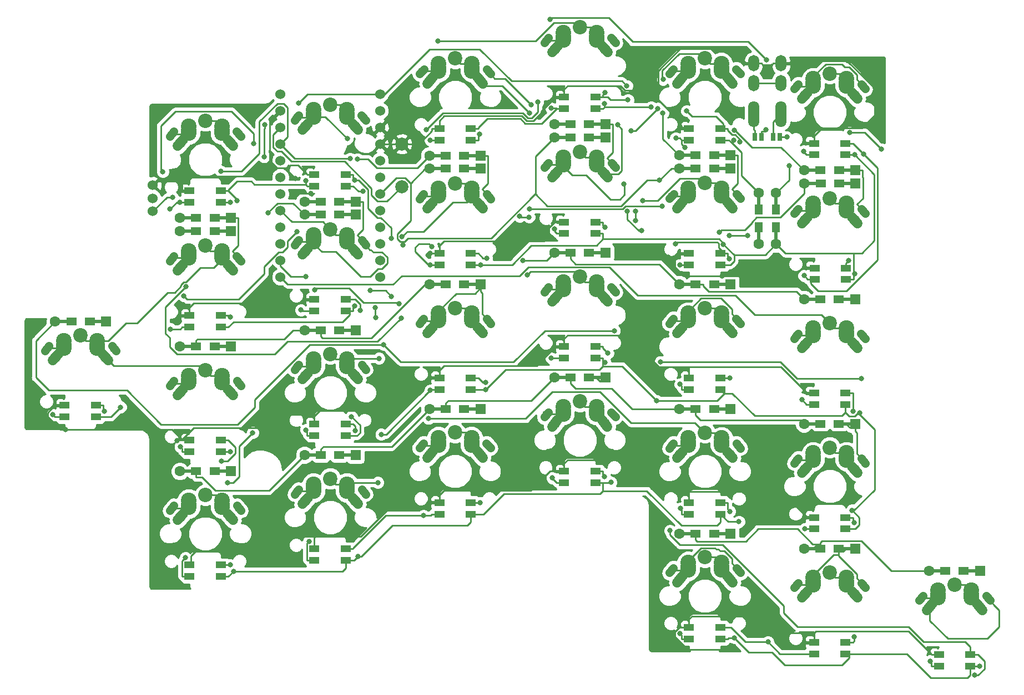
<source format=gbr>
G04 #@! TF.GenerationSoftware,KiCad,Pcbnew,(5.0.2)-1*
G04 #@! TF.CreationDate,2019-03-25T20:18:57+08:00*
G04 #@! TF.ProjectId,JiranSecondTry,4a697261-6e53-4656-936f-6e645472792e,rev?*
G04 #@! TF.SameCoordinates,Original*
G04 #@! TF.FileFunction,Copper,L1,Top*
G04 #@! TF.FilePolarity,Positive*
%FSLAX46Y46*%
G04 Gerber Fmt 4.6, Leading zero omitted, Abs format (unit mm)*
G04 Created by KiCad (PCBNEW (5.0.2)-1) date 25/03/2019 20:18:57*
%MOMM*%
%LPD*%
G01*
G04 APERTURE LIST*
G04 #@! TA.AperFunction,ComponentPad*
%ADD10C,2.000000*%
G04 #@! TD*
G04 #@! TA.AperFunction,SMDPad,CuDef*
%ADD11R,1.600000X1.200000*%
G04 #@! TD*
G04 #@! TA.AperFunction,ComponentPad*
%ADD12C,1.600000*%
G04 #@! TD*
G04 #@! TA.AperFunction,ComponentPad*
%ADD13R,1.600000X1.600000*%
G04 #@! TD*
G04 #@! TA.AperFunction,Conductor*
%ADD14R,2.900000X0.500000*%
G04 #@! TD*
G04 #@! TA.AperFunction,Conductor*
%ADD15R,0.500000X2.900000*%
G04 #@! TD*
G04 #@! TA.AperFunction,SMDPad,CuDef*
%ADD16R,1.200000X1.500000*%
G04 #@! TD*
G04 #@! TA.AperFunction,ComponentPad*
%ADD17C,1.524000*%
G04 #@! TD*
G04 #@! TA.AperFunction,ComponentPad*
%ADD18O,1.700000X2.500000*%
G04 #@! TD*
G04 #@! TA.AperFunction,ComponentPad*
%ADD19O,1.700000X4.000000*%
G04 #@! TD*
G04 #@! TA.AperFunction,ComponentPad*
%ADD20C,2.400000*%
G04 #@! TD*
G04 #@! TA.AperFunction,ComponentPad*
%ADD21C,1.550000*%
G04 #@! TD*
G04 #@! TA.AperFunction,Conductor*
%ADD22C,1.550000*%
G04 #@! TD*
G04 #@! TA.AperFunction,ComponentPad*
%ADD23C,2.200000*%
G04 #@! TD*
G04 #@! TA.AperFunction,ComponentPad*
%ADD24C,1.250000*%
G04 #@! TD*
G04 #@! TA.AperFunction,Conductor*
%ADD25C,1.250000*%
G04 #@! TD*
G04 #@! TA.AperFunction,BGAPad,CuDef*
%ADD26C,1.524000*%
G04 #@! TD*
G04 #@! TA.AperFunction,SMDPad,CuDef*
%ADD27R,1.600000X1.000000*%
G04 #@! TD*
G04 #@! TA.AperFunction,SMDPad,CuDef*
%ADD28R,0.635000X1.143000*%
G04 #@! TD*
G04 #@! TA.AperFunction,ViaPad*
%ADD29C,0.800000*%
G04 #@! TD*
G04 #@! TA.AperFunction,Conductor*
%ADD30C,0.250000*%
G04 #@! TD*
G04 #@! TA.AperFunction,Conductor*
%ADD31C,0.254000*%
G04 #@! TD*
G04 APERTURE END LIST*
D10*
G04 #@! TO.P,K29,1*
G04 #@! TO.N,GND*
X179200000Y-42425000D03*
G04 #@! TO.P,K29,2*
G04 #@! TO.N,RESET*
X179200000Y-48925000D03*
G04 #@! TD*
D11*
G04 #@! TO.P,D28,1*
G04 #@! TO.N,Net-(D28-Pad1)*
X264930000Y-107650000D03*
G04 #@! TO.P,D28,2*
G04 #@! TO.N,rowE*
X262130000Y-107650000D03*
D12*
X259630000Y-107650000D03*
D13*
G04 #@! TO.P,D28,1*
G04 #@! TO.N,Net-(D28-Pad1)*
X267430000Y-107650000D03*
D14*
G04 #@! TD*
G04 #@! TO.N,rowE*
G04 #@! TO.C,D28*
X261030000Y-107650000D03*
G04 #@! TO.N,Net-(D28-Pad1)*
G04 #@! TO.C,D28*
X266030000Y-107650000D03*
G04 #@! TD*
D11*
G04 #@! TO.P,D25,1*
G04 #@! TO.N,Net-(D25-Pad1)*
X245880000Y-85170000D03*
G04 #@! TO.P,D25,2*
G04 #@! TO.N,rowD*
X243080000Y-85170000D03*
D12*
X240580000Y-85170000D03*
D13*
G04 #@! TO.P,D25,1*
G04 #@! TO.N,Net-(D25-Pad1)*
X248380000Y-85170000D03*
D14*
G04 #@! TD*
G04 #@! TO.N,rowD*
G04 #@! TO.C,D25*
X241980000Y-85170000D03*
G04 #@! TO.N,Net-(D25-Pad1)*
G04 #@! TO.C,D25*
X246980000Y-85170000D03*
G04 #@! TD*
D11*
G04 #@! TO.P,D27,1*
G04 #@! TO.N,Net-(D27-Pad1)*
X245880000Y-104220000D03*
G04 #@! TO.P,D27,2*
G04 #@! TO.N,rowE*
X243080000Y-104220000D03*
D12*
X240580000Y-104220000D03*
D13*
G04 #@! TO.P,D27,1*
G04 #@! TO.N,Net-(D27-Pad1)*
X248380000Y-104220000D03*
D14*
G04 #@! TD*
G04 #@! TO.N,rowE*
G04 #@! TO.C,D27*
X241980000Y-104220000D03*
G04 #@! TO.N,Net-(D27-Pad1)*
G04 #@! TO.C,D27*
X246980000Y-104220000D03*
G04 #@! TD*
D11*
G04 #@! TO.P,D26,1*
G04 #@! TO.N,Net-(D26-Pad1)*
X226840000Y-101930000D03*
G04 #@! TO.P,D26,2*
G04 #@! TO.N,rowE*
X224040000Y-101930000D03*
D12*
X221540000Y-101930000D03*
D13*
G04 #@! TO.P,D26,1*
G04 #@! TO.N,Net-(D26-Pad1)*
X229340000Y-101930000D03*
D14*
G04 #@! TD*
G04 #@! TO.N,rowE*
G04 #@! TO.C,D26*
X222940000Y-101930000D03*
G04 #@! TO.N,Net-(D26-Pad1)*
G04 #@! TO.C,D26*
X227940000Y-101930000D03*
G04 #@! TD*
D11*
G04 #@! TO.P,D24,1*
G04 #@! TO.N,Net-(D24-Pad1)*
X226840000Y-82890000D03*
G04 #@! TO.P,D24,2*
G04 #@! TO.N,rowD*
X224040000Y-82890000D03*
D12*
X221540000Y-82890000D03*
D13*
G04 #@! TO.P,D24,1*
G04 #@! TO.N,Net-(D24-Pad1)*
X229340000Y-82890000D03*
D14*
G04 #@! TD*
G04 #@! TO.N,rowD*
G04 #@! TO.C,D24*
X222940000Y-82890000D03*
G04 #@! TO.N,Net-(D24-Pad1)*
G04 #@! TO.C,D24*
X227940000Y-82890000D03*
G04 #@! TD*
D11*
G04 #@! TO.P,D23,1*
G04 #@! TO.N,Net-(D23-Pad1)*
X207760000Y-78110000D03*
G04 #@! TO.P,D23,2*
G04 #@! TO.N,rowD*
X204960000Y-78110000D03*
D12*
X202460000Y-78110000D03*
D13*
G04 #@! TO.P,D23,1*
G04 #@! TO.N,Net-(D23-Pad1)*
X210260000Y-78110000D03*
D14*
G04 #@! TD*
G04 #@! TO.N,rowD*
G04 #@! TO.C,D23*
X203860000Y-78110000D03*
G04 #@! TO.N,Net-(D23-Pad1)*
G04 #@! TO.C,D23*
X208860000Y-78110000D03*
G04 #@! TD*
D11*
G04 #@! TO.P,D22,1*
G04 #@! TO.N,Net-(D22-Pad1)*
X188720000Y-82890000D03*
G04 #@! TO.P,D22,2*
G04 #@! TO.N,rowD*
X185920000Y-82890000D03*
D12*
X183420000Y-82890000D03*
D13*
G04 #@! TO.P,D22,1*
G04 #@! TO.N,Net-(D22-Pad1)*
X191220000Y-82890000D03*
D14*
G04 #@! TD*
G04 #@! TO.N,rowD*
G04 #@! TO.C,D22*
X184820000Y-82890000D03*
G04 #@! TO.N,Net-(D22-Pad1)*
G04 #@! TO.C,D22*
X189820000Y-82890000D03*
G04 #@! TD*
D11*
G04 #@! TO.P,D21,1*
G04 #@! TO.N,Net-(D21-Pad1)*
X169670000Y-89930000D03*
G04 #@! TO.P,D21,2*
G04 #@! TO.N,rowD*
X166870000Y-89930000D03*
D12*
X164370000Y-89930000D03*
D13*
G04 #@! TO.P,D21,1*
G04 #@! TO.N,Net-(D21-Pad1)*
X172170000Y-89930000D03*
D14*
G04 #@! TD*
G04 #@! TO.N,rowD*
G04 #@! TO.C,D21*
X165770000Y-89930000D03*
G04 #@! TO.N,Net-(D21-Pad1)*
G04 #@! TO.C,D21*
X170770000Y-89930000D03*
G04 #@! TD*
D11*
G04 #@! TO.P,D20,1*
G04 #@! TO.N,Net-(D20-Pad1)*
X150640000Y-92400000D03*
G04 #@! TO.P,D20,2*
G04 #@! TO.N,rowD*
X147840000Y-92400000D03*
D12*
X145340000Y-92400000D03*
D13*
G04 #@! TO.P,D20,1*
G04 #@! TO.N,Net-(D20-Pad1)*
X153140000Y-92400000D03*
D14*
G04 #@! TD*
G04 #@! TO.N,rowD*
G04 #@! TO.C,D20*
X146740000Y-92400000D03*
G04 #@! TO.N,Net-(D20-Pad1)*
G04 #@! TO.C,D20*
X151740000Y-92400000D03*
G04 #@! TD*
D11*
G04 #@! TO.P,D19,1*
G04 #@! TO.N,Net-(D19-Pad1)*
X245880000Y-66120000D03*
G04 #@! TO.P,D19,2*
G04 #@! TO.N,rowC*
X243080000Y-66120000D03*
D12*
X240580000Y-66120000D03*
D13*
G04 #@! TO.P,D19,1*
G04 #@! TO.N,Net-(D19-Pad1)*
X248380000Y-66120000D03*
D14*
G04 #@! TD*
G04 #@! TO.N,rowC*
G04 #@! TO.C,D19*
X241980000Y-66120000D03*
G04 #@! TO.N,Net-(D19-Pad1)*
G04 #@! TO.C,D19*
X246980000Y-66120000D03*
G04 #@! TD*
D11*
G04 #@! TO.P,D18,1*
G04 #@! TO.N,Net-(D18-Pad1)*
X226840000Y-63830000D03*
G04 #@! TO.P,D18,2*
G04 #@! TO.N,rowC*
X224040000Y-63830000D03*
D12*
X221540000Y-63830000D03*
D13*
G04 #@! TO.P,D18,1*
G04 #@! TO.N,Net-(D18-Pad1)*
X229340000Y-63830000D03*
D14*
G04 #@! TD*
G04 #@! TO.N,rowC*
G04 #@! TO.C,D18*
X222940000Y-63830000D03*
G04 #@! TO.N,Net-(D18-Pad1)*
G04 #@! TO.C,D18*
X227940000Y-63830000D03*
G04 #@! TD*
D11*
G04 #@! TO.P,D17,1*
G04 #@! TO.N,Net-(D17-Pad1)*
X207760000Y-59070000D03*
G04 #@! TO.P,D17,2*
G04 #@! TO.N,rowC*
X204960000Y-59070000D03*
D12*
X202460000Y-59070000D03*
D13*
G04 #@! TO.P,D17,1*
G04 #@! TO.N,Net-(D17-Pad1)*
X210260000Y-59070000D03*
D14*
G04 #@! TD*
G04 #@! TO.N,rowC*
G04 #@! TO.C,D17*
X203860000Y-59070000D03*
G04 #@! TO.N,Net-(D17-Pad1)*
G04 #@! TO.C,D17*
X208860000Y-59070000D03*
G04 #@! TD*
D11*
G04 #@! TO.P,D16,1*
G04 #@! TO.N,Net-(D16-Pad1)*
X188720000Y-63830000D03*
G04 #@! TO.P,D16,2*
G04 #@! TO.N,rowC*
X185920000Y-63830000D03*
D12*
X183420000Y-63830000D03*
D13*
G04 #@! TO.P,D16,1*
G04 #@! TO.N,Net-(D16-Pad1)*
X191220000Y-63830000D03*
D14*
G04 #@! TD*
G04 #@! TO.N,rowC*
G04 #@! TO.C,D16*
X184820000Y-63830000D03*
G04 #@! TO.N,Net-(D16-Pad1)*
G04 #@! TO.C,D16*
X189820000Y-63830000D03*
G04 #@! TD*
D11*
G04 #@! TO.P,D15,1*
G04 #@! TO.N,Net-(D15-Pad1)*
X169660000Y-70880000D03*
G04 #@! TO.P,D15,2*
G04 #@! TO.N,rowC*
X166860000Y-70880000D03*
D12*
X164360000Y-70880000D03*
D13*
G04 #@! TO.P,D15,1*
G04 #@! TO.N,Net-(D15-Pad1)*
X172160000Y-70880000D03*
D14*
G04 #@! TD*
G04 #@! TO.N,rowC*
G04 #@! TO.C,D15*
X165760000Y-70880000D03*
G04 #@! TO.N,Net-(D15-Pad1)*
G04 #@! TO.C,D15*
X170760000Y-70880000D03*
G04 #@! TD*
D11*
G04 #@! TO.P,D14,1*
G04 #@! TO.N,Net-(D14-Pad1)*
X150640000Y-73350000D03*
G04 #@! TO.P,D14,2*
G04 #@! TO.N,rowC*
X147840000Y-73350000D03*
D12*
X145340000Y-73350000D03*
D13*
G04 #@! TO.P,D14,1*
G04 #@! TO.N,Net-(D14-Pad1)*
X153140000Y-73350000D03*
D14*
G04 #@! TD*
G04 #@! TO.N,rowC*
G04 #@! TO.C,D14*
X146740000Y-73350000D03*
G04 #@! TO.N,Net-(D14-Pad1)*
G04 #@! TO.C,D14*
X151740000Y-73350000D03*
G04 #@! TD*
D11*
G04 #@! TO.P,D7,1*
G04 #@! TO.N,Net-(D7-Pad1)*
X131600000Y-69530000D03*
G04 #@! TO.P,D7,2*
G04 #@! TO.N,rowE*
X128800000Y-69530000D03*
D12*
X126300000Y-69530000D03*
D13*
G04 #@! TO.P,D7,1*
G04 #@! TO.N,Net-(D7-Pad1)*
X134100000Y-69530000D03*
D14*
G04 #@! TD*
G04 #@! TO.N,rowE*
G04 #@! TO.C,D7*
X127700000Y-69530000D03*
G04 #@! TO.N,Net-(D7-Pad1)*
G04 #@! TO.C,D7*
X132700000Y-69530000D03*
G04 #@! TD*
D15*
G04 #@! TO.N,SDA*
G04 #@! TO.C,R1*
X233620000Y-56300000D03*
G04 #@! TO.N,VCC*
X233620000Y-51300000D03*
D12*
G04 #@! TD*
G04 #@! TO.P,R1,1*
G04 #@! TO.N,SDA*
X233620000Y-57700000D03*
G04 #@! TO.P,R1,2*
G04 #@! TO.N,VCC*
X233620000Y-49900000D03*
D16*
X233620000Y-52450000D03*
G04 #@! TO.P,R1,1*
G04 #@! TO.N,SDA*
X233620000Y-55150000D03*
G04 #@! TD*
D15*
G04 #@! TO.N,VCC*
G04 #@! TO.C,R2*
X236310000Y-56300000D03*
G04 #@! TO.N,SCL*
X236310000Y-51300000D03*
D12*
G04 #@! TD*
G04 #@! TO.P,R2,1*
G04 #@! TO.N,VCC*
X236310000Y-57700000D03*
G04 #@! TO.P,R2,2*
G04 #@! TO.N,SCL*
X236310000Y-49900000D03*
D16*
X236310000Y-52450000D03*
G04 #@! TO.P,R2,1*
G04 #@! TO.N,VCC*
X236310000Y-55150000D03*
G04 #@! TD*
D11*
G04 #@! TO.P,D6,1*
G04 #@! TO.N,Net-(D6-Pad1)*
X245900000Y-48450000D03*
G04 #@! TO.P,D6,2*
G04 #@! TO.N,rowA*
X243100000Y-48450000D03*
D12*
X240600000Y-48450000D03*
D13*
G04 #@! TO.P,D6,1*
G04 #@! TO.N,Net-(D6-Pad1)*
X248400000Y-48450000D03*
D14*
G04 #@! TD*
G04 #@! TO.N,rowA*
G04 #@! TO.C,D6*
X242000000Y-48450000D03*
G04 #@! TO.N,Net-(D6-Pad1)*
G04 #@! TO.C,D6*
X247000000Y-48450000D03*
G04 #@! TD*
D11*
G04 #@! TO.P,D13,1*
G04 #@! TO.N,Net-(D13-Pad1)*
X245890000Y-46450000D03*
G04 #@! TO.P,D13,2*
G04 #@! TO.N,rowB*
X243090000Y-46450000D03*
D12*
X240590000Y-46450000D03*
D13*
G04 #@! TO.P,D13,1*
G04 #@! TO.N,Net-(D13-Pad1)*
X248390000Y-46450000D03*
D14*
G04 #@! TD*
G04 #@! TO.N,rowB*
G04 #@! TO.C,D13*
X241990000Y-46450000D03*
G04 #@! TO.N,Net-(D13-Pad1)*
G04 #@! TO.C,D13*
X246990000Y-46450000D03*
G04 #@! TD*
D11*
G04 #@! TO.P,D5,1*
G04 #@! TO.N,Net-(D5-Pad1)*
X226840000Y-46150000D03*
G04 #@! TO.P,D5,2*
G04 #@! TO.N,rowA*
X224040000Y-46150000D03*
D12*
X221540000Y-46150000D03*
D13*
G04 #@! TO.P,D5,1*
G04 #@! TO.N,Net-(D5-Pad1)*
X229340000Y-46150000D03*
D14*
G04 #@! TD*
G04 #@! TO.N,rowA*
G04 #@! TO.C,D5*
X222940000Y-46150000D03*
G04 #@! TO.N,Net-(D5-Pad1)*
G04 #@! TO.C,D5*
X227940000Y-46150000D03*
G04 #@! TD*
D11*
G04 #@! TO.P,D12,1*
G04 #@! TO.N,Net-(D12-Pad1)*
X226840000Y-44150000D03*
G04 #@! TO.P,D12,2*
G04 #@! TO.N,rowB*
X224040000Y-44150000D03*
D12*
X221540000Y-44150000D03*
D13*
G04 #@! TO.P,D12,1*
G04 #@! TO.N,Net-(D12-Pad1)*
X229340000Y-44150000D03*
D14*
G04 #@! TD*
G04 #@! TO.N,rowB*
G04 #@! TO.C,D12*
X222940000Y-44150000D03*
G04 #@! TO.N,Net-(D12-Pad1)*
G04 #@! TO.C,D12*
X227940000Y-44150000D03*
G04 #@! TD*
D11*
G04 #@! TO.P,D4,1*
G04 #@! TO.N,Net-(D4-Pad1)*
X207760000Y-41400000D03*
G04 #@! TO.P,D4,2*
G04 #@! TO.N,rowA*
X204960000Y-41400000D03*
D12*
X202460000Y-41400000D03*
D13*
G04 #@! TO.P,D4,1*
G04 #@! TO.N,Net-(D4-Pad1)*
X210260000Y-41400000D03*
D14*
G04 #@! TD*
G04 #@! TO.N,rowA*
G04 #@! TO.C,D4*
X203860000Y-41400000D03*
G04 #@! TO.N,Net-(D4-Pad1)*
G04 #@! TO.C,D4*
X208860000Y-41400000D03*
G04 #@! TD*
D11*
G04 #@! TO.P,D11,1*
G04 #@! TO.N,Net-(D11-Pad1)*
X207760000Y-39400000D03*
G04 #@! TO.P,D11,2*
G04 #@! TO.N,rowB*
X204960000Y-39400000D03*
D12*
X202460000Y-39400000D03*
D13*
G04 #@! TO.P,D11,1*
G04 #@! TO.N,Net-(D11-Pad1)*
X210260000Y-39400000D03*
D14*
G04 #@! TD*
G04 #@! TO.N,rowB*
G04 #@! TO.C,D11*
X203860000Y-39400000D03*
G04 #@! TO.N,Net-(D11-Pad1)*
G04 #@! TO.C,D11*
X208860000Y-39400000D03*
G04 #@! TD*
D11*
G04 #@! TO.P,D3,1*
G04 #@! TO.N,Net-(D3-Pad1)*
X188720000Y-46200000D03*
G04 #@! TO.P,D3,2*
G04 #@! TO.N,rowA*
X185920000Y-46200000D03*
D12*
X183420000Y-46200000D03*
D13*
G04 #@! TO.P,D3,1*
G04 #@! TO.N,Net-(D3-Pad1)*
X191220000Y-46200000D03*
D14*
G04 #@! TD*
G04 #@! TO.N,rowA*
G04 #@! TO.C,D3*
X184820000Y-46200000D03*
G04 #@! TO.N,Net-(D3-Pad1)*
G04 #@! TO.C,D3*
X189820000Y-46200000D03*
G04 #@! TD*
D11*
G04 #@! TO.P,D10,1*
G04 #@! TO.N,Net-(D10-Pad1)*
X188720000Y-44200000D03*
G04 #@! TO.P,D10,2*
G04 #@! TO.N,rowB*
X185920000Y-44200000D03*
D12*
X183420000Y-44200000D03*
D13*
G04 #@! TO.P,D10,1*
G04 #@! TO.N,Net-(D10-Pad1)*
X191220000Y-44200000D03*
D14*
G04 #@! TD*
G04 #@! TO.N,rowB*
G04 #@! TO.C,D10*
X184820000Y-44200000D03*
G04 #@! TO.N,Net-(D10-Pad1)*
G04 #@! TO.C,D10*
X189820000Y-44200000D03*
G04 #@! TD*
D11*
G04 #@! TO.P,D2,1*
G04 #@! TO.N,Net-(D2-Pad1)*
X169670000Y-53200000D03*
G04 #@! TO.P,D2,2*
G04 #@! TO.N,rowA*
X166870000Y-53200000D03*
D12*
X164370000Y-53200000D03*
D13*
G04 #@! TO.P,D2,1*
G04 #@! TO.N,Net-(D2-Pad1)*
X172170000Y-53200000D03*
D14*
G04 #@! TD*
G04 #@! TO.N,rowA*
G04 #@! TO.C,D2*
X165770000Y-53200000D03*
G04 #@! TO.N,Net-(D2-Pad1)*
G04 #@! TO.C,D2*
X170770000Y-53200000D03*
G04 #@! TD*
D11*
G04 #@! TO.P,D9,1*
G04 #@! TO.N,Net-(D9-Pad1)*
X169670000Y-51200000D03*
G04 #@! TO.P,D9,2*
G04 #@! TO.N,rowB*
X166870000Y-51200000D03*
D12*
X164370000Y-51200000D03*
D13*
G04 #@! TO.P,D9,1*
G04 #@! TO.N,Net-(D9-Pad1)*
X172170000Y-51200000D03*
D14*
G04 #@! TD*
G04 #@! TO.N,rowB*
G04 #@! TO.C,D9*
X165770000Y-51200000D03*
G04 #@! TO.N,Net-(D9-Pad1)*
G04 #@! TO.C,D9*
X170770000Y-51200000D03*
G04 #@! TD*
D11*
G04 #@! TO.P,D1,1*
G04 #@! TO.N,Net-(D1-Pad1)*
X150640000Y-55700000D03*
G04 #@! TO.P,D1,2*
G04 #@! TO.N,rowA*
X147840000Y-55700000D03*
D12*
X145340000Y-55700000D03*
D13*
G04 #@! TO.P,D1,1*
G04 #@! TO.N,Net-(D1-Pad1)*
X153140000Y-55700000D03*
D14*
G04 #@! TD*
G04 #@! TO.N,rowA*
G04 #@! TO.C,D1*
X146740000Y-55700000D03*
G04 #@! TO.N,Net-(D1-Pad1)*
G04 #@! TO.C,D1*
X151740000Y-55700000D03*
G04 #@! TD*
D11*
G04 #@! TO.P,D8,1*
G04 #@! TO.N,Net-(D8-Pad1)*
X150640000Y-53700000D03*
G04 #@! TO.P,D8,2*
G04 #@! TO.N,rowB*
X147840000Y-53700000D03*
D12*
X145340000Y-53700000D03*
D13*
G04 #@! TO.P,D8,1*
G04 #@! TO.N,Net-(D8-Pad1)*
X153140000Y-53700000D03*
D14*
G04 #@! TD*
G04 #@! TO.N,rowB*
G04 #@! TO.C,D8*
X146740000Y-53700000D03*
G04 #@! TO.N,Net-(D8-Pad1)*
G04 #@! TO.C,D8*
X151740000Y-53700000D03*
G04 #@! TD*
D17*
G04 #@! TO.P,U1,1*
G04 #@! TO.N,LED*
X175906400Y-34797000D03*
G04 #@! TO.P,U1,2*
G04 #@! TO.N,Net-(U1-Pad2)*
X175906400Y-37337000D03*
G04 #@! TO.P,U1,3*
G04 #@! TO.N,GND*
X175906400Y-39877000D03*
G04 #@! TO.P,U1,4*
X175906400Y-42417000D03*
G04 #@! TO.P,U1,5*
G04 #@! TO.N,SDA*
X175906400Y-44957000D03*
G04 #@! TO.P,U1,6*
G04 #@! TO.N,SCL*
X175906400Y-47497000D03*
G04 #@! TO.P,U1,7*
G04 #@! TO.N,rowA*
X175906400Y-50037000D03*
G04 #@! TO.P,U1,8*
G04 #@! TO.N,rowB*
X175906400Y-52577000D03*
G04 #@! TO.P,U1,9*
G04 #@! TO.N,rowC*
X175906400Y-55117000D03*
G04 #@! TO.P,U1,10*
G04 #@! TO.N,rowD*
X175906400Y-57657000D03*
G04 #@! TO.P,U1,11*
G04 #@! TO.N,rowE*
X175906400Y-60197000D03*
G04 #@! TO.P,U1,12*
G04 #@! TO.N,Net-(U1-Pad12)*
X175906400Y-62737000D03*
G04 #@! TO.P,U1,13*
G04 #@! TO.N,col6*
X160686400Y-62737000D03*
G04 #@! TO.P,U1,14*
G04 #@! TO.N,col5*
X160686400Y-60197000D03*
G04 #@! TO.P,U1,15*
G04 #@! TO.N,col4*
X160686400Y-57657000D03*
G04 #@! TO.P,U1,16*
G04 #@! TO.N,col3*
X160686400Y-55117000D03*
G04 #@! TO.P,U1,17*
G04 #@! TO.N,col2*
X160686400Y-52577000D03*
G04 #@! TO.P,U1,18*
G04 #@! TO.N,col1*
X160686400Y-50037000D03*
G04 #@! TO.P,U1,19*
G04 #@! TO.N,Net-(U1-Pad19)*
X160686400Y-47497000D03*
G04 #@! TO.P,U1,20*
G04 #@! TO.N,Net-(U1-Pad20)*
X160686400Y-44957000D03*
G04 #@! TO.P,U1,21*
G04 #@! TO.N,VCC*
X160686400Y-42417000D03*
G04 #@! TO.P,U1,22*
G04 #@! TO.N,RESET*
X160686400Y-39877000D03*
G04 #@! TO.P,U1,23*
G04 #@! TO.N,GND*
X160686400Y-37337000D03*
G04 #@! TO.P,U1,24*
G04 #@! TO.N,Net-(U1-Pad24)*
X160686400Y-34797000D03*
G04 #@! TD*
D18*
G04 #@! TO.P,J1,C*
G04 #@! TO.N,VCC*
X232875000Y-33100000D03*
G04 #@! TO.P,J1,B*
G04 #@! TO.N,GND*
X232875000Y-30100000D03*
D19*
G04 #@! TO.P,J1,A*
G04 #@! TO.N,Net-(J1-PadA)*
X232850000Y-37850000D03*
G04 #@! TO.P,J1,D*
G04 #@! TO.N,Net-(J1-PadD)*
X237050000Y-37850000D03*
D18*
G04 #@! TO.P,J1,C*
G04 #@! TO.N,VCC*
X237050000Y-33100000D03*
G04 #@! TO.P,J1,B*
G04 #@! TO.N,GND*
X237050000Y-30100000D03*
G04 #@! TD*
D20*
G04 #@! TO.P,K28,1*
G04 #@! TO.N,Net-(D28-Pad1)*
X261000000Y-111160000D03*
X261000000Y-111660000D03*
G04 #@! TO.P,K28,2*
G04 #@! TO.N,col6*
X266080000Y-111660000D03*
X266080000Y-111160000D03*
D21*
X267350000Y-113120000D03*
D22*
G04 #@! TD*
G04 #@! TO.N,col6*
G04 #@! TO.C,K28*
X266948258Y-112641222D02*
X267751742Y-113598778D01*
D20*
G04 #@! TO.P,K28,1*
G04 #@! TO.N,Net-(D28-Pad1)*
X261000000Y-110580000D03*
D21*
X259730000Y-113120000D03*
D22*
G04 #@! TD*
G04 #@! TO.N,Net-(D28-Pad1)*
G04 #@! TO.C,K28*
X259328258Y-113598778D02*
X260131742Y-112641222D01*
D20*
G04 #@! TO.P,K28,2*
G04 #@! TO.N,col6*
X266080000Y-110580000D03*
D23*
X263540000Y-109760000D03*
D24*
G04 #@! TO.P,K28,1*
G04 #@! TO.N,Net-(D28-Pad1)*
X258440000Y-111760000D03*
D25*
G04 #@! TD*
G04 #@! TO.N,Net-(D28-Pad1)*
G04 #@! TO.C,K28*
X258134676Y-112123871D02*
X258745324Y-111396129D01*
D24*
G04 #@! TO.P,K28,1*
G04 #@! TO.N,Net-(D28-Pad1)*
X268640000Y-111760000D03*
D25*
G04 #@! TD*
G04 #@! TO.N,Net-(D28-Pad1)*
G04 #@! TO.C,K28*
X268334676Y-111396129D02*
X268945324Y-112123871D01*
D17*
G04 #@! TO.P,J2,1*
G04 #@! TO.N,VCC*
X141220000Y-52710000D03*
D26*
G04 #@! TO.P,J2,e*
G04 #@! TO.N,N/C*
X141220000Y-50710000D03*
D17*
G04 #@! TO.P,J2,3*
G04 #@! TO.N,GND*
X141220000Y-48710000D03*
G04 #@! TO.P,J2,1*
G04 #@! TO.N,VCC*
X141220000Y-52710000D03*
G04 #@! TO.P,J2,2*
G04 #@! TO.N,LED*
X141220000Y-50710000D03*
G04 #@! TO.P,J2,3*
G04 #@! TO.N,GND*
X141220000Y-48710000D03*
G04 #@! TO.P,J2,2*
G04 #@! TO.N,LED*
X141230000Y-50720000D03*
G04 #@! TO.P,J2,3*
G04 #@! TO.N,GND*
X141210000Y-48710000D03*
G04 #@! TO.P,J2,1*
G04 #@! TO.N,VCC*
X141230000Y-52720000D03*
G04 #@! TD*
D20*
G04 #@! TO.P,K1,1*
G04 #@! TO.N,Net-(D1-Pad1)*
X146685000Y-40275000D03*
X146685000Y-40775000D03*
G04 #@! TO.P,K1,2*
G04 #@! TO.N,col1*
X151765000Y-40775000D03*
X151765000Y-40275000D03*
D21*
X153035000Y-42235000D03*
D22*
G04 #@! TD*
G04 #@! TO.N,col1*
G04 #@! TO.C,K1*
X152633258Y-41756222D02*
X153436742Y-42713778D01*
D20*
G04 #@! TO.P,K1,1*
G04 #@! TO.N,Net-(D1-Pad1)*
X146685000Y-39695000D03*
D21*
X145415000Y-42235000D03*
D22*
G04 #@! TD*
G04 #@! TO.N,Net-(D1-Pad1)*
G04 #@! TO.C,K1*
X145013258Y-42713778D02*
X145816742Y-41756222D01*
D20*
G04 #@! TO.P,K1,2*
G04 #@! TO.N,col1*
X151765000Y-39695000D03*
D23*
X149225000Y-38875000D03*
D24*
G04 #@! TO.P,K1,1*
G04 #@! TO.N,Net-(D1-Pad1)*
X144125000Y-40875000D03*
D25*
G04 #@! TD*
G04 #@! TO.N,Net-(D1-Pad1)*
G04 #@! TO.C,K1*
X143819676Y-41238871D02*
X144430324Y-40511129D01*
D24*
G04 #@! TO.P,K1,1*
G04 #@! TO.N,Net-(D1-Pad1)*
X154325000Y-40875000D03*
D25*
G04 #@! TD*
G04 #@! TO.N,Net-(D1-Pad1)*
G04 #@! TO.C,K1*
X154019676Y-40511129D02*
X154630324Y-41238871D01*
D20*
G04 #@! TO.P,K2,1*
G04 #@! TO.N,Net-(D2-Pad1)*
X165735000Y-37800000D03*
X165735000Y-38300000D03*
G04 #@! TO.P,K2,2*
G04 #@! TO.N,col2*
X170815000Y-38300000D03*
X170815000Y-37800000D03*
D21*
X172085000Y-39760000D03*
D22*
G04 #@! TD*
G04 #@! TO.N,col2*
G04 #@! TO.C,K2*
X171683258Y-39281222D02*
X172486742Y-40238778D01*
D20*
G04 #@! TO.P,K2,1*
G04 #@! TO.N,Net-(D2-Pad1)*
X165735000Y-37220000D03*
D21*
X164465000Y-39760000D03*
D22*
G04 #@! TD*
G04 #@! TO.N,Net-(D2-Pad1)*
G04 #@! TO.C,K2*
X164063258Y-40238778D02*
X164866742Y-39281222D01*
D20*
G04 #@! TO.P,K2,2*
G04 #@! TO.N,col2*
X170815000Y-37220000D03*
D23*
X168275000Y-36400000D03*
D24*
G04 #@! TO.P,K2,1*
G04 #@! TO.N,Net-(D2-Pad1)*
X163175000Y-38400000D03*
D25*
G04 #@! TD*
G04 #@! TO.N,Net-(D2-Pad1)*
G04 #@! TO.C,K2*
X162869676Y-38763871D02*
X163480324Y-38036129D01*
D24*
G04 #@! TO.P,K2,1*
G04 #@! TO.N,Net-(D2-Pad1)*
X173375000Y-38400000D03*
D25*
G04 #@! TD*
G04 #@! TO.N,Net-(D2-Pad1)*
G04 #@! TO.C,K2*
X173069676Y-38036129D02*
X173680324Y-38763871D01*
D24*
G04 #@! TO.P,K3,1*
G04 #@! TO.N,Net-(D3-Pad1)*
X192450000Y-31350000D03*
D25*
G04 #@! TD*
G04 #@! TO.N,Net-(D3-Pad1)*
G04 #@! TO.C,K3*
X192144676Y-30986129D02*
X192755324Y-31713871D01*
D24*
G04 #@! TO.P,K3,1*
G04 #@! TO.N,Net-(D3-Pad1)*
X182250000Y-31350000D03*
D25*
G04 #@! TD*
G04 #@! TO.N,Net-(D3-Pad1)*
G04 #@! TO.C,K3*
X181944676Y-31713871D02*
X182555324Y-30986129D01*
D23*
G04 #@! TO.P,K3,2*
G04 #@! TO.N,col3*
X187350000Y-29350000D03*
D20*
X189890000Y-30170000D03*
D21*
G04 #@! TO.P,K3,1*
G04 #@! TO.N,Net-(D3-Pad1)*
X183540000Y-32710000D03*
D22*
G04 #@! TD*
G04 #@! TO.N,Net-(D3-Pad1)*
G04 #@! TO.C,K3*
X183138258Y-33188778D02*
X183941742Y-32231222D01*
D20*
G04 #@! TO.P,K3,1*
G04 #@! TO.N,Net-(D3-Pad1)*
X184810000Y-30170000D03*
D21*
G04 #@! TO.P,K3,2*
G04 #@! TO.N,col3*
X191160000Y-32710000D03*
D22*
G04 #@! TD*
G04 #@! TO.N,col3*
G04 #@! TO.C,K3*
X190758258Y-32231222D02*
X191561742Y-33188778D01*
D20*
G04 #@! TO.P,K3,2*
G04 #@! TO.N,col3*
X189890000Y-30750000D03*
X189890000Y-31250000D03*
G04 #@! TO.P,K3,1*
G04 #@! TO.N,Net-(D3-Pad1)*
X184810000Y-31250000D03*
X184810000Y-30750000D03*
G04 #@! TD*
G04 #@! TO.P,K4,1*
G04 #@! TO.N,Net-(D4-Pad1)*
X203835000Y-25975000D03*
X203835000Y-26475000D03*
G04 #@! TO.P,K4,2*
G04 #@! TO.N,col4*
X208915000Y-26475000D03*
X208915000Y-25975000D03*
D21*
X210185000Y-27935000D03*
D22*
G04 #@! TD*
G04 #@! TO.N,col4*
G04 #@! TO.C,K4*
X209783258Y-27456222D02*
X210586742Y-28413778D01*
D20*
G04 #@! TO.P,K4,1*
G04 #@! TO.N,Net-(D4-Pad1)*
X203835000Y-25395000D03*
D21*
X202565000Y-27935000D03*
D22*
G04 #@! TD*
G04 #@! TO.N,Net-(D4-Pad1)*
G04 #@! TO.C,K4*
X202163258Y-28413778D02*
X202966742Y-27456222D01*
D20*
G04 #@! TO.P,K4,2*
G04 #@! TO.N,col4*
X208915000Y-25395000D03*
D23*
X206375000Y-24575000D03*
D24*
G04 #@! TO.P,K4,1*
G04 #@! TO.N,Net-(D4-Pad1)*
X201275000Y-26575000D03*
D25*
G04 #@! TD*
G04 #@! TO.N,Net-(D4-Pad1)*
G04 #@! TO.C,K4*
X200969676Y-26938871D02*
X201580324Y-26211129D01*
D24*
G04 #@! TO.P,K4,1*
G04 #@! TO.N,Net-(D4-Pad1)*
X211475000Y-26575000D03*
D25*
G04 #@! TD*
G04 #@! TO.N,Net-(D4-Pad1)*
G04 #@! TO.C,K4*
X211169676Y-26211129D02*
X211780324Y-26938871D01*
D24*
G04 #@! TO.P,K5,1*
G04 #@! TO.N,Net-(D5-Pad1)*
X230525000Y-31350000D03*
D25*
G04 #@! TD*
G04 #@! TO.N,Net-(D5-Pad1)*
G04 #@! TO.C,K5*
X230219676Y-30986129D02*
X230830324Y-31713871D01*
D24*
G04 #@! TO.P,K5,1*
G04 #@! TO.N,Net-(D5-Pad1)*
X220325000Y-31350000D03*
D25*
G04 #@! TD*
G04 #@! TO.N,Net-(D5-Pad1)*
G04 #@! TO.C,K5*
X220019676Y-31713871D02*
X220630324Y-30986129D01*
D23*
G04 #@! TO.P,K5,2*
G04 #@! TO.N,col5*
X225425000Y-29350000D03*
D20*
X227965000Y-30170000D03*
D21*
G04 #@! TO.P,K5,1*
G04 #@! TO.N,Net-(D5-Pad1)*
X221615000Y-32710000D03*
D22*
G04 #@! TD*
G04 #@! TO.N,Net-(D5-Pad1)*
G04 #@! TO.C,K5*
X221213258Y-33188778D02*
X222016742Y-32231222D01*
D20*
G04 #@! TO.P,K5,1*
G04 #@! TO.N,Net-(D5-Pad1)*
X222885000Y-30170000D03*
D21*
G04 #@! TO.P,K5,2*
G04 #@! TO.N,col5*
X229235000Y-32710000D03*
D22*
G04 #@! TD*
G04 #@! TO.N,col5*
G04 #@! TO.C,K5*
X228833258Y-32231222D02*
X229636742Y-33188778D01*
D20*
G04 #@! TO.P,K5,2*
G04 #@! TO.N,col5*
X227965000Y-30750000D03*
X227965000Y-31250000D03*
G04 #@! TO.P,K5,1*
G04 #@! TO.N,Net-(D5-Pad1)*
X222885000Y-31250000D03*
X222885000Y-30750000D03*
G04 #@! TD*
G04 #@! TO.P,K6,1*
G04 #@! TO.N,Net-(D6-Pad1)*
X241950000Y-33040000D03*
X241950000Y-33540000D03*
G04 #@! TO.P,K6,2*
G04 #@! TO.N,col6*
X247030000Y-33540000D03*
X247030000Y-33040000D03*
D21*
X248300000Y-35000000D03*
D22*
G04 #@! TD*
G04 #@! TO.N,col6*
G04 #@! TO.C,K6*
X247898258Y-34521222D02*
X248701742Y-35478778D01*
D20*
G04 #@! TO.P,K6,1*
G04 #@! TO.N,Net-(D6-Pad1)*
X241950000Y-32460000D03*
D21*
X240680000Y-35000000D03*
D22*
G04 #@! TD*
G04 #@! TO.N,Net-(D6-Pad1)*
G04 #@! TO.C,K6*
X240278258Y-35478778D02*
X241081742Y-34521222D01*
D20*
G04 #@! TO.P,K6,2*
G04 #@! TO.N,col6*
X247030000Y-32460000D03*
D23*
X244490000Y-31640000D03*
D24*
G04 #@! TO.P,K6,1*
G04 #@! TO.N,Net-(D6-Pad1)*
X239390000Y-33640000D03*
D25*
G04 #@! TD*
G04 #@! TO.N,Net-(D6-Pad1)*
G04 #@! TO.C,K6*
X239084676Y-34003871D02*
X239695324Y-33276129D01*
D24*
G04 #@! TO.P,K6,1*
G04 #@! TO.N,Net-(D6-Pad1)*
X249590000Y-33640000D03*
D25*
G04 #@! TD*
G04 #@! TO.N,Net-(D6-Pad1)*
G04 #@! TO.C,K6*
X249284676Y-33276129D02*
X249895324Y-34003871D01*
D24*
G04 #@! TO.P,K7,1*
G04 #@! TO.N,Net-(D7-Pad1)*
X135290000Y-73650000D03*
D25*
G04 #@! TD*
G04 #@! TO.N,Net-(D7-Pad1)*
G04 #@! TO.C,K7*
X134984676Y-73286129D02*
X135595324Y-74013871D01*
D24*
G04 #@! TO.P,K7,1*
G04 #@! TO.N,Net-(D7-Pad1)*
X125090000Y-73650000D03*
D25*
G04 #@! TD*
G04 #@! TO.N,Net-(D7-Pad1)*
G04 #@! TO.C,K7*
X124784676Y-74013871D02*
X125395324Y-73286129D01*
D23*
G04 #@! TO.P,K7,2*
G04 #@! TO.N,col1*
X130190000Y-71650000D03*
D20*
X132730000Y-72470000D03*
D21*
G04 #@! TO.P,K7,1*
G04 #@! TO.N,Net-(D7-Pad1)*
X126380000Y-75010000D03*
D22*
G04 #@! TD*
G04 #@! TO.N,Net-(D7-Pad1)*
G04 #@! TO.C,K7*
X125978258Y-75488778D02*
X126781742Y-74531222D01*
D20*
G04 #@! TO.P,K7,1*
G04 #@! TO.N,Net-(D7-Pad1)*
X127650000Y-72470000D03*
D21*
G04 #@! TO.P,K7,2*
G04 #@! TO.N,col1*
X134000000Y-75010000D03*
D22*
G04 #@! TD*
G04 #@! TO.N,col1*
G04 #@! TO.C,K7*
X133598258Y-74531222D02*
X134401742Y-75488778D01*
D20*
G04 #@! TO.P,K7,2*
G04 #@! TO.N,col1*
X132730000Y-73050000D03*
X132730000Y-73550000D03*
G04 #@! TO.P,K7,1*
G04 #@! TO.N,Net-(D7-Pad1)*
X127650000Y-73550000D03*
X127650000Y-73050000D03*
G04 #@! TD*
D24*
G04 #@! TO.P,K8,1*
G04 #@! TO.N,Net-(D8-Pad1)*
X154320000Y-59920000D03*
D25*
G04 #@! TD*
G04 #@! TO.N,Net-(D8-Pad1)*
G04 #@! TO.C,K8*
X154014676Y-59556129D02*
X154625324Y-60283871D01*
D24*
G04 #@! TO.P,K8,1*
G04 #@! TO.N,Net-(D8-Pad1)*
X144120000Y-59920000D03*
D25*
G04 #@! TD*
G04 #@! TO.N,Net-(D8-Pad1)*
G04 #@! TO.C,K8*
X143814676Y-60283871D02*
X144425324Y-59556129D01*
D23*
G04 #@! TO.P,K8,2*
G04 #@! TO.N,col1*
X149220000Y-57920000D03*
D20*
X151760000Y-58740000D03*
D21*
G04 #@! TO.P,K8,1*
G04 #@! TO.N,Net-(D8-Pad1)*
X145410000Y-61280000D03*
D22*
G04 #@! TD*
G04 #@! TO.N,Net-(D8-Pad1)*
G04 #@! TO.C,K8*
X145008258Y-61758778D02*
X145811742Y-60801222D01*
D20*
G04 #@! TO.P,K8,1*
G04 #@! TO.N,Net-(D8-Pad1)*
X146680000Y-58740000D03*
D21*
G04 #@! TO.P,K8,2*
G04 #@! TO.N,col1*
X153030000Y-61280000D03*
D22*
G04 #@! TD*
G04 #@! TO.N,col1*
G04 #@! TO.C,K8*
X152628258Y-60801222D02*
X153431742Y-61758778D01*
D20*
G04 #@! TO.P,K8,2*
G04 #@! TO.N,col1*
X151760000Y-59320000D03*
X151760000Y-59820000D03*
G04 #@! TO.P,K8,1*
G04 #@! TO.N,Net-(D8-Pad1)*
X146680000Y-59820000D03*
X146680000Y-59320000D03*
G04 #@! TD*
D24*
G04 #@! TO.P,K9,1*
G04 #@! TO.N,Net-(D9-Pad1)*
X173390000Y-57460000D03*
D25*
G04 #@! TD*
G04 #@! TO.N,Net-(D9-Pad1)*
G04 #@! TO.C,K9*
X173084676Y-57096129D02*
X173695324Y-57823871D01*
D24*
G04 #@! TO.P,K9,1*
G04 #@! TO.N,Net-(D9-Pad1)*
X163190000Y-57460000D03*
D25*
G04 #@! TD*
G04 #@! TO.N,Net-(D9-Pad1)*
G04 #@! TO.C,K9*
X162884676Y-57823871D02*
X163495324Y-57096129D01*
D23*
G04 #@! TO.P,K9,2*
G04 #@! TO.N,col2*
X168290000Y-55460000D03*
D20*
X170830000Y-56280000D03*
D21*
G04 #@! TO.P,K9,1*
G04 #@! TO.N,Net-(D9-Pad1)*
X164480000Y-58820000D03*
D22*
G04 #@! TD*
G04 #@! TO.N,Net-(D9-Pad1)*
G04 #@! TO.C,K9*
X164078258Y-59298778D02*
X164881742Y-58341222D01*
D20*
G04 #@! TO.P,K9,1*
G04 #@! TO.N,Net-(D9-Pad1)*
X165750000Y-56280000D03*
D21*
G04 #@! TO.P,K9,2*
G04 #@! TO.N,col2*
X172100000Y-58820000D03*
D22*
G04 #@! TD*
G04 #@! TO.N,col2*
G04 #@! TO.C,K9*
X171698258Y-58341222D02*
X172501742Y-59298778D01*
D20*
G04 #@! TO.P,K9,2*
G04 #@! TO.N,col2*
X170830000Y-56860000D03*
X170830000Y-57360000D03*
G04 #@! TO.P,K9,1*
G04 #@! TO.N,Net-(D9-Pad1)*
X165750000Y-57360000D03*
X165750000Y-56860000D03*
G04 #@! TD*
G04 #@! TO.P,K10,1*
G04 #@! TO.N,Net-(D10-Pad1)*
X184790000Y-49810000D03*
X184790000Y-50310000D03*
G04 #@! TO.P,K10,2*
G04 #@! TO.N,col3*
X189870000Y-50310000D03*
X189870000Y-49810000D03*
D21*
X191140000Y-51770000D03*
D22*
G04 #@! TD*
G04 #@! TO.N,col3*
G04 #@! TO.C,K10*
X190738258Y-51291222D02*
X191541742Y-52248778D01*
D20*
G04 #@! TO.P,K10,1*
G04 #@! TO.N,Net-(D10-Pad1)*
X184790000Y-49230000D03*
D21*
X183520000Y-51770000D03*
D22*
G04 #@! TD*
G04 #@! TO.N,Net-(D10-Pad1)*
G04 #@! TO.C,K10*
X183118258Y-52248778D02*
X183921742Y-51291222D01*
D20*
G04 #@! TO.P,K10,2*
G04 #@! TO.N,col3*
X189870000Y-49230000D03*
D23*
X187330000Y-48410000D03*
D24*
G04 #@! TO.P,K10,1*
G04 #@! TO.N,Net-(D10-Pad1)*
X182230000Y-50410000D03*
D25*
G04 #@! TD*
G04 #@! TO.N,Net-(D10-Pad1)*
G04 #@! TO.C,K10*
X181924676Y-50773871D02*
X182535324Y-50046129D01*
D24*
G04 #@! TO.P,K10,1*
G04 #@! TO.N,Net-(D10-Pad1)*
X192430000Y-50410000D03*
D25*
G04 #@! TD*
G04 #@! TO.N,Net-(D10-Pad1)*
G04 #@! TO.C,K10*
X192124676Y-50046129D02*
X192735324Y-50773871D01*
D24*
G04 #@! TO.P,K11,1*
G04 #@! TO.N,Net-(D11-Pad1)*
X211480000Y-45660000D03*
D25*
G04 #@! TD*
G04 #@! TO.N,Net-(D11-Pad1)*
G04 #@! TO.C,K11*
X211174676Y-45296129D02*
X211785324Y-46023871D01*
D24*
G04 #@! TO.P,K11,1*
G04 #@! TO.N,Net-(D11-Pad1)*
X201280000Y-45660000D03*
D25*
G04 #@! TD*
G04 #@! TO.N,Net-(D11-Pad1)*
G04 #@! TO.C,K11*
X200974676Y-46023871D02*
X201585324Y-45296129D01*
D23*
G04 #@! TO.P,K11,2*
G04 #@! TO.N,col4*
X206380000Y-43660000D03*
D20*
X208920000Y-44480000D03*
D21*
G04 #@! TO.P,K11,1*
G04 #@! TO.N,Net-(D11-Pad1)*
X202570000Y-47020000D03*
D22*
G04 #@! TD*
G04 #@! TO.N,Net-(D11-Pad1)*
G04 #@! TO.C,K11*
X202168258Y-47498778D02*
X202971742Y-46541222D01*
D20*
G04 #@! TO.P,K11,1*
G04 #@! TO.N,Net-(D11-Pad1)*
X203840000Y-44480000D03*
D21*
G04 #@! TO.P,K11,2*
G04 #@! TO.N,col4*
X210190000Y-47020000D03*
D22*
G04 #@! TD*
G04 #@! TO.N,col4*
G04 #@! TO.C,K11*
X209788258Y-46541222D02*
X210591742Y-47498778D01*
D20*
G04 #@! TO.P,K11,2*
G04 #@! TO.N,col4*
X208920000Y-45060000D03*
X208920000Y-45560000D03*
G04 #@! TO.P,K11,1*
G04 #@! TO.N,Net-(D11-Pad1)*
X203840000Y-45560000D03*
X203840000Y-45060000D03*
G04 #@! TD*
G04 #@! TO.P,K12,1*
G04 #@! TO.N,Net-(D12-Pad1)*
X222910000Y-49800000D03*
X222910000Y-50300000D03*
G04 #@! TO.P,K12,2*
G04 #@! TO.N,col5*
X227990000Y-50300000D03*
X227990000Y-49800000D03*
D21*
X229260000Y-51760000D03*
D22*
G04 #@! TD*
G04 #@! TO.N,col5*
G04 #@! TO.C,K12*
X228858258Y-51281222D02*
X229661742Y-52238778D01*
D20*
G04 #@! TO.P,K12,1*
G04 #@! TO.N,Net-(D12-Pad1)*
X222910000Y-49220000D03*
D21*
X221640000Y-51760000D03*
D22*
G04 #@! TD*
G04 #@! TO.N,Net-(D12-Pad1)*
G04 #@! TO.C,K12*
X221238258Y-52238778D02*
X222041742Y-51281222D01*
D20*
G04 #@! TO.P,K12,2*
G04 #@! TO.N,col5*
X227990000Y-49220000D03*
D23*
X225450000Y-48400000D03*
D24*
G04 #@! TO.P,K12,1*
G04 #@! TO.N,Net-(D12-Pad1)*
X220350000Y-50400000D03*
D25*
G04 #@! TD*
G04 #@! TO.N,Net-(D12-Pad1)*
G04 #@! TO.C,K12*
X220044676Y-50763871D02*
X220655324Y-50036129D01*
D24*
G04 #@! TO.P,K12,1*
G04 #@! TO.N,Net-(D12-Pad1)*
X230550000Y-50400000D03*
D25*
G04 #@! TD*
G04 #@! TO.N,Net-(D12-Pad1)*
G04 #@! TO.C,K12*
X230244676Y-50036129D02*
X230855324Y-50763871D01*
D24*
G04 #@! TO.P,K13,1*
G04 #@! TO.N,Net-(D13-Pad1)*
X249590000Y-52690000D03*
D25*
G04 #@! TD*
G04 #@! TO.N,Net-(D13-Pad1)*
G04 #@! TO.C,K13*
X249284676Y-52326129D02*
X249895324Y-53053871D01*
D24*
G04 #@! TO.P,K13,1*
G04 #@! TO.N,Net-(D13-Pad1)*
X239390000Y-52690000D03*
D25*
G04 #@! TD*
G04 #@! TO.N,Net-(D13-Pad1)*
G04 #@! TO.C,K13*
X239084676Y-53053871D02*
X239695324Y-52326129D01*
D23*
G04 #@! TO.P,K13,2*
G04 #@! TO.N,col6*
X244490000Y-50690000D03*
D20*
X247030000Y-51510000D03*
D21*
G04 #@! TO.P,K13,1*
G04 #@! TO.N,Net-(D13-Pad1)*
X240680000Y-54050000D03*
D22*
G04 #@! TD*
G04 #@! TO.N,Net-(D13-Pad1)*
G04 #@! TO.C,K13*
X240278258Y-54528778D02*
X241081742Y-53571222D01*
D20*
G04 #@! TO.P,K13,1*
G04 #@! TO.N,Net-(D13-Pad1)*
X241950000Y-51510000D03*
D21*
G04 #@! TO.P,K13,2*
G04 #@! TO.N,col6*
X248300000Y-54050000D03*
D22*
G04 #@! TD*
G04 #@! TO.N,col6*
G04 #@! TO.C,K13*
X247898258Y-53571222D02*
X248701742Y-54528778D01*
D20*
G04 #@! TO.P,K13,2*
G04 #@! TO.N,col6*
X247030000Y-52090000D03*
X247030000Y-52590000D03*
G04 #@! TO.P,K13,1*
G04 #@! TO.N,Net-(D13-Pad1)*
X241950000Y-52590000D03*
X241950000Y-52090000D03*
G04 #@! TD*
G04 #@! TO.P,K14,1*
G04 #@! TO.N,Net-(D14-Pad1)*
X146690000Y-78380000D03*
X146690000Y-78880000D03*
G04 #@! TO.P,K14,2*
G04 #@! TO.N,col1*
X151770000Y-78880000D03*
X151770000Y-78380000D03*
D21*
X153040000Y-80340000D03*
D22*
G04 #@! TD*
G04 #@! TO.N,col1*
G04 #@! TO.C,K14*
X152638258Y-79861222D02*
X153441742Y-80818778D01*
D20*
G04 #@! TO.P,K14,1*
G04 #@! TO.N,Net-(D14-Pad1)*
X146690000Y-77800000D03*
D21*
X145420000Y-80340000D03*
D22*
G04 #@! TD*
G04 #@! TO.N,Net-(D14-Pad1)*
G04 #@! TO.C,K14*
X145018258Y-80818778D02*
X145821742Y-79861222D01*
D20*
G04 #@! TO.P,K14,2*
G04 #@! TO.N,col1*
X151770000Y-77800000D03*
D23*
X149230000Y-76980000D03*
D24*
G04 #@! TO.P,K14,1*
G04 #@! TO.N,Net-(D14-Pad1)*
X144130000Y-78980000D03*
D25*
G04 #@! TD*
G04 #@! TO.N,Net-(D14-Pad1)*
G04 #@! TO.C,K14*
X143824676Y-79343871D02*
X144435324Y-78616129D01*
D24*
G04 #@! TO.P,K14,1*
G04 #@! TO.N,Net-(D14-Pad1)*
X154330000Y-78980000D03*
D25*
G04 #@! TD*
G04 #@! TO.N,Net-(D14-Pad1)*
G04 #@! TO.C,K14*
X154024676Y-78616129D02*
X154635324Y-79343871D01*
D24*
G04 #@! TO.P,K15,1*
G04 #@! TO.N,Net-(D15-Pad1)*
X173380000Y-76500000D03*
D25*
G04 #@! TD*
G04 #@! TO.N,Net-(D15-Pad1)*
G04 #@! TO.C,K15*
X173074676Y-76136129D02*
X173685324Y-76863871D01*
D24*
G04 #@! TO.P,K15,1*
G04 #@! TO.N,Net-(D15-Pad1)*
X163180000Y-76500000D03*
D25*
G04 #@! TD*
G04 #@! TO.N,Net-(D15-Pad1)*
G04 #@! TO.C,K15*
X162874676Y-76863871D02*
X163485324Y-76136129D01*
D23*
G04 #@! TO.P,K15,2*
G04 #@! TO.N,col2*
X168280000Y-74500000D03*
D20*
X170820000Y-75320000D03*
D21*
G04 #@! TO.P,K15,1*
G04 #@! TO.N,Net-(D15-Pad1)*
X164470000Y-77860000D03*
D22*
G04 #@! TD*
G04 #@! TO.N,Net-(D15-Pad1)*
G04 #@! TO.C,K15*
X164068258Y-78338778D02*
X164871742Y-77381222D01*
D20*
G04 #@! TO.P,K15,1*
G04 #@! TO.N,Net-(D15-Pad1)*
X165740000Y-75320000D03*
D21*
G04 #@! TO.P,K15,2*
G04 #@! TO.N,col2*
X172090000Y-77860000D03*
D22*
G04 #@! TD*
G04 #@! TO.N,col2*
G04 #@! TO.C,K15*
X171688258Y-77381222D02*
X172491742Y-78338778D01*
D20*
G04 #@! TO.P,K15,2*
G04 #@! TO.N,col2*
X170820000Y-75900000D03*
X170820000Y-76400000D03*
G04 #@! TO.P,K15,1*
G04 #@! TO.N,Net-(D15-Pad1)*
X165740000Y-76400000D03*
X165740000Y-75900000D03*
G04 #@! TD*
G04 #@! TO.P,K16,1*
G04 #@! TO.N,Net-(D16-Pad1)*
X184800000Y-68860000D03*
X184800000Y-69360000D03*
G04 #@! TO.P,K16,2*
G04 #@! TO.N,col3*
X189880000Y-69360000D03*
X189880000Y-68860000D03*
D21*
X191150000Y-70820000D03*
D22*
G04 #@! TD*
G04 #@! TO.N,col3*
G04 #@! TO.C,K16*
X190748258Y-70341222D02*
X191551742Y-71298778D01*
D20*
G04 #@! TO.P,K16,1*
G04 #@! TO.N,Net-(D16-Pad1)*
X184800000Y-68280000D03*
D21*
X183530000Y-70820000D03*
D22*
G04 #@! TD*
G04 #@! TO.N,Net-(D16-Pad1)*
G04 #@! TO.C,K16*
X183128258Y-71298778D02*
X183931742Y-70341222D01*
D20*
G04 #@! TO.P,K16,2*
G04 #@! TO.N,col3*
X189880000Y-68280000D03*
D23*
X187340000Y-67460000D03*
D24*
G04 #@! TO.P,K16,1*
G04 #@! TO.N,Net-(D16-Pad1)*
X182240000Y-69460000D03*
D25*
G04 #@! TD*
G04 #@! TO.N,Net-(D16-Pad1)*
G04 #@! TO.C,K16*
X181934676Y-69823871D02*
X182545324Y-69096129D01*
D24*
G04 #@! TO.P,K16,1*
G04 #@! TO.N,Net-(D16-Pad1)*
X192440000Y-69460000D03*
D25*
G04 #@! TD*
G04 #@! TO.N,Net-(D16-Pad1)*
G04 #@! TO.C,K16*
X192134676Y-69096129D02*
X192745324Y-69823871D01*
D24*
G04 #@! TO.P,K17,1*
G04 #@! TO.N,Net-(D17-Pad1)*
X211470000Y-64680000D03*
D25*
G04 #@! TD*
G04 #@! TO.N,Net-(D17-Pad1)*
G04 #@! TO.C,K17*
X211164676Y-64316129D02*
X211775324Y-65043871D01*
D24*
G04 #@! TO.P,K17,1*
G04 #@! TO.N,Net-(D17-Pad1)*
X201270000Y-64680000D03*
D25*
G04 #@! TD*
G04 #@! TO.N,Net-(D17-Pad1)*
G04 #@! TO.C,K17*
X200964676Y-65043871D02*
X201575324Y-64316129D01*
D23*
G04 #@! TO.P,K17,2*
G04 #@! TO.N,col4*
X206370000Y-62680000D03*
D20*
X208910000Y-63500000D03*
D21*
G04 #@! TO.P,K17,1*
G04 #@! TO.N,Net-(D17-Pad1)*
X202560000Y-66040000D03*
D22*
G04 #@! TD*
G04 #@! TO.N,Net-(D17-Pad1)*
G04 #@! TO.C,K17*
X202158258Y-66518778D02*
X202961742Y-65561222D01*
D20*
G04 #@! TO.P,K17,1*
G04 #@! TO.N,Net-(D17-Pad1)*
X203830000Y-63500000D03*
D21*
G04 #@! TO.P,K17,2*
G04 #@! TO.N,col4*
X210180000Y-66040000D03*
D22*
G04 #@! TD*
G04 #@! TO.N,col4*
G04 #@! TO.C,K17*
X209778258Y-65561222D02*
X210581742Y-66518778D01*
D20*
G04 #@! TO.P,K17,2*
G04 #@! TO.N,col4*
X208910000Y-64080000D03*
X208910000Y-64580000D03*
G04 #@! TO.P,K17,1*
G04 #@! TO.N,Net-(D17-Pad1)*
X203830000Y-64580000D03*
X203830000Y-64080000D03*
G04 #@! TD*
G04 #@! TO.P,K18,1*
G04 #@! TO.N,Net-(D18-Pad1)*
X222880000Y-68860000D03*
X222880000Y-69360000D03*
G04 #@! TO.P,K18,2*
G04 #@! TO.N,col5*
X227960000Y-69360000D03*
X227960000Y-68860000D03*
D21*
X229230000Y-70820000D03*
D22*
G04 #@! TD*
G04 #@! TO.N,col5*
G04 #@! TO.C,K18*
X228828258Y-70341222D02*
X229631742Y-71298778D01*
D20*
G04 #@! TO.P,K18,1*
G04 #@! TO.N,Net-(D18-Pad1)*
X222880000Y-68280000D03*
D21*
X221610000Y-70820000D03*
D22*
G04 #@! TD*
G04 #@! TO.N,Net-(D18-Pad1)*
G04 #@! TO.C,K18*
X221208258Y-71298778D02*
X222011742Y-70341222D01*
D20*
G04 #@! TO.P,K18,2*
G04 #@! TO.N,col5*
X227960000Y-68280000D03*
D23*
X225420000Y-67460000D03*
D24*
G04 #@! TO.P,K18,1*
G04 #@! TO.N,Net-(D18-Pad1)*
X220320000Y-69460000D03*
D25*
G04 #@! TD*
G04 #@! TO.N,Net-(D18-Pad1)*
G04 #@! TO.C,K18*
X220014676Y-69823871D02*
X220625324Y-69096129D01*
D24*
G04 #@! TO.P,K18,1*
G04 #@! TO.N,Net-(D18-Pad1)*
X230520000Y-69460000D03*
D25*
G04 #@! TD*
G04 #@! TO.N,Net-(D18-Pad1)*
G04 #@! TO.C,K18*
X230214676Y-69096129D02*
X230825324Y-69823871D01*
D24*
G04 #@! TO.P,K19,1*
G04 #@! TO.N,Net-(D19-Pad1)*
X249570000Y-71760000D03*
D25*
G04 #@! TD*
G04 #@! TO.N,Net-(D19-Pad1)*
G04 #@! TO.C,K19*
X249264676Y-71396129D02*
X249875324Y-72123871D01*
D24*
G04 #@! TO.P,K19,1*
G04 #@! TO.N,Net-(D19-Pad1)*
X239370000Y-71760000D03*
D25*
G04 #@! TD*
G04 #@! TO.N,Net-(D19-Pad1)*
G04 #@! TO.C,K19*
X239064676Y-72123871D02*
X239675324Y-71396129D01*
D23*
G04 #@! TO.P,K19,2*
G04 #@! TO.N,col6*
X244470000Y-69760000D03*
D20*
X247010000Y-70580000D03*
D21*
G04 #@! TO.P,K19,1*
G04 #@! TO.N,Net-(D19-Pad1)*
X240660000Y-73120000D03*
D22*
G04 #@! TD*
G04 #@! TO.N,Net-(D19-Pad1)*
G04 #@! TO.C,K19*
X240258258Y-73598778D02*
X241061742Y-72641222D01*
D20*
G04 #@! TO.P,K19,1*
G04 #@! TO.N,Net-(D19-Pad1)*
X241930000Y-70580000D03*
D21*
G04 #@! TO.P,K19,2*
G04 #@! TO.N,col6*
X248280000Y-73120000D03*
D22*
G04 #@! TD*
G04 #@! TO.N,col6*
G04 #@! TO.C,K19*
X247878258Y-72641222D02*
X248681742Y-73598778D01*
D20*
G04 #@! TO.P,K19,2*
G04 #@! TO.N,col6*
X247010000Y-71160000D03*
X247010000Y-71660000D03*
G04 #@! TO.P,K19,1*
G04 #@! TO.N,Net-(D19-Pad1)*
X241930000Y-71660000D03*
X241930000Y-71160000D03*
G04 #@! TD*
G04 #@! TO.P,K20,1*
G04 #@! TO.N,Net-(D20-Pad1)*
X146700000Y-97430000D03*
X146700000Y-97930000D03*
G04 #@! TO.P,K20,2*
G04 #@! TO.N,col1*
X151780000Y-97930000D03*
X151780000Y-97430000D03*
D21*
X153050000Y-99390000D03*
D22*
G04 #@! TD*
G04 #@! TO.N,col1*
G04 #@! TO.C,K20*
X152648258Y-98911222D02*
X153451742Y-99868778D01*
D20*
G04 #@! TO.P,K20,1*
G04 #@! TO.N,Net-(D20-Pad1)*
X146700000Y-96850000D03*
D21*
X145430000Y-99390000D03*
D22*
G04 #@! TD*
G04 #@! TO.N,Net-(D20-Pad1)*
G04 #@! TO.C,K20*
X145028258Y-99868778D02*
X145831742Y-98911222D01*
D20*
G04 #@! TO.P,K20,2*
G04 #@! TO.N,col1*
X151780000Y-96850000D03*
D23*
X149240000Y-96030000D03*
D24*
G04 #@! TO.P,K20,1*
G04 #@! TO.N,Net-(D20-Pad1)*
X144140000Y-98030000D03*
D25*
G04 #@! TD*
G04 #@! TO.N,Net-(D20-Pad1)*
G04 #@! TO.C,K20*
X143834676Y-98393871D02*
X144445324Y-97666129D01*
D24*
G04 #@! TO.P,K20,1*
G04 #@! TO.N,Net-(D20-Pad1)*
X154340000Y-98030000D03*
D25*
G04 #@! TD*
G04 #@! TO.N,Net-(D20-Pad1)*
G04 #@! TO.C,K20*
X154034676Y-97666129D02*
X154645324Y-98393871D01*
D24*
G04 #@! TO.P,K21,1*
G04 #@! TO.N,Net-(D21-Pad1)*
X173380000Y-95560000D03*
D25*
G04 #@! TD*
G04 #@! TO.N,Net-(D21-Pad1)*
G04 #@! TO.C,K21*
X173074676Y-95196129D02*
X173685324Y-95923871D01*
D24*
G04 #@! TO.P,K21,1*
G04 #@! TO.N,Net-(D21-Pad1)*
X163180000Y-95560000D03*
D25*
G04 #@! TD*
G04 #@! TO.N,Net-(D21-Pad1)*
G04 #@! TO.C,K21*
X162874676Y-95923871D02*
X163485324Y-95196129D01*
D23*
G04 #@! TO.P,K21,2*
G04 #@! TO.N,col2*
X168280000Y-93560000D03*
D20*
X170820000Y-94380000D03*
D21*
G04 #@! TO.P,K21,1*
G04 #@! TO.N,Net-(D21-Pad1)*
X164470000Y-96920000D03*
D22*
G04 #@! TD*
G04 #@! TO.N,Net-(D21-Pad1)*
G04 #@! TO.C,K21*
X164068258Y-97398778D02*
X164871742Y-96441222D01*
D20*
G04 #@! TO.P,K21,1*
G04 #@! TO.N,Net-(D21-Pad1)*
X165740000Y-94380000D03*
D21*
G04 #@! TO.P,K21,2*
G04 #@! TO.N,col2*
X172090000Y-96920000D03*
D22*
G04 #@! TD*
G04 #@! TO.N,col2*
G04 #@! TO.C,K21*
X171688258Y-96441222D02*
X172491742Y-97398778D01*
D20*
G04 #@! TO.P,K21,2*
G04 #@! TO.N,col2*
X170820000Y-94960000D03*
X170820000Y-95460000D03*
G04 #@! TO.P,K21,1*
G04 #@! TO.N,Net-(D21-Pad1)*
X165740000Y-95460000D03*
X165740000Y-94960000D03*
G04 #@! TD*
G04 #@! TO.P,K22,1*
G04 #@! TO.N,Net-(D22-Pad1)*
X184780000Y-87900000D03*
X184780000Y-88400000D03*
G04 #@! TO.P,K22,2*
G04 #@! TO.N,col3*
X189860000Y-88400000D03*
X189860000Y-87900000D03*
D21*
X191130000Y-89860000D03*
D22*
G04 #@! TD*
G04 #@! TO.N,col3*
G04 #@! TO.C,K22*
X190728258Y-89381222D02*
X191531742Y-90338778D01*
D20*
G04 #@! TO.P,K22,1*
G04 #@! TO.N,Net-(D22-Pad1)*
X184780000Y-87320000D03*
D21*
X183510000Y-89860000D03*
D22*
G04 #@! TD*
G04 #@! TO.N,Net-(D22-Pad1)*
G04 #@! TO.C,K22*
X183108258Y-90338778D02*
X183911742Y-89381222D01*
D20*
G04 #@! TO.P,K22,2*
G04 #@! TO.N,col3*
X189860000Y-87320000D03*
D23*
X187320000Y-86500000D03*
D24*
G04 #@! TO.P,K22,1*
G04 #@! TO.N,Net-(D22-Pad1)*
X182220000Y-88500000D03*
D25*
G04 #@! TD*
G04 #@! TO.N,Net-(D22-Pad1)*
G04 #@! TO.C,K22*
X181914676Y-88863871D02*
X182525324Y-88136129D01*
D24*
G04 #@! TO.P,K22,1*
G04 #@! TO.N,Net-(D22-Pad1)*
X192420000Y-88500000D03*
D25*
G04 #@! TD*
G04 #@! TO.N,Net-(D22-Pad1)*
G04 #@! TO.C,K22*
X192114676Y-88136129D02*
X192725324Y-88863871D01*
D24*
G04 #@! TO.P,K23,1*
G04 #@! TO.N,Net-(D23-Pad1)*
X211460000Y-83740000D03*
D25*
G04 #@! TD*
G04 #@! TO.N,Net-(D23-Pad1)*
G04 #@! TO.C,K23*
X211154676Y-83376129D02*
X211765324Y-84103871D01*
D24*
G04 #@! TO.P,K23,1*
G04 #@! TO.N,Net-(D23-Pad1)*
X201260000Y-83740000D03*
D25*
G04 #@! TD*
G04 #@! TO.N,Net-(D23-Pad1)*
G04 #@! TO.C,K23*
X200954676Y-84103871D02*
X201565324Y-83376129D01*
D23*
G04 #@! TO.P,K23,2*
G04 #@! TO.N,col4*
X206360000Y-81740000D03*
D20*
X208900000Y-82560000D03*
D21*
G04 #@! TO.P,K23,1*
G04 #@! TO.N,Net-(D23-Pad1)*
X202550000Y-85100000D03*
D22*
G04 #@! TD*
G04 #@! TO.N,Net-(D23-Pad1)*
G04 #@! TO.C,K23*
X202148258Y-85578778D02*
X202951742Y-84621222D01*
D20*
G04 #@! TO.P,K23,1*
G04 #@! TO.N,Net-(D23-Pad1)*
X203820000Y-82560000D03*
D21*
G04 #@! TO.P,K23,2*
G04 #@! TO.N,col4*
X210170000Y-85100000D03*
D22*
G04 #@! TD*
G04 #@! TO.N,col4*
G04 #@! TO.C,K23*
X209768258Y-84621222D02*
X210571742Y-85578778D01*
D20*
G04 #@! TO.P,K23,2*
G04 #@! TO.N,col4*
X208900000Y-83140000D03*
X208900000Y-83640000D03*
G04 #@! TO.P,K23,1*
G04 #@! TO.N,Net-(D23-Pad1)*
X203820000Y-83640000D03*
X203820000Y-83140000D03*
G04 #@! TD*
G04 #@! TO.P,K24,1*
G04 #@! TO.N,Net-(D24-Pad1)*
X222900000Y-87910000D03*
X222900000Y-88410000D03*
G04 #@! TO.P,K24,2*
G04 #@! TO.N,col5*
X227980000Y-88410000D03*
X227980000Y-87910000D03*
D21*
X229250000Y-89870000D03*
D22*
G04 #@! TD*
G04 #@! TO.N,col5*
G04 #@! TO.C,K24*
X228848258Y-89391222D02*
X229651742Y-90348778D01*
D20*
G04 #@! TO.P,K24,1*
G04 #@! TO.N,Net-(D24-Pad1)*
X222900000Y-87330000D03*
D21*
X221630000Y-89870000D03*
D22*
G04 #@! TD*
G04 #@! TO.N,Net-(D24-Pad1)*
G04 #@! TO.C,K24*
X221228258Y-90348778D02*
X222031742Y-89391222D01*
D20*
G04 #@! TO.P,K24,2*
G04 #@! TO.N,col5*
X227980000Y-87330000D03*
D23*
X225440000Y-86510000D03*
D24*
G04 #@! TO.P,K24,1*
G04 #@! TO.N,Net-(D24-Pad1)*
X220340000Y-88510000D03*
D25*
G04 #@! TD*
G04 #@! TO.N,Net-(D24-Pad1)*
G04 #@! TO.C,K24*
X220034676Y-88873871D02*
X220645324Y-88146129D01*
D24*
G04 #@! TO.P,K24,1*
G04 #@! TO.N,Net-(D24-Pad1)*
X230540000Y-88510000D03*
D25*
G04 #@! TD*
G04 #@! TO.N,Net-(D24-Pad1)*
G04 #@! TO.C,K24*
X230234676Y-88146129D02*
X230845324Y-88873871D01*
D24*
G04 #@! TO.P,K25,1*
G04 #@! TO.N,Net-(D25-Pad1)*
X249590000Y-90800000D03*
D25*
G04 #@! TD*
G04 #@! TO.N,Net-(D25-Pad1)*
G04 #@! TO.C,K25*
X249284676Y-90436129D02*
X249895324Y-91163871D01*
D24*
G04 #@! TO.P,K25,1*
G04 #@! TO.N,Net-(D25-Pad1)*
X239390000Y-90800000D03*
D25*
G04 #@! TD*
G04 #@! TO.N,Net-(D25-Pad1)*
G04 #@! TO.C,K25*
X239084676Y-91163871D02*
X239695324Y-90436129D01*
D23*
G04 #@! TO.P,K25,2*
G04 #@! TO.N,col6*
X244490000Y-88800000D03*
D20*
X247030000Y-89620000D03*
D21*
G04 #@! TO.P,K25,1*
G04 #@! TO.N,Net-(D25-Pad1)*
X240680000Y-92160000D03*
D22*
G04 #@! TD*
G04 #@! TO.N,Net-(D25-Pad1)*
G04 #@! TO.C,K25*
X240278258Y-92638778D02*
X241081742Y-91681222D01*
D20*
G04 #@! TO.P,K25,1*
G04 #@! TO.N,Net-(D25-Pad1)*
X241950000Y-89620000D03*
D21*
G04 #@! TO.P,K25,2*
G04 #@! TO.N,col6*
X248300000Y-92160000D03*
D22*
G04 #@! TD*
G04 #@! TO.N,col6*
G04 #@! TO.C,K25*
X247898258Y-91681222D02*
X248701742Y-92638778D01*
D20*
G04 #@! TO.P,K25,2*
G04 #@! TO.N,col6*
X247030000Y-90200000D03*
X247030000Y-90700000D03*
G04 #@! TO.P,K25,1*
G04 #@! TO.N,Net-(D25-Pad1)*
X241950000Y-90700000D03*
X241950000Y-90200000D03*
G04 #@! TD*
G04 #@! TO.P,K26,1*
G04 #@! TO.N,Net-(D26-Pad1)*
X222900000Y-106950000D03*
X222900000Y-107450000D03*
G04 #@! TO.P,K26,2*
G04 #@! TO.N,col4*
X227980000Y-107450000D03*
X227980000Y-106950000D03*
D21*
X229250000Y-108910000D03*
D22*
G04 #@! TD*
G04 #@! TO.N,col4*
G04 #@! TO.C,K26*
X228848258Y-108431222D02*
X229651742Y-109388778D01*
D20*
G04 #@! TO.P,K26,1*
G04 #@! TO.N,Net-(D26-Pad1)*
X222900000Y-106370000D03*
D21*
X221630000Y-108910000D03*
D22*
G04 #@! TD*
G04 #@! TO.N,Net-(D26-Pad1)*
G04 #@! TO.C,K26*
X221228258Y-109388778D02*
X222031742Y-108431222D01*
D20*
G04 #@! TO.P,K26,2*
G04 #@! TO.N,col4*
X227980000Y-106370000D03*
D23*
X225440000Y-105550000D03*
D24*
G04 #@! TO.P,K26,1*
G04 #@! TO.N,Net-(D26-Pad1)*
X220340000Y-107550000D03*
D25*
G04 #@! TD*
G04 #@! TO.N,Net-(D26-Pad1)*
G04 #@! TO.C,K26*
X220034676Y-107913871D02*
X220645324Y-107186129D01*
D24*
G04 #@! TO.P,K26,1*
G04 #@! TO.N,Net-(D26-Pad1)*
X230540000Y-107550000D03*
D25*
G04 #@! TD*
G04 #@! TO.N,Net-(D26-Pad1)*
G04 #@! TO.C,K26*
X230234676Y-107186129D02*
X230845324Y-107913871D01*
D24*
G04 #@! TO.P,K27,1*
G04 #@! TO.N,Net-(D27-Pad1)*
X249580000Y-109840000D03*
D25*
G04 #@! TD*
G04 #@! TO.N,Net-(D27-Pad1)*
G04 #@! TO.C,K27*
X249274676Y-109476129D02*
X249885324Y-110203871D01*
D24*
G04 #@! TO.P,K27,1*
G04 #@! TO.N,Net-(D27-Pad1)*
X239380000Y-109840000D03*
D25*
G04 #@! TD*
G04 #@! TO.N,Net-(D27-Pad1)*
G04 #@! TO.C,K27*
X239074676Y-110203871D02*
X239685324Y-109476129D01*
D23*
G04 #@! TO.P,K27,2*
G04 #@! TO.N,col5*
X244480000Y-107840000D03*
D20*
X247020000Y-108660000D03*
D21*
G04 #@! TO.P,K27,1*
G04 #@! TO.N,Net-(D27-Pad1)*
X240670000Y-111200000D03*
D22*
G04 #@! TD*
G04 #@! TO.N,Net-(D27-Pad1)*
G04 #@! TO.C,K27*
X240268258Y-111678778D02*
X241071742Y-110721222D01*
D20*
G04 #@! TO.P,K27,1*
G04 #@! TO.N,Net-(D27-Pad1)*
X241940000Y-108660000D03*
D21*
G04 #@! TO.P,K27,2*
G04 #@! TO.N,col5*
X248290000Y-111200000D03*
D22*
G04 #@! TD*
G04 #@! TO.N,col5*
G04 #@! TO.C,K27*
X247888258Y-110721222D02*
X248691742Y-111678778D01*
D20*
G04 #@! TO.P,K27,2*
G04 #@! TO.N,col5*
X247020000Y-109240000D03*
X247020000Y-109740000D03*
G04 #@! TO.P,K27,1*
G04 #@! TO.N,Net-(D27-Pad1)*
X241940000Y-109740000D03*
X241940000Y-109240000D03*
G04 #@! TD*
D27*
G04 #@! TO.P,L1,2*
G04 #@! TO.N,GND*
X146825000Y-49575000D03*
G04 #@! TO.P,L1,1*
G04 #@! TO.N,Net-(L1-Pad1)*
X146825000Y-51325000D03*
G04 #@! TO.P,L1,3*
G04 #@! TO.N,Net-(L1-Pad3)*
X151625000Y-49575000D03*
G04 #@! TO.P,L1,4*
G04 #@! TO.N,VCC*
X151625000Y-51325000D03*
G04 #@! TD*
G04 #@! TO.P,L2,4*
G04 #@! TO.N,VCC*
X170675000Y-48850000D03*
G04 #@! TO.P,L2,3*
G04 #@! TO.N,Net-(L2-Pad3)*
X170675000Y-47100000D03*
G04 #@! TO.P,L2,1*
G04 #@! TO.N,Net-(L1-Pad3)*
X165875000Y-48850000D03*
G04 #@! TO.P,L2,2*
G04 #@! TO.N,GND*
X165875000Y-47100000D03*
G04 #@! TD*
G04 #@! TO.P,L3,2*
G04 #@! TO.N,GND*
X184950000Y-40050000D03*
G04 #@! TO.P,L3,1*
G04 #@! TO.N,Net-(L3-Pad1)*
X184950000Y-41800000D03*
G04 #@! TO.P,L3,3*
G04 #@! TO.N,Net-(L3-Pad3)*
X189750000Y-40050000D03*
G04 #@! TO.P,L3,4*
G04 #@! TO.N,VCC*
X189750000Y-41800000D03*
G04 #@! TD*
G04 #@! TO.P,L4,4*
G04 #@! TO.N,VCC*
X208775000Y-37025000D03*
G04 #@! TO.P,L4,3*
G04 #@! TO.N,Net-(L10-Pad1)*
X208775000Y-35275000D03*
G04 #@! TO.P,L4,1*
G04 #@! TO.N,Net-(L3-Pad3)*
X203975000Y-37025000D03*
G04 #@! TO.P,L4,2*
G04 #@! TO.N,GND*
X203975000Y-35275000D03*
G04 #@! TD*
G04 #@! TO.P,L5,4*
G04 #@! TO.N,VCC*
X227825000Y-41800000D03*
G04 #@! TO.P,L5,3*
G04 #@! TO.N,Net-(L5-Pad3)*
X227825000Y-40050000D03*
G04 #@! TO.P,L5,1*
G04 #@! TO.N,Net-(L11-Pad3)*
X223025000Y-41800000D03*
G04 #@! TO.P,L5,2*
G04 #@! TO.N,GND*
X223025000Y-40050000D03*
G04 #@! TD*
G04 #@! TO.P,L6,2*
G04 #@! TO.N,GND*
X242100000Y-42325000D03*
G04 #@! TO.P,L6,1*
G04 #@! TO.N,Net-(L5-Pad3)*
X242100000Y-44075000D03*
G04 #@! TO.P,L6,3*
G04 #@! TO.N,Net-(L12-Pad1)*
X246900000Y-42325000D03*
G04 #@! TO.P,L6,4*
G04 #@! TO.N,VCC*
X246900000Y-44075000D03*
G04 #@! TD*
G04 #@! TO.P,L7,4*
G04 #@! TO.N,VCC*
X151625000Y-70375000D03*
G04 #@! TO.P,L7,3*
G04 #@! TO.N,Net-(L1-Pad1)*
X151625000Y-68625000D03*
G04 #@! TO.P,L7,1*
G04 #@! TO.N,Net-(L13-Pad3)*
X146825000Y-70375000D03*
G04 #@! TO.P,L7,2*
G04 #@! TO.N,GND*
X146825000Y-68625000D03*
G04 #@! TD*
G04 #@! TO.P,L8,2*
G04 #@! TO.N,GND*
X165875000Y-66150000D03*
G04 #@! TO.P,L8,1*
G04 #@! TO.N,Net-(L2-Pad3)*
X165875000Y-67900000D03*
G04 #@! TO.P,L8,3*
G04 #@! TO.N,Net-(L14-Pad1)*
X170675000Y-66150000D03*
G04 #@! TO.P,L8,4*
G04 #@! TO.N,VCC*
X170675000Y-67900000D03*
G04 #@! TD*
G04 #@! TO.P,L9,4*
G04 #@! TO.N,VCC*
X189750000Y-60850000D03*
G04 #@! TO.P,L9,3*
G04 #@! TO.N,Net-(L3-Pad1)*
X189750000Y-59100000D03*
G04 #@! TO.P,L9,1*
G04 #@! TO.N,Net-(L15-Pad3)*
X184950000Y-60850000D03*
G04 #@! TO.P,L9,2*
G04 #@! TO.N,GND*
X184950000Y-59100000D03*
G04 #@! TD*
G04 #@! TO.P,L10,2*
G04 #@! TO.N,GND*
X203975000Y-54350000D03*
G04 #@! TO.P,L10,1*
G04 #@! TO.N,Net-(L10-Pad1)*
X203975000Y-56100000D03*
G04 #@! TO.P,L10,3*
G04 #@! TO.N,Net-(L10-Pad3)*
X208775000Y-54350000D03*
G04 #@! TO.P,L10,4*
G04 #@! TO.N,VCC*
X208775000Y-56100000D03*
G04 #@! TD*
G04 #@! TO.P,L11,4*
G04 #@! TO.N,VCC*
X227825000Y-60875000D03*
G04 #@! TO.P,L11,3*
G04 #@! TO.N,Net-(L11-Pad3)*
X227825000Y-59125000D03*
G04 #@! TO.P,L11,1*
G04 #@! TO.N,Net-(L11-Pad1)*
X223025000Y-60875000D03*
G04 #@! TO.P,L11,2*
G04 #@! TO.N,GND*
X223025000Y-59125000D03*
G04 #@! TD*
G04 #@! TO.P,L12,2*
G04 #@! TO.N,GND*
X242180000Y-61365000D03*
G04 #@! TO.P,L12,1*
G04 #@! TO.N,Net-(L12-Pad1)*
X242180000Y-63115000D03*
G04 #@! TO.P,L12,3*
G04 #@! TO.N,Net-(L12-Pad3)*
X246980000Y-61365000D03*
G04 #@! TO.P,L12,4*
G04 #@! TO.N,VCC*
X246980000Y-63115000D03*
G04 #@! TD*
G04 #@! TO.P,L13,2*
G04 #@! TO.N,GND*
X146825000Y-87675000D03*
G04 #@! TO.P,L13,1*
G04 #@! TO.N,Net-(L13-Pad1)*
X146825000Y-89425000D03*
G04 #@! TO.P,L13,3*
G04 #@! TO.N,Net-(L13-Pad3)*
X151625000Y-87675000D03*
G04 #@! TO.P,L13,4*
G04 #@! TO.N,VCC*
X151625000Y-89425000D03*
G04 #@! TD*
G04 #@! TO.P,L14,4*
G04 #@! TO.N,VCC*
X170675000Y-86950000D03*
G04 #@! TO.P,L14,3*
G04 #@! TO.N,Net-(L14-Pad3)*
X170675000Y-85200000D03*
G04 #@! TO.P,L14,1*
G04 #@! TO.N,Net-(L14-Pad1)*
X165875000Y-86950000D03*
G04 #@! TO.P,L14,2*
G04 #@! TO.N,GND*
X165875000Y-85200000D03*
G04 #@! TD*
G04 #@! TO.P,L15,2*
G04 #@! TO.N,GND*
X184950000Y-78150000D03*
G04 #@! TO.P,L15,1*
G04 #@! TO.N,Net-(L15-Pad1)*
X184950000Y-79900000D03*
G04 #@! TO.P,L15,3*
G04 #@! TO.N,Net-(L15-Pad3)*
X189750000Y-78150000D03*
G04 #@! TO.P,L15,4*
G04 #@! TO.N,VCC*
X189750000Y-79900000D03*
G04 #@! TD*
G04 #@! TO.P,L16,4*
G04 #@! TO.N,VCC*
X208775000Y-75125000D03*
G04 #@! TO.P,L16,3*
G04 #@! TO.N,Net-(L16-Pad3)*
X208775000Y-73375000D03*
G04 #@! TO.P,L16,1*
G04 #@! TO.N,Net-(L10-Pad3)*
X203975000Y-75125000D03*
G04 #@! TO.P,L16,2*
G04 #@! TO.N,GND*
X203975000Y-73375000D03*
G04 #@! TD*
G04 #@! TO.P,L17,2*
G04 #@! TO.N,GND*
X223025000Y-78150000D03*
G04 #@! TO.P,L17,1*
G04 #@! TO.N,Net-(L17-Pad1)*
X223025000Y-79900000D03*
G04 #@! TO.P,L17,3*
G04 #@! TO.N,Net-(L11-Pad1)*
X227825000Y-78150000D03*
G04 #@! TO.P,L17,4*
G04 #@! TO.N,VCC*
X227825000Y-79900000D03*
G04 #@! TD*
G04 #@! TO.P,L18,4*
G04 #@! TO.N,VCC*
X246900000Y-82200000D03*
G04 #@! TO.P,L18,3*
G04 #@! TO.N,Net-(L18-Pad3)*
X246900000Y-80450000D03*
G04 #@! TO.P,L18,1*
G04 #@! TO.N,Net-(L12-Pad3)*
X242100000Y-82200000D03*
G04 #@! TO.P,L18,2*
G04 #@! TO.N,GND*
X242100000Y-80450000D03*
G04 #@! TD*
G04 #@! TO.P,L19,2*
G04 #@! TO.N,GND*
X146825000Y-106725000D03*
G04 #@! TO.P,L19,1*
G04 #@! TO.N,Net-(L19-Pad1)*
X146825000Y-108475000D03*
G04 #@! TO.P,L19,3*
G04 #@! TO.N,Net-(L13-Pad1)*
X151625000Y-106725000D03*
G04 #@! TO.P,L19,4*
G04 #@! TO.N,VCC*
X151625000Y-108475000D03*
G04 #@! TD*
G04 #@! TO.P,L20,4*
G04 #@! TO.N,VCC*
X170675000Y-106000000D03*
G04 #@! TO.P,L20,3*
G04 #@! TO.N,Net-(L20-Pad3)*
X170675000Y-104250000D03*
G04 #@! TO.P,L20,1*
G04 #@! TO.N,Net-(L14-Pad3)*
X165875000Y-106000000D03*
G04 #@! TO.P,L20,2*
G04 #@! TO.N,GND*
X165875000Y-104250000D03*
G04 #@! TD*
G04 #@! TO.P,L21,2*
G04 #@! TO.N,GND*
X184950000Y-97200000D03*
G04 #@! TO.P,L21,1*
G04 #@! TO.N,Net-(L20-Pad3)*
X184950000Y-98950000D03*
G04 #@! TO.P,L21,3*
G04 #@! TO.N,Net-(L15-Pad1)*
X189750000Y-97200000D03*
G04 #@! TO.P,L21,4*
G04 #@! TO.N,VCC*
X189750000Y-98950000D03*
G04 #@! TD*
G04 #@! TO.P,L22,4*
G04 #@! TO.N,VCC*
X208775000Y-94175000D03*
G04 #@! TO.P,L22,3*
G04 #@! TO.N,Net-(L22-Pad3)*
X208775000Y-92425000D03*
G04 #@! TO.P,L22,1*
G04 #@! TO.N,Net-(L16-Pad3)*
X203975000Y-94175000D03*
G04 #@! TO.P,L22,2*
G04 #@! TO.N,GND*
X203975000Y-92425000D03*
G04 #@! TD*
G04 #@! TO.P,L23,2*
G04 #@! TO.N,GND*
X223025000Y-97200000D03*
G04 #@! TO.P,L23,1*
G04 #@! TO.N,Net-(L23-Pad1)*
X223025000Y-98950000D03*
G04 #@! TO.P,L23,3*
G04 #@! TO.N,Net-(L17-Pad1)*
X227825000Y-97200000D03*
G04 #@! TO.P,L23,4*
G04 #@! TO.N,VCC*
X227825000Y-98950000D03*
G04 #@! TD*
G04 #@! TO.P,L24,4*
G04 #@! TO.N,VCC*
X246900000Y-101225000D03*
G04 #@! TO.P,L24,3*
G04 #@! TO.N,Net-(L24-Pad3)*
X246900000Y-99475000D03*
G04 #@! TO.P,L24,1*
G04 #@! TO.N,Net-(L18-Pad3)*
X242100000Y-101225000D03*
G04 #@! TO.P,L24,2*
G04 #@! TO.N,GND*
X242100000Y-99475000D03*
G04 #@! TD*
G04 #@! TO.P,L25,2*
G04 #@! TO.N,GND*
X127775000Y-82350000D03*
G04 #@! TO.P,L25,1*
G04 #@! TO.N,Net-(L25-Pad1)*
X127775000Y-84100000D03*
G04 #@! TO.P,L25,3*
G04 #@! TO.N,Net-(L19-Pad1)*
X132575000Y-82350000D03*
G04 #@! TO.P,L25,4*
G04 #@! TO.N,VCC*
X132575000Y-84100000D03*
G04 #@! TD*
G04 #@! TO.P,L26,2*
G04 #@! TO.N,GND*
X223025000Y-116250000D03*
G04 #@! TO.P,L26,1*
G04 #@! TO.N,Net-(L22-Pad3)*
X223025000Y-118000000D03*
G04 #@! TO.P,L26,3*
G04 #@! TO.N,Net-(L26-Pad3)*
X227825000Y-116250000D03*
G04 #@! TO.P,L26,4*
G04 #@! TO.N,VCC*
X227825000Y-118000000D03*
G04 #@! TD*
G04 #@! TO.P,L27,4*
G04 #@! TO.N,VCC*
X246900000Y-120300000D03*
G04 #@! TO.P,L27,3*
G04 #@! TO.N,Net-(L23-Pad1)*
X246900000Y-118550000D03*
G04 #@! TO.P,L27,1*
G04 #@! TO.N,Net-(L26-Pad3)*
X242100000Y-120300000D03*
G04 #@! TO.P,L27,2*
G04 #@! TO.N,GND*
X242100000Y-118550000D03*
G04 #@! TD*
G04 #@! TO.P,L28,2*
G04 #@! TO.N,GND*
X261150000Y-120450000D03*
G04 #@! TO.P,L28,1*
G04 #@! TO.N,Net-(L24-Pad3)*
X261150000Y-122200000D03*
G04 #@! TO.P,L28,3*
G04 #@! TO.N,LED*
X265950000Y-120450000D03*
G04 #@! TO.P,L28,4*
G04 #@! TO.N,VCC*
X265950000Y-122200000D03*
G04 #@! TD*
D28*
G04 #@! TO.P,JP3,2*
G04 #@! TO.N,SCL*
X234050380Y-41350000D03*
G04 #@! TO.P,JP3,1*
G04 #@! TO.N,Net-(J1-PadA)*
X233049620Y-41350000D03*
G04 #@! TD*
G04 #@! TO.P,JP4,1*
G04 #@! TO.N,Net-(J1-PadD)*
X235849620Y-41350000D03*
G04 #@! TO.P,JP4,2*
G04 #@! TO.N,SDA*
X236850380Y-41350000D03*
G04 #@! TD*
D29*
G04 #@! TO.N,rowA*
X227615600Y-55913400D03*
X218520000Y-47955000D03*
X146269800Y-64206400D03*
X179089600Y-69002300D03*
X179399100Y-57833000D03*
X158847500Y-52924000D03*
G04 #@! TO.N,Net-(D2-Pad1)*
X170875300Y-41611600D03*
G04 #@! TO.N,Net-(D3-Pad1)*
X198957600Y-36449700D03*
G04 #@! TO.N,rowE*
X211654700Y-70924700D03*
X176440700Y-73061900D03*
G04 #@! TO.N,rowB*
X229929800Y-40308000D03*
X219033800Y-37659600D03*
X145924000Y-65602600D03*
X163167700Y-55837800D03*
X172455100Y-44719200D03*
X218882700Y-51912300D03*
X198685400Y-52358500D03*
G04 #@! TO.N,Net-(D11-Pad1)*
X213052200Y-48515200D03*
G04 #@! TO.N,Net-(D12-Pad1)*
X231987800Y-56415000D03*
X229160300Y-56415000D03*
G04 #@! TO.N,rowC*
X197701600Y-60193200D03*
G04 #@! TO.N,SDA*
X237927300Y-41350000D03*
G04 #@! TO.N,VCC*
X151600200Y-46572000D03*
X153037600Y-51325000D03*
X173267900Y-49647400D03*
X171536700Y-84076100D03*
X210180600Y-75757000D03*
X144249700Y-50564100D03*
X191195400Y-60850000D03*
X228265700Y-57752500D03*
X218082600Y-81634700D03*
X172514600Y-105399000D03*
X248263200Y-62243300D03*
X171304000Y-44625300D03*
X191057500Y-40934200D03*
X248303600Y-44075000D03*
X153043900Y-89425000D03*
X153561700Y-107692100D03*
X136309800Y-82614000D03*
X230638400Y-100126800D03*
X217256700Y-36763300D03*
X229803300Y-41856100D03*
X191995700Y-79900000D03*
X249058300Y-83518400D03*
X211124400Y-94094200D03*
X247890000Y-98357600D03*
X229930100Y-117872000D03*
X172048300Y-67120800D03*
X267356700Y-122200000D03*
X210142900Y-36220800D03*
G04 #@! TO.N,GND*
X183539600Y-59100000D03*
X165347100Y-49960500D03*
X163176700Y-49960500D03*
X162942300Y-47685700D03*
X219854500Y-59698100D03*
X228037300Y-62565400D03*
X237813900Y-96372300D03*
X222001300Y-94678000D03*
X221610600Y-39716700D03*
X238482600Y-62565400D03*
X202305200Y-35740200D03*
X201616300Y-56474800D03*
X145122900Y-69090300D03*
X144950300Y-87710800D03*
X157660100Y-104538500D03*
X229583700Y-119685400D03*
X127882600Y-86046600D03*
G04 #@! TO.N,SCL*
X201849500Y-23347300D03*
X234822400Y-29556800D03*
X238280200Y-45734500D03*
X234712300Y-40257400D03*
G04 #@! TO.N,LED*
X220108200Y-101460700D03*
X214827800Y-54104000D03*
X214827800Y-52637600D03*
X213526500Y-33521200D03*
X266614800Y-123532600D03*
X163450000Y-36150000D03*
X156600000Y-42350000D03*
X142750000Y-46650000D03*
G04 #@! TO.N,col1*
X156464500Y-86515300D03*
X152624200Y-94199800D03*
G04 #@! TO.N,col2*
X175271900Y-68910300D03*
X175118500Y-67405100D03*
X175730500Y-75160500D03*
X175541800Y-94141100D03*
G04 #@! TO.N,col3*
X198712300Y-37700500D03*
X179221800Y-56597800D03*
G04 #@! TO.N,col4*
X184734900Y-26724400D03*
X212129600Y-39488400D03*
X198336800Y-62438300D03*
X158300000Y-39450000D03*
X158200000Y-44400000D03*
G04 #@! TO.N,col5*
X219049500Y-32553200D03*
X215994700Y-51090100D03*
X183283600Y-84362000D03*
X177616300Y-65687500D03*
X174406200Y-64824400D03*
X164595000Y-62641900D03*
G04 #@! TO.N,Net-(L1-Pad1)*
X143826300Y-52377400D03*
X145371600Y-51325000D03*
X153028800Y-68870200D03*
G04 #@! TO.N,Net-(L1-Pad3)*
X154040200Y-51058900D03*
X164558400Y-47981600D03*
G04 #@! TO.N,Net-(L2-Pad3)*
X165922200Y-64666500D03*
X178769400Y-66790200D03*
X177622100Y-56805400D03*
X172050500Y-47922400D03*
X163821200Y-67782300D03*
G04 #@! TO.N,Net-(L3-Pad1)*
X182907200Y-40265800D03*
X199937900Y-36007900D03*
X197179200Y-53469200D03*
X198629900Y-53568500D03*
X192125900Y-59837000D03*
X183539500Y-41800000D03*
G04 #@! TO.N,Net-(L3-Pad3)*
X202023500Y-36936600D03*
G04 #@! TO.N,Net-(L10-Pad1)*
X213696100Y-35692500D03*
X210231300Y-34539100D03*
X202489200Y-55429900D03*
G04 #@! TO.N,Net-(L5-Pad3)*
X247516800Y-40673500D03*
X252331600Y-43174700D03*
X249340400Y-78210400D03*
X218699700Y-75687900D03*
X215817100Y-55657900D03*
X213620300Y-52637600D03*
X214158600Y-40403900D03*
X218271100Y-36982600D03*
X222680700Y-37364700D03*
X240523500Y-43499500D03*
X230803700Y-42124700D03*
G04 #@! TO.N,Net-(L11-Pad3)*
X221009100Y-41531100D03*
X222354200Y-42901100D03*
X220960100Y-57663100D03*
X229150600Y-59990600D03*
G04 #@! TO.N,Net-(L12-Pad1)*
X249683600Y-43983200D03*
X240566000Y-62526600D03*
G04 #@! TO.N,Net-(L13-Pad3)*
X151655000Y-90862500D03*
X143920000Y-70678400D03*
G04 #@! TO.N,Net-(L14-Pad1)*
X172834300Y-67805300D03*
X164565800Y-86083500D03*
G04 #@! TO.N,Net-(L15-Pad3)*
X183780700Y-58098500D03*
X191995700Y-78867900D03*
X183496900Y-60850000D03*
G04 #@! TO.N,Net-(L10-Pad3)*
X210158000Y-55133900D03*
X201974700Y-75125000D03*
G04 #@! TO.N,Net-(L11-Pad1)*
X221622400Y-60875000D03*
X229240400Y-78150000D03*
G04 #@! TO.N,Net-(L12-Pad3)*
X247359700Y-60256000D03*
X240220900Y-81432700D03*
G04 #@! TO.N,Net-(L13-Pad1)*
X145412800Y-88697200D03*
X153047700Y-106725000D03*
G04 #@! TO.N,Net-(L14-Pad3)*
X172093100Y-86203300D03*
X165032200Y-103140200D03*
G04 #@! TO.N,Net-(L15-Pad1)*
X176059400Y-86772200D03*
X183541000Y-80046600D03*
X191162800Y-97200000D03*
G04 #@! TO.N,Net-(L16-Pad3)*
X210652000Y-74358800D03*
X202146800Y-93432200D03*
G04 #@! TO.N,Net-(L17-Pad1)*
X221652200Y-79103100D03*
X229252100Y-98532100D03*
G04 #@! TO.N,Net-(L18-Pad3)*
X248025300Y-83241300D03*
X240672300Y-101225000D03*
G04 #@! TO.N,Net-(L19-Pad1)*
X146199400Y-105596000D03*
X133871200Y-83237300D03*
G04 #@! TO.N,Net-(L20-Pad3)*
X182511000Y-99193300D03*
G04 #@! TO.N,Net-(L22-Pad3)*
X221652200Y-117203100D03*
X210149600Y-93250800D03*
G04 #@! TO.N,Net-(L23-Pad1)*
X221722900Y-98071500D03*
X248241800Y-117739300D03*
G04 #@! TO.N,Net-(L24-Pad3)*
X259798100Y-121402600D03*
X248241800Y-100290200D03*
G04 #@! TO.N,Net-(L25-Pad1)*
X125933900Y-83780900D03*
G04 #@! TO.N,Net-(L26-Pad3)*
X235063100Y-118462500D03*
G04 #@! TD*
D30*
G04 #@! TO.N,rowA*
X218520000Y-47955000D02*
X216640300Y-47955000D01*
X216640300Y-47955000D02*
X212687100Y-51908200D01*
X212687100Y-51908200D02*
X201402300Y-51908200D01*
X201402300Y-51908200D02*
X199575000Y-50080900D01*
X179399100Y-57325700D02*
X178923800Y-57325700D01*
X178923800Y-57325700D02*
X178491900Y-56893800D01*
X178491900Y-56893800D02*
X178491900Y-56151200D01*
X178491900Y-56151200D02*
X180554600Y-54088500D01*
X180554600Y-54088500D02*
X180554600Y-48405000D01*
X199575000Y-50080900D02*
X199541800Y-50080900D01*
X199541800Y-50080900D02*
X192835100Y-56787600D01*
X192835100Y-56787600D02*
X180181800Y-56787600D01*
X180181800Y-56787600D02*
X179643700Y-57325700D01*
X179643700Y-57325700D02*
X179399100Y-57325700D01*
X179399100Y-57325700D02*
X179399100Y-57833000D01*
X218520000Y-47955000D02*
X220325000Y-46150000D01*
X220325000Y-46150000D02*
X221540000Y-46150000D01*
X227615600Y-55913400D02*
X227951800Y-55577200D01*
X227951800Y-55577200D02*
X231532900Y-55577200D01*
X231532900Y-55577200D02*
X232619400Y-54490700D01*
X232619400Y-54490700D02*
X232619400Y-54335600D01*
X232619400Y-54335600D02*
X233314300Y-53640700D01*
X233314300Y-53640700D02*
X236944400Y-53640700D01*
X236944400Y-53640700D02*
X240600000Y-49985100D01*
X240600000Y-49985100D02*
X240600000Y-48450000D01*
X179089600Y-69002300D02*
X175510300Y-72581600D01*
X175510300Y-72581600D02*
X161738600Y-72581600D01*
X161738600Y-72581600D02*
X159793200Y-74527000D01*
X159793200Y-74527000D02*
X144910500Y-74527000D01*
X144910500Y-74527000D02*
X143830600Y-73447100D01*
X143830600Y-73447100D02*
X143830600Y-72018800D01*
X143830600Y-72018800D02*
X143174700Y-71362900D01*
X143174700Y-71362900D02*
X143174700Y-67301500D01*
X143174700Y-67301500D02*
X146269800Y-64206400D01*
X240600000Y-48450000D02*
X242000000Y-48450000D01*
X158847500Y-52924000D02*
X158847500Y-52874500D01*
X158847500Y-52874500D02*
X160262700Y-51459300D01*
X160262700Y-51459300D02*
X162629300Y-51459300D01*
X162629300Y-51459300D02*
X164370000Y-53200000D01*
X175906400Y-50037000D02*
X178386700Y-47556700D01*
X178386700Y-47556700D02*
X179706300Y-47556700D01*
X179706300Y-47556700D02*
X180554600Y-48405000D01*
X180554600Y-48405000D02*
X182759600Y-46200000D01*
X182759600Y-46200000D02*
X183420000Y-46200000D01*
X202460000Y-41400000D02*
X199575000Y-44285000D01*
X199575000Y-44285000D02*
X199575000Y-50080900D01*
X203860000Y-41400000D02*
X202460000Y-41400000D01*
X146740000Y-55700000D02*
X145340000Y-55700000D01*
X146740000Y-55700000D02*
X147840000Y-55700000D01*
X183420000Y-46200000D02*
X184820000Y-46200000D01*
X184820000Y-46200000D02*
X185920000Y-46200000D01*
X222940000Y-46150000D02*
X224040000Y-46150000D01*
X221540000Y-46150000D02*
X222940000Y-46150000D01*
X165770000Y-53200000D02*
X164370000Y-53200000D01*
X166870000Y-53200000D02*
X165770000Y-53200000D01*
X204960000Y-41400000D02*
X203860000Y-41400000D01*
X243100000Y-48450000D02*
X242000000Y-48450000D01*
G04 #@! TO.N,Net-(D1-Pad1)*
X144125000Y-40875000D02*
X146585000Y-40875000D01*
X146585000Y-40875000D02*
X146685000Y-40775000D01*
X153140000Y-55700000D02*
X151740000Y-55700000D01*
X151740000Y-55700000D02*
X150640000Y-55700000D01*
G04 #@! TO.N,Net-(D2-Pad1)*
X165735000Y-38300000D02*
X167563700Y-38300000D01*
X167563700Y-38300000D02*
X170875300Y-41611600D01*
X163175000Y-38400000D02*
X165635000Y-38400000D01*
X165635000Y-38400000D02*
X165735000Y-38300000D01*
X172170000Y-53200000D02*
X170770000Y-53200000D01*
X169670000Y-53200000D02*
X170770000Y-53200000D01*
G04 #@! TO.N,Net-(D3-Pad1)*
X192450000Y-31350000D02*
X193388400Y-32468200D01*
X193388400Y-32468200D02*
X194976100Y-32468200D01*
X194976100Y-32468200D02*
X198957600Y-36449700D01*
X191220000Y-46200000D02*
X189820000Y-46200000D01*
X189820000Y-46200000D02*
X188720000Y-46200000D01*
X184810000Y-31250000D02*
X182350000Y-31250000D01*
X182350000Y-31250000D02*
X182250000Y-31350000D01*
G04 #@! TO.N,Net-(D4-Pad1)*
X201275000Y-26575000D02*
X203735000Y-26575000D01*
X203735000Y-26575000D02*
X203835000Y-26475000D01*
X210260000Y-41400000D02*
X208860000Y-41400000D01*
X207760000Y-41400000D02*
X208860000Y-41400000D01*
G04 #@! TO.N,Net-(D5-Pad1)*
X229340000Y-46150000D02*
X227940000Y-46150000D01*
X227940000Y-46150000D02*
X226840000Y-46150000D01*
X222885000Y-31250000D02*
X220425000Y-31250000D01*
X220425000Y-31250000D02*
X220325000Y-31350000D01*
G04 #@! TO.N,Net-(D6-Pad1)*
X241950000Y-32460000D02*
X241950000Y-32117700D01*
X241950000Y-32117700D02*
X243858000Y-30209700D01*
X243858000Y-30209700D02*
X246344300Y-30209700D01*
X246344300Y-30209700D02*
X246794500Y-30659900D01*
X246794500Y-30659900D02*
X247431400Y-30659900D01*
X247431400Y-30659900D02*
X248651700Y-31880200D01*
X248651700Y-31880200D02*
X248651700Y-32521700D01*
X248651700Y-32521700D02*
X248651600Y-32521800D01*
X249590000Y-33640000D02*
X248651600Y-32521800D01*
X239390000Y-33640000D02*
X241850000Y-33640000D01*
X241850000Y-33640000D02*
X241950000Y-33540000D01*
X248400000Y-48450000D02*
X247000000Y-48450000D01*
X245900000Y-48450000D02*
X247000000Y-48450000D01*
G04 #@! TO.N,rowE*
X176440700Y-73061900D02*
X179070500Y-75691700D01*
X179070500Y-75691700D02*
X196263900Y-75691700D01*
X196263900Y-75691700D02*
X201030900Y-70924700D01*
X201030900Y-70924700D02*
X211654700Y-70924700D01*
X176440700Y-73061900D02*
X165186500Y-73061900D01*
X165186500Y-73061900D02*
X156791500Y-81456900D01*
X156791500Y-81456900D02*
X156791500Y-82629100D01*
X156791500Y-82629100D02*
X154157200Y-85263400D01*
X154157200Y-85263400D02*
X142485000Y-85263400D01*
X142485000Y-85263400D02*
X137272300Y-80050700D01*
X137272300Y-80050700D02*
X125340600Y-80050700D01*
X125340600Y-80050700D02*
X123375200Y-78085300D01*
X123375200Y-78085300D02*
X123375200Y-72454800D01*
X123375200Y-72454800D02*
X126300000Y-69530000D01*
X126300000Y-69530000D02*
X127700000Y-69530000D01*
X127700000Y-69530000D02*
X128800000Y-69530000D01*
X221540000Y-101930000D02*
X222940000Y-101930000D01*
X222940000Y-101930000D02*
X224040000Y-101930000D01*
X224040000Y-101930000D02*
X224040000Y-102855300D01*
X243080000Y-103526000D02*
X241873100Y-103526000D01*
X241873100Y-103526000D02*
X239580000Y-101232900D01*
X239580000Y-101232900D02*
X233547700Y-101232900D01*
X233547700Y-101232900D02*
X231680400Y-103100200D01*
X231680400Y-103100200D02*
X224284900Y-103100200D01*
X224284900Y-103100200D02*
X224040000Y-102855300D01*
X243080000Y-103526000D02*
X243080000Y-103294700D01*
X243080000Y-103757300D02*
X243080000Y-103526000D01*
X240580000Y-104220000D02*
X241980000Y-104220000D01*
X243080000Y-103757300D02*
X242442700Y-103757300D01*
X242442700Y-103757300D02*
X241980000Y-104220000D01*
X243080000Y-104220000D02*
X243080000Y-103757300D01*
X259630000Y-107650000D02*
X253870100Y-107650000D01*
X253870100Y-107650000D02*
X249274900Y-103054800D01*
X249274900Y-103054800D02*
X243319900Y-103054800D01*
X243319900Y-103054800D02*
X243080000Y-103294700D01*
X261030000Y-107650000D02*
X259630000Y-107650000D01*
X262130000Y-107650000D02*
X261030000Y-107650000D01*
G04 #@! TO.N,Net-(D7-Pad1)*
X134100000Y-69530000D02*
X132700000Y-69530000D01*
X132700000Y-69530000D02*
X131600000Y-69530000D01*
X127650000Y-73550000D02*
X125190000Y-73550000D01*
X125190000Y-73550000D02*
X125090000Y-73650000D01*
G04 #@! TO.N,Net-(D8-Pad1)*
X153140000Y-53700000D02*
X151740000Y-53700000D01*
X153702700Y-53700000D02*
X153140000Y-53700000D01*
X153702700Y-53700000D02*
X154265300Y-53700000D01*
X150640000Y-53700000D02*
X151740000Y-53700000D01*
X154320000Y-59920000D02*
X153381600Y-58801800D01*
X153381600Y-58801800D02*
X154265300Y-57918100D01*
X154265300Y-57918100D02*
X154265300Y-53700000D01*
X146680000Y-59820000D02*
X144220000Y-59820000D01*
X144220000Y-59820000D02*
X144120000Y-59920000D01*
G04 #@! TO.N,rowB*
X221540000Y-44150000D02*
X219033800Y-41643800D01*
X219033800Y-41643800D02*
X219033800Y-37659600D01*
X218882700Y-51912300D02*
X213319900Y-51912300D01*
X213319900Y-51912300D02*
X212873800Y-52358400D01*
X212873800Y-52358400D02*
X212873800Y-52358500D01*
X212873800Y-52358500D02*
X198685400Y-52358500D01*
X222940000Y-44150000D02*
X221540000Y-44150000D01*
X229929800Y-40308000D02*
X230020800Y-40308000D01*
X230020800Y-40308000D02*
X232637900Y-42925100D01*
X232637900Y-42925100D02*
X237065100Y-42925100D01*
X237065100Y-42925100D02*
X240590000Y-46450000D01*
X163167700Y-55837800D02*
X161784800Y-57220700D01*
X161784800Y-57220700D02*
X161784800Y-58158900D01*
X161784800Y-58158900D02*
X161016700Y-58927000D01*
X161016700Y-58927000D02*
X160403200Y-58927000D01*
X160403200Y-58927000D02*
X158199200Y-61131000D01*
X158199200Y-61131000D02*
X158199200Y-62246100D01*
X158199200Y-62246100D02*
X154299900Y-66145400D01*
X154299900Y-66145400D02*
X146466800Y-66145400D01*
X146466800Y-66145400D02*
X145924000Y-65602600D01*
X183420000Y-44200000D02*
X181566100Y-46053900D01*
X181566100Y-46053900D02*
X175398300Y-46053900D01*
X175398300Y-46053900D02*
X174063600Y-44719200D01*
X174063600Y-44719200D02*
X172455100Y-44719200D01*
X184820000Y-44200000D02*
X183420000Y-44200000D01*
X240590000Y-46450000D02*
X241990000Y-46450000D01*
X165770000Y-51200000D02*
X164370000Y-51200000D01*
X165770000Y-51200000D02*
X166870000Y-51200000D01*
X202460000Y-39400000D02*
X203860000Y-39400000D01*
X203860000Y-39400000D02*
X204960000Y-39400000D01*
X241990000Y-46450000D02*
X243090000Y-46450000D01*
X146740000Y-53700000D02*
X145340000Y-53700000D01*
X147840000Y-53700000D02*
X146740000Y-53700000D01*
X185920000Y-44200000D02*
X184820000Y-44200000D01*
X224040000Y-44150000D02*
X222940000Y-44150000D01*
G04 #@! TO.N,Net-(D9-Pad1)*
X173390000Y-57460000D02*
X174328400Y-58578200D01*
X164480000Y-58820000D02*
X165614700Y-57467800D01*
X165614700Y-57467800D02*
X167032300Y-58885400D01*
X167032300Y-58885400D02*
X169168700Y-58885400D01*
X169168700Y-58885400D02*
X172961300Y-62678000D01*
X172961300Y-62678000D02*
X174351600Y-62678000D01*
X174351600Y-62678000D02*
X175562600Y-61467000D01*
X175562600Y-61467000D02*
X176200200Y-61467000D01*
X176200200Y-61467000D02*
X177019900Y-60647300D01*
X177019900Y-60647300D02*
X177019900Y-59743900D01*
X177019900Y-59743900D02*
X176203000Y-58927000D01*
X176203000Y-58927000D02*
X174857000Y-58927000D01*
X174857000Y-58927000D02*
X174508200Y-58578200D01*
X174508200Y-58578200D02*
X174328400Y-58578200D01*
X172170000Y-51200000D02*
X170770000Y-51200000D01*
X172732700Y-51200000D02*
X172170000Y-51200000D01*
X172732700Y-51200000D02*
X173295300Y-51200000D01*
X170770000Y-51200000D02*
X169670000Y-51200000D01*
X173390000Y-57460000D02*
X172451600Y-56341800D01*
X172451600Y-56341800D02*
X173295300Y-55498100D01*
X173295300Y-55498100D02*
X173295300Y-51200000D01*
X165750000Y-57360000D02*
X163290000Y-57360000D01*
X163290000Y-57360000D02*
X163190000Y-57460000D01*
G04 #@! TO.N,Net-(D10-Pad1)*
X192430000Y-50410000D02*
X191491600Y-49291800D01*
X182230000Y-50410000D02*
X184690000Y-50410000D01*
X184690000Y-50410000D02*
X184790000Y-50310000D01*
X191220000Y-44200000D02*
X192345300Y-44200000D01*
X191491600Y-49291800D02*
X192345300Y-48438100D01*
X192345300Y-48438100D02*
X192345300Y-44200000D01*
X191220000Y-44200000D02*
X189820000Y-44200000D01*
X188720000Y-44200000D02*
X189820000Y-44200000D01*
G04 #@! TO.N,Net-(D11-Pad1)*
X203704700Y-45667800D02*
X205240900Y-47204000D01*
X205240900Y-47204000D02*
X207335200Y-47204000D01*
X207335200Y-47204000D02*
X211009300Y-50878100D01*
X211009300Y-50878100D02*
X212442700Y-50878100D01*
X212442700Y-50878100D02*
X213164600Y-50156200D01*
X213164600Y-50156200D02*
X213164600Y-48627600D01*
X213164600Y-48627600D02*
X213052200Y-48515200D01*
X202570000Y-47020000D02*
X203704700Y-45667800D01*
X210260000Y-39400000D02*
X208860000Y-39400000D01*
X210822700Y-39400000D02*
X210260000Y-39400000D01*
X210822700Y-39400000D02*
X211385300Y-39400000D01*
X208860000Y-39400000D02*
X207760000Y-39400000D01*
X211480000Y-45660000D02*
X210541600Y-44541800D01*
X210541600Y-44541800D02*
X211385300Y-43698100D01*
X211385300Y-43698100D02*
X211385300Y-39400000D01*
X203840000Y-45560000D02*
X201380000Y-45560000D01*
X201380000Y-45560000D02*
X201280000Y-45660000D01*
G04 #@! TO.N,Net-(D12-Pad1)*
X231987800Y-56415000D02*
X229160300Y-56415000D01*
X230550000Y-50400000D02*
X229611600Y-49281800D01*
X220350000Y-50400000D02*
X222810000Y-50400000D01*
X222810000Y-50400000D02*
X222910000Y-50300000D01*
X229340000Y-44150000D02*
X230465300Y-44150000D01*
X230465300Y-44150000D02*
X230465300Y-48428100D01*
X230465300Y-48428100D02*
X229611600Y-49281800D01*
X227940000Y-44150000D02*
X229340000Y-44150000D01*
X226840000Y-44150000D02*
X227940000Y-44150000D01*
G04 #@! TO.N,Net-(D13-Pad1)*
X248390000Y-46450000D02*
X246990000Y-46450000D01*
X248952700Y-46450000D02*
X248390000Y-46450000D01*
X248952700Y-46450000D02*
X249515300Y-46450000D01*
X246990000Y-46450000D02*
X245890000Y-46450000D01*
X249590000Y-52690000D02*
X248651600Y-51571800D01*
X248651600Y-51571800D02*
X249531400Y-50692000D01*
X249531400Y-50692000D02*
X249531400Y-47509900D01*
X249531400Y-47509900D02*
X249515300Y-47493800D01*
X249515300Y-47493800D02*
X249515300Y-46450000D01*
X241950000Y-52590000D02*
X239490000Y-52590000D01*
X239490000Y-52590000D02*
X239390000Y-52690000D01*
G04 #@! TO.N,Net-(D14-Pad1)*
X144130000Y-78980000D02*
X146590000Y-78980000D01*
X146590000Y-78980000D02*
X146690000Y-78880000D01*
X153140000Y-73350000D02*
X151740000Y-73350000D01*
X150640000Y-73350000D02*
X151740000Y-73350000D01*
G04 #@! TO.N,rowC*
X163984700Y-70880000D02*
X162578000Y-70880000D01*
X162578000Y-70880000D02*
X161233400Y-72224600D01*
X161233400Y-72224600D02*
X148040100Y-72224600D01*
X148040100Y-72224600D02*
X147840000Y-72424700D01*
X183420000Y-63830000D02*
X182783200Y-63830000D01*
X182783200Y-63830000D02*
X174561100Y-72052100D01*
X174561100Y-72052100D02*
X167106800Y-72052100D01*
X167106800Y-72052100D02*
X166860000Y-71805300D01*
X197701600Y-60193200D02*
X201336800Y-60193200D01*
X201336800Y-60193200D02*
X202460000Y-59070000D01*
X204960000Y-59995300D02*
X205735000Y-60770300D01*
X205735000Y-60770300D02*
X218480300Y-60770300D01*
X218480300Y-60770300D02*
X221540000Y-63830000D01*
X166860000Y-70880000D02*
X166860000Y-71805300D01*
X165760000Y-70880000D02*
X166860000Y-70880000D01*
X164360000Y-70880000D02*
X163984700Y-70880000D01*
X165760000Y-70880000D02*
X164360000Y-70880000D01*
X203860000Y-59070000D02*
X202460000Y-59070000D01*
X203860000Y-59070000D02*
X204960000Y-59070000D01*
X204960000Y-59070000D02*
X204960000Y-59995300D01*
X222940000Y-63830000D02*
X221540000Y-63830000D01*
X222940000Y-63830000D02*
X224040000Y-63830000D01*
X147840000Y-73350000D02*
X147840000Y-72424700D01*
X147840000Y-73350000D02*
X146740000Y-73350000D01*
X145340000Y-73350000D02*
X146740000Y-73350000D01*
X183420000Y-63830000D02*
X184820000Y-63830000D01*
X185920000Y-63830000D02*
X184820000Y-63830000D01*
X240580000Y-66120000D02*
X239415400Y-64955400D01*
X239415400Y-64955400D02*
X226052400Y-64955400D01*
X226052400Y-64955400D02*
X225165300Y-64068300D01*
X225165300Y-64068300D02*
X225165300Y-63830000D01*
X240580000Y-66120000D02*
X241980000Y-66120000D01*
X224040000Y-63830000D02*
X225165300Y-63830000D01*
X243080000Y-66120000D02*
X241980000Y-66120000D01*
G04 #@! TO.N,Net-(D15-Pad1)*
X172160000Y-70880000D02*
X170760000Y-70880000D01*
X170760000Y-70880000D02*
X169660000Y-70880000D01*
X165740000Y-76400000D02*
X163280000Y-76400000D01*
X163280000Y-76400000D02*
X163180000Y-76500000D01*
G04 #@! TO.N,Net-(D16-Pad1)*
X182240000Y-69460000D02*
X183421000Y-69460000D01*
X183421000Y-69460000D02*
X184008800Y-70047800D01*
X184008800Y-70047800D02*
X184112200Y-70047800D01*
X184112200Y-70047800D02*
X184800000Y-69360000D01*
X191220000Y-64392600D02*
X190360600Y-65252000D01*
X190360600Y-65252000D02*
X187469200Y-65252000D01*
X187469200Y-65252000D02*
X184800000Y-67921200D01*
X184800000Y-67921200D02*
X184800000Y-68280000D01*
X191220000Y-64392600D02*
X191220000Y-64955300D01*
X191220000Y-63830000D02*
X191220000Y-64392600D01*
X192440000Y-69460000D02*
X191501600Y-68341800D01*
X191220000Y-64955300D02*
X191501700Y-65237000D01*
X191501700Y-65237000D02*
X191501700Y-68341700D01*
X191501700Y-68341700D02*
X191501600Y-68341800D01*
X189820000Y-63830000D02*
X191220000Y-63830000D01*
X188720000Y-63830000D02*
X189820000Y-63830000D01*
G04 #@! TO.N,Net-(D17-Pad1)*
X210260000Y-59070000D02*
X208860000Y-59070000D01*
X208860000Y-59070000D02*
X207760000Y-59070000D01*
X203830000Y-64580000D02*
X201370000Y-64580000D01*
X201370000Y-64580000D02*
X201270000Y-64680000D01*
G04 #@! TO.N,Net-(D18-Pad1)*
X230520000Y-69460000D02*
X229581600Y-68341800D01*
X222880000Y-68280000D02*
X222880000Y-67980200D01*
X222880000Y-67980200D02*
X224871800Y-65988400D01*
X224871800Y-65988400D02*
X227907900Y-65988400D01*
X227907900Y-65988400D02*
X229581700Y-67662200D01*
X229581700Y-67662200D02*
X229581700Y-68341700D01*
X229581700Y-68341700D02*
X229581600Y-68341800D01*
X220320000Y-69460000D02*
X222780000Y-69460000D01*
X222780000Y-69460000D02*
X222880000Y-69360000D01*
X229340000Y-63830000D02*
X227940000Y-63830000D01*
X227940000Y-63830000D02*
X226840000Y-63830000D01*
G04 #@! TO.N,Net-(D19-Pad1)*
X248380000Y-66120000D02*
X246980000Y-66120000D01*
X245880000Y-66120000D02*
X246980000Y-66120000D01*
X241930000Y-71660000D02*
X239470000Y-71660000D01*
X239470000Y-71660000D02*
X239370000Y-71760000D01*
G04 #@! TO.N,rowD*
X221540000Y-82890000D02*
X214331500Y-82890000D01*
X214331500Y-82890000D02*
X211229500Y-79788000D01*
X211229500Y-79788000D02*
X205712700Y-79788000D01*
X205712700Y-79788000D02*
X204960000Y-79035300D01*
X240580000Y-85170000D02*
X239969900Y-84559900D01*
X239969900Y-84559900D02*
X224784600Y-84559900D01*
X224784600Y-84559900D02*
X224040000Y-83815300D01*
X183420000Y-82890000D02*
X177674600Y-88635400D01*
X177674600Y-88635400D02*
X167239300Y-88635400D01*
X167239300Y-88635400D02*
X166870000Y-89004700D01*
X145340000Y-92400000D02*
X146740000Y-92400000D01*
X146740000Y-92400000D02*
X147840000Y-92400000D01*
X183420000Y-82890000D02*
X184820000Y-82890000D01*
X166870000Y-89930000D02*
X166870000Y-89004700D01*
X184820000Y-82890000D02*
X185920000Y-82890000D01*
X202460000Y-78110000D02*
X198974600Y-81595400D01*
X198974600Y-81595400D02*
X186289300Y-81595400D01*
X186289300Y-81595400D02*
X185920000Y-81964700D01*
X202460000Y-78110000D02*
X203860000Y-78110000D01*
X185920000Y-82890000D02*
X185920000Y-81964700D01*
X221540000Y-82890000D02*
X222940000Y-82890000D01*
X222940000Y-82890000D02*
X224040000Y-82890000D01*
X147840000Y-92400000D02*
X147840000Y-93325300D01*
X164370000Y-89930000D02*
X158975400Y-95324600D01*
X158975400Y-95324600D02*
X150764600Y-95324600D01*
X150764600Y-95324600D02*
X148765300Y-93325300D01*
X148765300Y-93325300D02*
X147840000Y-93325300D01*
X165770000Y-89930000D02*
X164370000Y-89930000D01*
X166870000Y-89930000D02*
X165770000Y-89930000D01*
X204960000Y-78110000D02*
X204960000Y-79035300D01*
X203860000Y-78110000D02*
X204960000Y-78110000D01*
X224040000Y-82890000D02*
X224040000Y-83815300D01*
X241980000Y-85170000D02*
X240580000Y-85170000D01*
X243080000Y-85170000D02*
X241980000Y-85170000D01*
G04 #@! TO.N,Net-(D20-Pad1)*
X144140000Y-98030000D02*
X146600000Y-98030000D01*
X146600000Y-98030000D02*
X146700000Y-97930000D01*
X151740000Y-92400000D02*
X150640000Y-92400000D01*
X153140000Y-92400000D02*
X151740000Y-92400000D01*
G04 #@! TO.N,Net-(D21-Pad1)*
X172170000Y-89930000D02*
X170770000Y-89930000D01*
X169670000Y-89930000D02*
X170770000Y-89930000D01*
X165740000Y-95460000D02*
X163280000Y-95460000D01*
X163280000Y-95460000D02*
X163180000Y-95560000D01*
G04 #@! TO.N,Net-(D22-Pad1)*
X182220000Y-88500000D02*
X184680000Y-88500000D01*
X184680000Y-88500000D02*
X184780000Y-88400000D01*
X191220000Y-82890000D02*
X189820000Y-82890000D01*
X189820000Y-82890000D02*
X188720000Y-82890000D01*
G04 #@! TO.N,Net-(D23-Pad1)*
X210260000Y-78672600D02*
X209422600Y-78672600D01*
X209422600Y-78672600D02*
X208860000Y-78110000D01*
X210260000Y-78110000D02*
X210260000Y-78672600D01*
X207760000Y-78110000D02*
X208860000Y-78110000D01*
X203820000Y-83640000D02*
X201360000Y-83640000D01*
X201360000Y-83640000D02*
X201260000Y-83740000D01*
G04 #@! TO.N,Net-(D24-Pad1)*
X220340000Y-88510000D02*
X222800000Y-88510000D01*
X222800000Y-88510000D02*
X222900000Y-88410000D01*
X229340000Y-82890000D02*
X227940000Y-82890000D01*
X227940000Y-82890000D02*
X226840000Y-82890000D01*
G04 #@! TO.N,Net-(D25-Pad1)*
X248380000Y-85732600D02*
X247542600Y-85732600D01*
X247542600Y-85732600D02*
X246980000Y-85170000D01*
X248380000Y-85732600D02*
X248380000Y-86295300D01*
X248380000Y-85170000D02*
X248380000Y-85732600D01*
X245880000Y-85170000D02*
X246980000Y-85170000D01*
X249590000Y-90800000D02*
X248651600Y-89681800D01*
X248651600Y-89681800D02*
X248651700Y-89681700D01*
X248651700Y-89681700D02*
X248651700Y-86567000D01*
X248651700Y-86567000D02*
X248380000Y-86295300D01*
X241950000Y-90700000D02*
X239490000Y-90700000D01*
X239490000Y-90700000D02*
X239390000Y-90800000D01*
G04 #@! TO.N,Net-(D26-Pad1)*
X222900000Y-106370000D02*
X222900000Y-106074300D01*
X222900000Y-106074300D02*
X224849700Y-104124600D01*
X224849700Y-104124600D02*
X227006600Y-104124600D01*
X227006600Y-104124600D02*
X227169800Y-104287800D01*
X227169800Y-104287800D02*
X227488400Y-104287800D01*
X227488400Y-104287800D02*
X227775400Y-104574800D01*
X227775400Y-104574800D02*
X228412300Y-104574800D01*
X228412300Y-104574800D02*
X229601700Y-105764200D01*
X229601700Y-105764200D02*
X229601700Y-106431700D01*
X229601700Y-106431700D02*
X229601600Y-106431800D01*
X230540000Y-107550000D02*
X229601600Y-106431800D01*
X220340000Y-107550000D02*
X222800000Y-107550000D01*
X222800000Y-107550000D02*
X222900000Y-107450000D01*
X229340000Y-101930000D02*
X227940000Y-101930000D01*
X227940000Y-101930000D02*
X226840000Y-101930000D01*
G04 #@! TO.N,Net-(D27-Pad1)*
X248380000Y-104220000D02*
X246980000Y-104220000D01*
X245880000Y-104682600D02*
X246517400Y-104682600D01*
X246517400Y-104682600D02*
X246980000Y-104220000D01*
X245880000Y-104682600D02*
X245880000Y-105145300D01*
X245880000Y-104220000D02*
X245880000Y-104682600D01*
X248641600Y-108721800D02*
X248641700Y-108721700D01*
X248641700Y-108721700D02*
X248641700Y-108124200D01*
X248641700Y-108124200D02*
X245880000Y-105362500D01*
X245880000Y-105362500D02*
X245880000Y-105145300D01*
X241940000Y-108660000D02*
X241940000Y-108285000D01*
X241940000Y-108285000D02*
X245079700Y-105145300D01*
X245079700Y-105145300D02*
X245880000Y-105145300D01*
X249580000Y-109840000D02*
X248641600Y-108721800D01*
X241940000Y-109740000D02*
X239480000Y-109740000D01*
X239480000Y-109740000D02*
X239380000Y-109840000D01*
G04 #@! TO.N,Net-(D28-Pad1)*
X268640000Y-111760000D02*
X269578400Y-112878200D01*
X259730000Y-113120000D02*
X259730000Y-115227900D01*
X259730000Y-115227900D02*
X262496100Y-117994000D01*
X262496100Y-117994000D02*
X268527800Y-117994000D01*
X268527800Y-117994000D02*
X270317100Y-116204700D01*
X270317100Y-116204700D02*
X270317100Y-113616900D01*
X270317100Y-113616900D02*
X269578400Y-112878200D01*
X258440000Y-111760000D02*
X260900000Y-111760000D01*
X260900000Y-111760000D02*
X261000000Y-111660000D01*
X267430000Y-107650000D02*
X266030000Y-107650000D01*
X264930000Y-107650000D02*
X266030000Y-107650000D01*
G04 #@! TO.N,SDA*
X233620000Y-57700000D02*
X233620000Y-56300000D01*
X236850400Y-41350000D02*
X237927300Y-41350000D01*
X233620000Y-55150000D02*
X233620000Y-56300000D01*
G04 #@! TO.N,VCC*
X151625000Y-70375000D02*
X152750300Y-70375000D01*
X171237700Y-67900000D02*
X171237700Y-68539000D01*
X171237700Y-68539000D02*
X170181100Y-69595600D01*
X170181100Y-69595600D02*
X153529700Y-69595600D01*
X153529700Y-69595600D02*
X152750300Y-70375000D01*
X171237700Y-67900000D02*
X171800300Y-67900000D01*
X170675000Y-67900000D02*
X171237700Y-67900000D01*
X151600200Y-46572000D02*
X154766400Y-46572000D01*
X154766400Y-46572000D02*
X157491700Y-43846700D01*
X157491700Y-43846700D02*
X157491700Y-38984900D01*
X157491700Y-38984900D02*
X160229800Y-36246800D01*
X160229800Y-36246800D02*
X161186300Y-36246800D01*
X161186300Y-36246800D02*
X161773800Y-36834300D01*
X161773800Y-36834300D02*
X161773800Y-41329600D01*
X161773800Y-41329600D02*
X160686400Y-42417000D01*
X151625000Y-51325000D02*
X153037600Y-51325000D01*
X170675000Y-48850000D02*
X171800300Y-48850000D01*
X171800300Y-48850000D02*
X172597700Y-49647400D01*
X172597700Y-49647400D02*
X173267900Y-49647400D01*
X209900300Y-56936900D02*
X208892600Y-57944600D01*
X208892600Y-57944600D02*
X198924500Y-57944600D01*
X198924500Y-57944600D02*
X196019100Y-60850000D01*
X196019100Y-60850000D02*
X191195400Y-60850000D01*
X170675000Y-86950000D02*
X172382400Y-86950000D01*
X172382400Y-86950000D02*
X172818500Y-86513900D01*
X172818500Y-86513900D02*
X172818500Y-85357900D01*
X172818500Y-85357900D02*
X171536700Y-84076100D01*
X229474100Y-42185300D02*
X229088700Y-41800000D01*
X229088700Y-41800000D02*
X227825000Y-41800000D01*
X233620000Y-49900000D02*
X230988900Y-47268900D01*
X230988900Y-47268900D02*
X230988900Y-43700200D01*
X230988900Y-43700200D02*
X229474100Y-42185300D01*
X229474100Y-42185300D02*
X229803300Y-41856100D01*
X211124400Y-94094200D02*
X211043600Y-94175000D01*
X211043600Y-94175000D02*
X209900300Y-94175000D01*
X227825000Y-98950000D02*
X227825000Y-100142000D01*
X227825000Y-100142000D02*
X227291100Y-100675900D01*
X227291100Y-100675900D02*
X221862500Y-100675900D01*
X221862500Y-100675900D02*
X216587100Y-95400500D01*
X216587100Y-95400500D02*
X209900300Y-95400500D01*
X210180600Y-75757000D02*
X209900300Y-75757000D01*
X209900300Y-75757000D02*
X209900300Y-76342900D01*
X209900300Y-75125000D02*
X209900300Y-75757000D01*
X160686400Y-42417000D02*
X162894700Y-44625300D01*
X162894700Y-44625300D02*
X171304000Y-44625300D01*
X248791900Y-83518400D02*
X249058300Y-83518400D01*
X190875300Y-60850000D02*
X191195400Y-60850000D01*
X209900300Y-56936900D02*
X209900300Y-56100000D01*
X228265700Y-57752500D02*
X228265700Y-57597200D01*
X228265700Y-57597200D02*
X227605400Y-56936900D01*
X227605400Y-56936900D02*
X209900300Y-56936900D01*
X248033900Y-98501500D02*
X247890000Y-98357600D01*
X246900000Y-101225000D02*
X248374600Y-101225000D01*
X248374600Y-101225000D02*
X249009600Y-100590000D01*
X249009600Y-100590000D02*
X249009600Y-99477200D01*
X249009600Y-99477200D02*
X248033900Y-98501500D01*
X248791900Y-83518400D02*
X251306100Y-86032600D01*
X251306100Y-86032600D02*
X251306100Y-95229300D01*
X251306100Y-95229300D02*
X248033900Y-98501500D01*
X248791900Y-83518400D02*
X248329500Y-83980800D01*
X248329500Y-83980800D02*
X247457200Y-83980800D01*
X247457200Y-83980800D02*
X246900000Y-83423600D01*
X141220000Y-52710000D02*
X143365900Y-50564100D01*
X143365900Y-50564100D02*
X144249700Y-50564100D01*
X189750000Y-60850000D02*
X190875300Y-60850000D01*
X228265700Y-57752500D02*
X229884100Y-59370900D01*
X209900300Y-76342900D02*
X212790800Y-76342900D01*
X212790800Y-76342900D02*
X218082600Y-81634700D01*
X209900300Y-76342900D02*
X209388000Y-76855200D01*
X209388000Y-76855200D02*
X195040500Y-76855200D01*
X195040500Y-76855200D02*
X191995700Y-79900000D01*
X228438400Y-80513400D02*
X227317100Y-81634700D01*
X227317100Y-81634700D02*
X218082600Y-81634700D01*
X172514600Y-105399000D02*
X171913600Y-106000000D01*
X171913600Y-106000000D02*
X170675000Y-106000000D01*
X189750000Y-98950000D02*
X189750000Y-100141300D01*
X189750000Y-100141300D02*
X189235600Y-100655700D01*
X189235600Y-100655700D02*
X177732100Y-100655700D01*
X177732100Y-100655700D02*
X172988800Y-105399000D01*
X172988800Y-105399000D02*
X172514600Y-105399000D01*
X248105300Y-62243300D02*
X248263200Y-62243300D01*
X248105300Y-62243300D02*
X248105300Y-59090700D01*
X248105300Y-63115000D02*
X248105300Y-62243300D01*
X189750000Y-41800000D02*
X190875300Y-41800000D01*
X190875300Y-41800000D02*
X190875300Y-41116400D01*
X190875300Y-41116400D02*
X191057500Y-40934200D01*
X248303600Y-44075000D02*
X251293600Y-47065000D01*
X251293600Y-47065000D02*
X251293600Y-57164400D01*
X251293600Y-57164400D02*
X249367300Y-59090700D01*
X249367300Y-59090700D02*
X248105300Y-59090700D01*
X248025300Y-44075000D02*
X248303600Y-44075000D01*
X246900000Y-44075000D02*
X248025300Y-44075000D01*
X248105300Y-59090700D02*
X237700700Y-59090700D01*
X237700700Y-59090700D02*
X236310000Y-57700000D01*
X246980000Y-63115000D02*
X248105300Y-63115000D01*
X152750300Y-89425000D02*
X153043900Y-89425000D01*
X151625000Y-89425000D02*
X152750300Y-89425000D01*
X153561700Y-107692100D02*
X153533200Y-107692100D01*
X153533200Y-107692100D02*
X152750300Y-108475000D01*
X170675000Y-106000000D02*
X170675000Y-107172000D01*
X170675000Y-107172000D02*
X170154900Y-107692100D01*
X170154900Y-107692100D02*
X153561700Y-107692100D01*
X132575000Y-84100000D02*
X134823800Y-84100000D01*
X134823800Y-84100000D02*
X136309800Y-82614000D01*
X230638400Y-100126800D02*
X229001800Y-100126800D01*
X229001800Y-100126800D02*
X227825000Y-98950000D01*
X265950000Y-122200000D02*
X265889500Y-122260500D01*
X265889500Y-122260500D02*
X265889500Y-123504700D01*
X265889500Y-123504700D02*
X265455200Y-123939000D01*
X265455200Y-123939000D02*
X259894900Y-123939000D01*
X259894900Y-123939000D02*
X256255900Y-120300000D01*
X256255900Y-120300000D02*
X248025300Y-120300000D01*
X210162000Y-36763300D02*
X217256700Y-36763300D01*
X210142900Y-36220800D02*
X210142900Y-36744200D01*
X210142900Y-36744200D02*
X210162000Y-36763300D01*
X209900300Y-37025000D02*
X210162000Y-36763300D01*
X191995700Y-79900000D02*
X189750000Y-79900000D01*
X246900000Y-83423600D02*
X246381300Y-83942300D01*
X246381300Y-83942300D02*
X233016500Y-83942300D01*
X233016500Y-83942300D02*
X229587600Y-80513400D01*
X229587600Y-80513400D02*
X228438400Y-80513400D01*
X246900000Y-82200000D02*
X246900000Y-83423600D01*
X247462700Y-120300000D02*
X247462700Y-120907400D01*
X247462700Y-120907400D02*
X246332500Y-122037600D01*
X246332500Y-122037600D02*
X237612400Y-122037600D01*
X237612400Y-122037600D02*
X235672400Y-120097600D01*
X235672400Y-120097600D02*
X232155700Y-120097600D01*
X232155700Y-120097600D02*
X229930100Y-117872000D01*
X247462700Y-120300000D02*
X248025300Y-120300000D01*
X246900000Y-120300000D02*
X247462700Y-120300000D01*
X227825000Y-118000000D02*
X228950300Y-118000000D01*
X229930100Y-117872000D02*
X229078300Y-117872000D01*
X229078300Y-117872000D02*
X228950300Y-118000000D01*
X171800300Y-67900000D02*
X171800300Y-67368800D01*
X171800300Y-67368800D02*
X172048300Y-67120800D01*
X208775000Y-56100000D02*
X209900300Y-56100000D01*
X151625000Y-108475000D02*
X152750300Y-108475000D01*
X229884100Y-59370900D02*
X229884100Y-60311000D01*
X229884100Y-60311000D02*
X229320100Y-60875000D01*
X229320100Y-60875000D02*
X227825000Y-60875000D01*
X236310000Y-57700000D02*
X234639100Y-59370900D01*
X234639100Y-59370900D02*
X229884100Y-59370900D01*
X227825000Y-79900000D02*
X228438400Y-80513400D01*
X208775000Y-75125000D02*
X209900300Y-75125000D01*
X209900300Y-95400500D02*
X209401000Y-95899800D01*
X209401000Y-95899800D02*
X194747400Y-95899800D01*
X194747400Y-95899800D02*
X191697200Y-98950000D01*
X191697200Y-98950000D02*
X189750000Y-98950000D01*
X209900300Y-94175000D02*
X209900300Y-95400500D01*
X208775000Y-94175000D02*
X209900300Y-94175000D01*
X267075300Y-122200000D02*
X267356700Y-122200000D01*
X265950000Y-122200000D02*
X267075300Y-122200000D01*
X208775000Y-37025000D02*
X209900300Y-37025000D01*
X236310000Y-56300000D02*
X236310000Y-57700000D01*
X233620000Y-49900000D02*
X233620000Y-51300000D01*
X233620000Y-52450000D02*
X233620000Y-51300000D01*
X236310000Y-55150000D02*
X236310000Y-56300000D01*
X232875000Y-33100000D02*
X237050000Y-33100000D01*
G04 #@! TO.N,GND*
X238225300Y-30100000D02*
X238607900Y-29717400D01*
X238607900Y-29717400D02*
X247125800Y-29717400D01*
X247125800Y-29717400D02*
X251315300Y-33906900D01*
X251315300Y-33906900D02*
X251315300Y-38040000D01*
X251315300Y-38040000D02*
X249407100Y-39948200D01*
X249407100Y-39948200D02*
X243301700Y-39948200D01*
X243301700Y-39948200D02*
X242100000Y-41149900D01*
X242100000Y-41149900D02*
X242100000Y-42325000D01*
X223025000Y-76431800D02*
X237079500Y-76431800D01*
X237079500Y-76431800D02*
X240974700Y-80327000D01*
X240974700Y-80327000D02*
X240974700Y-80450000D01*
X203975000Y-73375000D02*
X203975000Y-72178100D01*
X203975000Y-72178100D02*
X204490000Y-71663100D01*
X204490000Y-71663100D02*
X213649200Y-71663100D01*
X213649200Y-71663100D02*
X218417900Y-76431800D01*
X218417900Y-76431800D02*
X223025000Y-76431800D01*
X221610600Y-39716700D02*
X221610600Y-38939200D01*
X221610600Y-38939200D02*
X218315900Y-35644500D01*
X218315900Y-35644500D02*
X218315900Y-34246500D01*
X231699700Y-30100000D02*
X229500600Y-27900900D01*
X229500600Y-27900900D02*
X221635100Y-27900900D01*
X221635100Y-27900900D02*
X218315900Y-31220100D01*
X218315900Y-31220100D02*
X218315900Y-34246500D01*
X184950000Y-59100000D02*
X183539600Y-59100000D01*
X184950000Y-59100000D02*
X184950000Y-57899800D01*
X184950000Y-57899800D02*
X185611800Y-57238000D01*
X185611800Y-57238000D02*
X200853100Y-57238000D01*
X200853100Y-57238000D02*
X201616300Y-56474800D01*
X179200000Y-42425000D02*
X181816000Y-42425000D01*
X181816000Y-42425000D02*
X183824700Y-40416300D01*
X183824700Y-40416300D02*
X183824700Y-40050000D01*
X184950000Y-40050000D02*
X184950000Y-38849800D01*
X184950000Y-38849800D02*
X185670800Y-38129000D01*
X185670800Y-38129000D02*
X197478200Y-38129000D01*
X197478200Y-38129000D02*
X198225300Y-38876100D01*
X198225300Y-38876100D02*
X199265300Y-38876100D01*
X199265300Y-38876100D02*
X200454900Y-37686500D01*
X200454900Y-37686500D02*
X200454900Y-37479300D01*
X200454900Y-37479300D02*
X202194000Y-35740200D01*
X202194000Y-35740200D02*
X202305200Y-35740200D01*
X146825000Y-68625000D02*
X145588200Y-68625000D01*
X145588200Y-68625000D02*
X145122900Y-69090300D01*
X203975000Y-35275000D02*
X203975000Y-34076400D01*
X203975000Y-34076400D02*
X204490700Y-33560700D01*
X204490700Y-33560700D02*
X212540300Y-33560700D01*
X212540300Y-33560700D02*
X213226100Y-34246500D01*
X213226100Y-34246500D02*
X218315900Y-34246500D01*
X242100000Y-117079900D02*
X242334600Y-116845300D01*
X242334600Y-116845300D02*
X256523200Y-116845300D01*
X256523200Y-116845300D02*
X260024700Y-120346800D01*
X260024700Y-120346800D02*
X260024700Y-120450000D01*
X234050300Y-30100000D02*
X234238900Y-30288600D01*
X234238900Y-30288600D02*
X235686100Y-30288600D01*
X235686100Y-30288600D02*
X235874700Y-30100000D01*
X161773600Y-46050400D02*
X161773600Y-46517000D01*
X161773600Y-46517000D02*
X162942300Y-47685700D01*
X163176700Y-49960500D02*
X165347100Y-49960500D01*
X161773600Y-46050400D02*
X162164600Y-45659400D01*
X162164600Y-45659400D02*
X163412300Y-45659400D01*
X163412300Y-45659400D02*
X164749700Y-46996800D01*
X164749700Y-46996800D02*
X164749700Y-47100000D01*
X159093400Y-44959200D02*
X160184600Y-46050400D01*
X160184600Y-46050400D02*
X161773600Y-46050400D01*
X220851400Y-59698100D02*
X219854500Y-59698100D01*
X221899700Y-59125000D02*
X221326600Y-59698100D01*
X221326600Y-59698100D02*
X220851400Y-59698100D01*
X228037300Y-62565400D02*
X222222100Y-62565400D01*
X222222100Y-62565400D02*
X220851400Y-61194700D01*
X220851400Y-61194700D02*
X220851400Y-59698100D01*
X223025000Y-59125000D02*
X221899700Y-59125000D01*
X165875000Y-47100000D02*
X164749700Y-47100000D01*
X240974700Y-99475000D02*
X240974700Y-99361700D01*
X240974700Y-99361700D02*
X237985300Y-96372300D01*
X237985300Y-96372300D02*
X237813900Y-96372300D01*
X237813900Y-96372300D02*
X236930900Y-95489300D01*
X236930900Y-95489300D02*
X223025000Y-95489300D01*
X127882600Y-86046600D02*
X127121600Y-86046600D01*
X127121600Y-86046600D02*
X125161100Y-84086100D01*
X125161100Y-84086100D02*
X125161100Y-83459600D01*
X125161100Y-83459600D02*
X126270700Y-82350000D01*
X126270700Y-82350000D02*
X127775000Y-82350000D01*
X145699700Y-87571800D02*
X144174500Y-86046600D01*
X144174500Y-86046600D02*
X127882600Y-86046600D01*
X228037300Y-62565400D02*
X238482600Y-62565400D01*
X237050000Y-30100000D02*
X235874700Y-30100000D01*
X232875000Y-30100000D02*
X234050300Y-30100000D01*
X237050000Y-30100000D02*
X238225300Y-30100000D01*
X222001300Y-94678000D02*
X218217900Y-94678000D01*
X218217900Y-94678000D02*
X214263900Y-90724000D01*
X214263900Y-90724000D02*
X204486700Y-90724000D01*
X204486700Y-90724000D02*
X203975000Y-91235700D01*
X203975000Y-91235700D02*
X203975000Y-92425000D01*
X223025000Y-95489300D02*
X222812600Y-95489300D01*
X222812600Y-95489300D02*
X222001300Y-94678000D01*
X221899700Y-40050000D02*
X221899700Y-40005800D01*
X221899700Y-40005800D02*
X221610600Y-39716700D01*
X223025000Y-40050000D02*
X221899700Y-40050000D01*
X242180000Y-61365000D02*
X240261800Y-61365000D01*
X240261800Y-61365000D02*
X239061400Y-62565400D01*
X239061400Y-62565400D02*
X238482600Y-62565400D01*
X145699700Y-87571800D02*
X147491900Y-85779600D01*
X147491900Y-85779600D02*
X158807400Y-85779600D01*
X158807400Y-85779600D02*
X160857100Y-83729900D01*
X160857100Y-83729900D02*
X165601800Y-83729900D01*
X165601800Y-83729900D02*
X165875000Y-84003100D01*
X145699700Y-48119000D02*
X141811000Y-48119000D01*
X141811000Y-48119000D02*
X141220000Y-48710000D01*
X159093400Y-44959200D02*
X156679900Y-47372700D01*
X156679900Y-47372700D02*
X146446000Y-47372700D01*
X146446000Y-47372700D02*
X145699700Y-48119000D01*
X145699700Y-49575000D02*
X145699700Y-48119000D01*
X146825000Y-49575000D02*
X145699700Y-49575000D01*
X202305200Y-35740200D02*
X202384500Y-35740200D01*
X202384500Y-35740200D02*
X202849700Y-35275000D01*
X202849700Y-54350000D02*
X202499200Y-54350000D01*
X202499200Y-54350000D02*
X201616300Y-55232900D01*
X201616300Y-55232900D02*
X201616300Y-56474800D01*
X183824700Y-78150000D02*
X178818400Y-83156300D01*
X178818400Y-83156300D02*
X166721800Y-83156300D01*
X166721800Y-83156300D02*
X165875000Y-84003100D01*
X144950300Y-87710800D02*
X144986100Y-87675000D01*
X144986100Y-87675000D02*
X145699700Y-87675000D01*
X157660100Y-104538500D02*
X147804400Y-104538500D01*
X147804400Y-104538500D02*
X147039700Y-105303200D01*
X147039700Y-105303200D02*
X147039700Y-106510300D01*
X147039700Y-106510300D02*
X146825000Y-106725000D01*
X165875000Y-102394400D02*
X159804200Y-102394400D01*
X159804200Y-102394400D02*
X157660100Y-104538500D01*
X223025000Y-116250000D02*
X221566400Y-116250000D01*
X221566400Y-116250000D02*
X220895900Y-116920500D01*
X220895900Y-116920500D02*
X220895900Y-117671700D01*
X220895900Y-117671700D02*
X222909600Y-119685400D01*
X222909600Y-119685400D02*
X229583700Y-119685400D01*
X223025000Y-116250000D02*
X223025000Y-115017700D01*
X223025000Y-115017700D02*
X223501400Y-114541300D01*
X223501400Y-114541300D02*
X235834200Y-114541300D01*
X235834200Y-114541300D02*
X238372800Y-117079900D01*
X238372800Y-117079900D02*
X242100000Y-117079900D01*
X160686400Y-37337000D02*
X159093400Y-38930000D01*
X159093400Y-38930000D02*
X159093400Y-44959200D01*
X232875000Y-30100000D02*
X231699700Y-30100000D01*
X141210000Y-48710000D02*
X141220000Y-48710000D01*
X184950000Y-40050000D02*
X183824700Y-40050000D01*
X165875000Y-66150000D02*
X164749700Y-66150000D01*
X164749700Y-66150000D02*
X164146700Y-66753000D01*
X164146700Y-66753000D02*
X147490400Y-66753000D01*
X147490400Y-66753000D02*
X146825000Y-67418400D01*
X146825000Y-67418400D02*
X146825000Y-68625000D01*
X203975000Y-54350000D02*
X202849700Y-54350000D01*
X145699700Y-87571800D02*
X145699700Y-87675000D01*
X165875000Y-84003100D02*
X165875000Y-85200000D01*
X184950000Y-78150000D02*
X183824700Y-78150000D01*
X202849700Y-73375000D02*
X202699000Y-73375000D01*
X202699000Y-73375000D02*
X199781000Y-76293000D01*
X199781000Y-76293000D02*
X185610100Y-76293000D01*
X185610100Y-76293000D02*
X184950000Y-76953100D01*
X184950000Y-76953100D02*
X184950000Y-78150000D01*
X223025000Y-76431800D02*
X223025000Y-78150000D01*
X165875000Y-102394400D02*
X165875000Y-104250000D01*
X183824700Y-97200000D02*
X183293800Y-97730900D01*
X183293800Y-97730900D02*
X177579300Y-97730900D01*
X177579300Y-97730900D02*
X172915800Y-102394400D01*
X172915800Y-102394400D02*
X165875000Y-102394400D01*
X184950000Y-97200000D02*
X183824700Y-97200000D01*
X203975000Y-92425000D02*
X201796700Y-92425000D01*
X201796700Y-92425000D02*
X198866200Y-95355500D01*
X198866200Y-95355500D02*
X185605700Y-95355500D01*
X185605700Y-95355500D02*
X184950000Y-96011200D01*
X184950000Y-96011200D02*
X184950000Y-97200000D01*
X223025000Y-95489300D02*
X223025000Y-97200000D01*
X146825000Y-87675000D02*
X145699700Y-87675000D01*
X242100000Y-117079900D02*
X242100000Y-118550000D01*
X261150000Y-120450000D02*
X260024700Y-120450000D01*
X203975000Y-35275000D02*
X202849700Y-35275000D01*
X203975000Y-73375000D02*
X202849700Y-73375000D01*
X242100000Y-80450000D02*
X240974700Y-80450000D01*
X242100000Y-99475000D02*
X240974700Y-99475000D01*
X175906400Y-42417000D02*
X179192000Y-42417000D01*
X179192000Y-42417000D02*
X179200000Y-42425000D01*
G04 #@! TO.N,SCL*
X238280200Y-45734500D02*
X238280200Y-47929800D01*
X238280200Y-47929800D02*
X236310000Y-49900000D01*
X234822400Y-29556800D02*
X232053400Y-26787800D01*
X232053400Y-26787800D02*
X214425700Y-26787800D01*
X214425700Y-26787800D02*
X210774400Y-23136500D01*
X210774400Y-23136500D02*
X202060300Y-23136500D01*
X202060300Y-23136500D02*
X201849500Y-23347300D01*
X234050400Y-41350000D02*
X234050400Y-40453200D01*
X234712300Y-40257400D02*
X234516500Y-40453200D01*
X234516500Y-40453200D02*
X234050400Y-40453200D01*
X236310000Y-51300000D02*
X236310000Y-49900000D01*
X236310000Y-52450000D02*
X236310000Y-51300000D01*
G04 #@! TO.N,LED*
X214827800Y-52637600D02*
X214827800Y-54104000D01*
X220108200Y-101460700D02*
X220108200Y-102127200D01*
X220108200Y-102127200D02*
X221593400Y-103612400D01*
X221593400Y-103612400D02*
X228122200Y-103612400D01*
X228122200Y-103612400D02*
X237473200Y-112963400D01*
X237473200Y-112963400D02*
X237473200Y-114045500D01*
X237473200Y-114045500D02*
X239599900Y-116172200D01*
X239599900Y-116172200D02*
X256487000Y-116172200D01*
X256487000Y-116172200D02*
X258759200Y-118444400D01*
X258759200Y-118444400D02*
X265126300Y-118444400D01*
X265126300Y-118444400D02*
X265950000Y-119268100D01*
X265950000Y-119268100D02*
X265950000Y-120450000D01*
X175906400Y-34797000D02*
X176547500Y-34797000D01*
X176547500Y-34797000D02*
X183426600Y-27917900D01*
X183426600Y-27917900D02*
X191062700Y-27917900D01*
X191062700Y-27917900D02*
X195945100Y-32800300D01*
X195945100Y-32800300D02*
X212805600Y-32800300D01*
X212805600Y-32800300D02*
X213526500Y-33521200D01*
X265950000Y-120450000D02*
X267075300Y-120450000D01*
X267075300Y-120450000D02*
X268082100Y-121456800D01*
X268082100Y-121456800D02*
X268082100Y-122587400D01*
X268082100Y-122587400D02*
X267136900Y-123532600D01*
X267136900Y-123532600D02*
X266614800Y-123532600D01*
X175906400Y-34797000D02*
X164803000Y-34797000D01*
X164803000Y-34797000D02*
X163450000Y-36150000D01*
X163450000Y-36150000D02*
X163450000Y-36150000D01*
X142750000Y-46650000D02*
X142750000Y-46650000D01*
X142750000Y-46650000D02*
X142449999Y-46349999D01*
X142449999Y-46349999D02*
X142750000Y-46650000D01*
X142449999Y-39650001D02*
X142449999Y-46349999D01*
X144650001Y-37449999D02*
X142449999Y-39650001D01*
X153249999Y-37449999D02*
X144650001Y-37449999D01*
X156600000Y-42350000D02*
X156600000Y-40800000D01*
X156600000Y-40800000D02*
X153249999Y-37449999D01*
G04 #@! TO.N,col1*
X151895300Y-59927800D02*
X150543100Y-61280000D01*
X150543100Y-61280000D02*
X148457600Y-61280000D01*
X148457600Y-61280000D02*
X146256500Y-63481100D01*
X146256500Y-63481100D02*
X145969400Y-63481100D01*
X145969400Y-63481100D02*
X145544500Y-63906000D01*
X145544500Y-63906000D02*
X145544500Y-64121300D01*
X145544500Y-64121300D02*
X144570400Y-65095400D01*
X144570400Y-65095400D02*
X143443100Y-65095400D01*
X143443100Y-65095400D02*
X138793100Y-69745400D01*
X138793100Y-69745400D02*
X137152800Y-69745400D01*
X137152800Y-69745400D02*
X134428200Y-72470000D01*
X134428200Y-72470000D02*
X132730000Y-72470000D01*
X152624200Y-94199800D02*
X153444800Y-94199800D01*
X153444800Y-94199800D02*
X154424100Y-93220500D01*
X154424100Y-93220500D02*
X154424100Y-88555700D01*
X154424100Y-88555700D02*
X156464500Y-86515300D01*
X153030000Y-61280000D02*
X151895300Y-59927800D01*
X149225000Y-38875000D02*
X150945000Y-38875000D01*
X150945000Y-38875000D02*
X151765000Y-39695000D01*
X151770000Y-77800000D02*
X150050000Y-77800000D01*
X150050000Y-77800000D02*
X149230000Y-76980000D01*
X134000000Y-75010000D02*
X135264500Y-76274500D01*
X135264500Y-76274500D02*
X148524500Y-76274500D01*
X148524500Y-76274500D02*
X149230000Y-76980000D01*
X149240000Y-96030000D02*
X150960000Y-96030000D01*
X150960000Y-96030000D02*
X151780000Y-96850000D01*
X132730000Y-72470000D02*
X131010000Y-72470000D01*
X131010000Y-72470000D02*
X130190000Y-71650000D01*
X151760000Y-58740000D02*
X150040000Y-58740000D01*
X150040000Y-58740000D02*
X149220000Y-57920000D01*
G04 #@! TO.N,col2*
X175118500Y-67405100D02*
X175118500Y-68756900D01*
X175118500Y-68756900D02*
X175271900Y-68910300D01*
X170820000Y-94380000D02*
X171058900Y-94141100D01*
X171058900Y-94141100D02*
X175541800Y-94141100D01*
X170820000Y-94380000D02*
X169100000Y-94380000D01*
X169100000Y-94380000D02*
X168280000Y-93560000D01*
X175730500Y-75160500D02*
X170979500Y-75160500D01*
X170979500Y-75160500D02*
X170820000Y-75320000D01*
X168275000Y-36400000D02*
X169995000Y-36400000D01*
X169995000Y-36400000D02*
X170815000Y-37220000D01*
X170830000Y-56280000D02*
X169110000Y-56280000D01*
X169110000Y-56280000D02*
X168290000Y-55460000D01*
X170820000Y-75320000D02*
X169100000Y-75320000D01*
X169100000Y-75320000D02*
X168280000Y-74500000D01*
X160686400Y-52577000D02*
X162434800Y-54325400D01*
X162434800Y-54325400D02*
X167155400Y-54325400D01*
X167155400Y-54325400D02*
X168290000Y-55460000D01*
G04 #@! TO.N,col3*
X190005300Y-50417800D02*
X189103400Y-51319700D01*
X189103400Y-51319700D02*
X187017900Y-51319700D01*
X187017900Y-51319700D02*
X182535600Y-55802000D01*
X182535600Y-55802000D02*
X180063000Y-55802000D01*
X180063000Y-55802000D02*
X179506100Y-56358900D01*
X179506100Y-56358900D02*
X179460700Y-56358900D01*
X179460700Y-56358900D02*
X179221800Y-56597800D01*
X191160000Y-32710000D02*
X191994800Y-33544800D01*
X191994800Y-33544800D02*
X194556600Y-33544800D01*
X194556600Y-33544800D02*
X198712300Y-37700500D01*
X191140000Y-51770000D02*
X190005300Y-50417800D01*
X187320000Y-86500000D02*
X189040000Y-86500000D01*
X189040000Y-86500000D02*
X189860000Y-87320000D01*
X187330000Y-48410000D02*
X189050000Y-48410000D01*
X189050000Y-48410000D02*
X189870000Y-49230000D01*
X187340000Y-67460000D02*
X189060000Y-67460000D01*
X189060000Y-67460000D02*
X189880000Y-68280000D01*
X189890000Y-30170000D02*
X188170000Y-30170000D01*
X188170000Y-30170000D02*
X187350000Y-29350000D01*
G04 #@! TO.N,col4*
X184734900Y-26724400D02*
X199580500Y-26724400D01*
X199580500Y-26724400D02*
X202449200Y-23855700D01*
X202449200Y-23855700D02*
X205655700Y-23855700D01*
X205655700Y-23855700D02*
X206375000Y-24575000D01*
X210190000Y-47020000D02*
X212258900Y-47020000D01*
X212258900Y-47020000D02*
X212762000Y-46516900D01*
X212762000Y-46516900D02*
X212762000Y-40120800D01*
X212762000Y-40120800D02*
X212129600Y-39488400D01*
X198336800Y-62438300D02*
X198851800Y-61923300D01*
X198851800Y-61923300D02*
X205613300Y-61923300D01*
X205613300Y-61923300D02*
X206370000Y-62680000D01*
X206375000Y-24575000D02*
X208095000Y-24575000D01*
X208095000Y-24575000D02*
X208915000Y-25395000D01*
X225440000Y-105550000D02*
X227160000Y-105550000D01*
X227160000Y-105550000D02*
X227980000Y-106370000D01*
X208920000Y-44480000D02*
X207200000Y-44480000D01*
X207200000Y-44480000D02*
X206380000Y-43660000D01*
X208910000Y-63500000D02*
X207190000Y-63500000D01*
X207190000Y-63500000D02*
X206370000Y-62680000D01*
X208900000Y-82560000D02*
X207180000Y-82560000D01*
X207180000Y-82560000D02*
X206360000Y-81740000D01*
X158300000Y-40015685D02*
X158200000Y-40115685D01*
X158300000Y-39450000D02*
X158300000Y-40015685D01*
X158200000Y-40115685D02*
X158200000Y-44400000D01*
X158200000Y-44400000D02*
X158200000Y-44400000D01*
G04 #@! TO.N,col5*
X225450000Y-48400000D02*
X224735600Y-47685600D01*
X224735600Y-47685600D02*
X221633400Y-47685600D01*
X221633400Y-47685600D02*
X218228900Y-51090100D01*
X218228900Y-51090100D02*
X215994700Y-51090100D01*
X225450000Y-48400000D02*
X227170000Y-48400000D01*
X227170000Y-48400000D02*
X227990000Y-49220000D01*
X225425000Y-29350000D02*
X224676000Y-28601000D01*
X224676000Y-28601000D02*
X221571900Y-28601000D01*
X221571900Y-28601000D02*
X218960800Y-31212100D01*
X218960800Y-31212100D02*
X218960800Y-32464500D01*
X218960800Y-32464500D02*
X219049500Y-32553200D01*
X160686400Y-60197000D02*
X160686400Y-61060200D01*
X160686400Y-61060200D02*
X162268100Y-62641900D01*
X162268100Y-62641900D02*
X164595000Y-62641900D01*
X177616300Y-65687500D02*
X176753200Y-64824400D01*
X176753200Y-64824400D02*
X174406200Y-64824400D01*
X225440000Y-86510000D02*
X223940300Y-85010300D01*
X223940300Y-85010300D02*
X214161400Y-85010300D01*
X214161400Y-85010300D02*
X209445000Y-80293900D01*
X209445000Y-80293900D02*
X202195700Y-80293900D01*
X202195700Y-80293900D02*
X198127600Y-84362000D01*
X198127600Y-84362000D02*
X183283600Y-84362000D01*
X225420000Y-67460000D02*
X227140000Y-67460000D01*
X227140000Y-67460000D02*
X227960000Y-68280000D01*
X225440000Y-86510000D02*
X227160000Y-86510000D01*
X227160000Y-86510000D02*
X227980000Y-87330000D01*
X227965000Y-30170000D02*
X226245000Y-30170000D01*
X226245000Y-30170000D02*
X225425000Y-29350000D01*
X247020000Y-108660000D02*
X245300000Y-108660000D01*
X245300000Y-108660000D02*
X244480000Y-107840000D01*
G04 #@! TO.N,col6*
X244470000Y-69760000D02*
X243240800Y-68530800D01*
X243240800Y-68530800D02*
X233090600Y-68530800D01*
X233090600Y-68530800D02*
X230097900Y-65538100D01*
X230097900Y-65538100D02*
X215175900Y-65538100D01*
X215175900Y-65538100D02*
X210858500Y-61220700D01*
X210858500Y-61220700D02*
X198491000Y-61220700D01*
X198491000Y-61220700D02*
X197166400Y-62545300D01*
X197166400Y-62545300D02*
X179178400Y-62545300D01*
X179178400Y-62545300D02*
X177880000Y-63843700D01*
X177880000Y-63843700D02*
X161793100Y-63843700D01*
X161793100Y-63843700D02*
X160686400Y-62737000D01*
X247010000Y-70580000D02*
X245290000Y-70580000D01*
X245290000Y-70580000D02*
X244470000Y-69760000D01*
X263540000Y-109760000D02*
X265260000Y-109760000D01*
X265260000Y-109760000D02*
X266080000Y-110580000D01*
X244490000Y-31640000D02*
X246210000Y-31640000D01*
X246210000Y-31640000D02*
X247030000Y-32460000D01*
X247030000Y-51510000D02*
X245310000Y-51510000D01*
X245310000Y-51510000D02*
X244490000Y-50690000D01*
X247030000Y-89620000D02*
X245310000Y-89620000D01*
X245310000Y-89620000D02*
X244490000Y-88800000D01*
G04 #@! TO.N,RESET*
X160686400Y-39877000D02*
X159594200Y-40969200D01*
X159594200Y-40969200D02*
X159594200Y-42917800D01*
X159594200Y-42917800D02*
X160204000Y-43527600D01*
X160204000Y-43527600D02*
X160805400Y-43527600D01*
X160805400Y-43527600D02*
X162353500Y-45075700D01*
X162353500Y-45075700D02*
X170478000Y-45075700D01*
X170478000Y-45075700D02*
X174569500Y-49167200D01*
X174569500Y-49167200D02*
X174569500Y-50265500D01*
X174569500Y-50265500D02*
X175480500Y-51176500D01*
X175480500Y-51176500D02*
X176948500Y-51176500D01*
X176948500Y-51176500D02*
X179200000Y-48925000D01*
G04 #@! TO.N,Net-(L1-Pad1)*
X143826300Y-52377400D02*
X144878700Y-51325000D01*
X144878700Y-51325000D02*
X145371600Y-51325000D01*
X146825000Y-51325000D02*
X145371600Y-51325000D01*
X152750300Y-68625000D02*
X152995500Y-68870200D01*
X152995500Y-68870200D02*
X153028800Y-68870200D01*
X151625000Y-68625000D02*
X152750300Y-68625000D01*
G04 #@! TO.N,Net-(L1-Pad3)*
X152750300Y-49575000D02*
X154040200Y-50864900D01*
X154040200Y-50864900D02*
X154040200Y-51058900D01*
X164558400Y-48604500D02*
X156706900Y-48604500D01*
X156706900Y-48604500D02*
X156243500Y-48141100D01*
X156243500Y-48141100D02*
X154081000Y-48141100D01*
X154081000Y-48141100D02*
X152750300Y-49471800D01*
X152750300Y-49471800D02*
X152750300Y-49575000D01*
X164749700Y-48850000D02*
X164749700Y-48795800D01*
X164749700Y-48795800D02*
X164558400Y-48604500D01*
X164558400Y-47981600D02*
X164558400Y-48604500D01*
X151625000Y-49575000D02*
X152750300Y-49575000D01*
X165875000Y-48850000D02*
X164749700Y-48850000D01*
G04 #@! TO.N,Net-(L2-Pad3)*
X178769400Y-66790200D02*
X178617700Y-66638500D01*
X178617700Y-66638500D02*
X173398300Y-66638500D01*
X173398300Y-66638500D02*
X171166300Y-64406500D01*
X171166300Y-64406500D02*
X166182200Y-64406500D01*
X166182200Y-64406500D02*
X165922200Y-64666500D01*
X172050500Y-47922400D02*
X172608100Y-47922400D01*
X172608100Y-47922400D02*
X174056100Y-49370400D01*
X174056100Y-49370400D02*
X174056100Y-52269400D01*
X174056100Y-52269400D02*
X175451100Y-53664400D01*
X175451100Y-53664400D02*
X176029600Y-53664400D01*
X176029600Y-53664400D02*
X177622100Y-55256900D01*
X177622100Y-55256900D02*
X177622100Y-56805400D01*
X171800300Y-47100000D02*
X171800300Y-47672200D01*
X171800300Y-47672200D02*
X172050500Y-47922400D01*
X170675000Y-47100000D02*
X171800300Y-47100000D01*
X163821200Y-67782300D02*
X163938900Y-67900000D01*
X163938900Y-67900000D02*
X165875000Y-67900000D01*
G04 #@! TO.N,Net-(L3-Pad1)*
X199937900Y-36007900D02*
X199937900Y-37515600D01*
X199937900Y-37515600D02*
X199027700Y-38425800D01*
X199027700Y-38425800D02*
X198411900Y-38425800D01*
X198411900Y-38425800D02*
X197664700Y-37678600D01*
X197664700Y-37678600D02*
X185452300Y-37678600D01*
X185452300Y-37678600D02*
X182907200Y-40223700D01*
X182907200Y-40223700D02*
X182907200Y-40265800D01*
X197179200Y-53469200D02*
X197278500Y-53568500D01*
X197278500Y-53568500D02*
X198629900Y-53568500D01*
X189750000Y-59100000D02*
X190875300Y-59100000D01*
X192125900Y-59837000D02*
X191612300Y-59837000D01*
X191612300Y-59837000D02*
X190875300Y-59100000D01*
X183824700Y-41800000D02*
X183539500Y-41800000D01*
X184950000Y-41800000D02*
X183824700Y-41800000D01*
G04 #@! TO.N,Net-(L3-Pad3)*
X190875300Y-40050000D02*
X190875300Y-39922700D01*
X190875300Y-39922700D02*
X192218600Y-38579400D01*
X192218600Y-38579400D02*
X197291700Y-38579400D01*
X197291700Y-38579400D02*
X198038700Y-39326400D01*
X198038700Y-39326400D02*
X200548300Y-39326400D01*
X200548300Y-39326400D02*
X202849700Y-37025000D01*
X202023500Y-36936600D02*
X202761300Y-36936600D01*
X202761300Y-36936600D02*
X202849700Y-37025000D01*
X189750000Y-40050000D02*
X190875300Y-40050000D01*
X203975000Y-37025000D02*
X202849700Y-37025000D01*
G04 #@! TO.N,Net-(L10-Pad1)*
X209900300Y-35275000D02*
X210625400Y-35275000D01*
X210625400Y-35275000D02*
X211042900Y-35692500D01*
X211042900Y-35692500D02*
X213696100Y-35692500D01*
X210231300Y-34539100D02*
X209900300Y-34870100D01*
X209900300Y-34870100D02*
X209900300Y-35275000D01*
X208775000Y-35275000D02*
X209900300Y-35275000D01*
X202849700Y-56100000D02*
X202489200Y-55739500D01*
X202489200Y-55739500D02*
X202489200Y-55429900D01*
X203975000Y-56100000D02*
X202849700Y-56100000D01*
G04 #@! TO.N,Net-(L5-Pad3)*
X218699700Y-75687900D02*
X236972500Y-75687900D01*
X236972500Y-75687900D02*
X239495000Y-78210400D01*
X239495000Y-78210400D02*
X249340400Y-78210400D01*
X214158600Y-40403900D02*
X214849800Y-40403900D01*
X214849800Y-40403900D02*
X218271100Y-36982600D01*
X252331600Y-43174700D02*
X249830400Y-40673500D01*
X249830400Y-40673500D02*
X247516800Y-40673500D01*
X213620300Y-52637600D02*
X213620300Y-53955900D01*
X213620300Y-53955900D02*
X215322300Y-55657900D01*
X215322300Y-55657900D02*
X215817100Y-55657900D01*
X228264800Y-40050000D02*
X228264800Y-39291600D01*
X228264800Y-39291600D02*
X227165100Y-38191900D01*
X227165100Y-38191900D02*
X223507900Y-38191900D01*
X223507900Y-38191900D02*
X222680700Y-37364700D01*
X228264800Y-40050000D02*
X228950300Y-40050000D01*
X227825000Y-40050000D02*
X228264800Y-40050000D01*
X228950300Y-40050000D02*
X228950300Y-40354200D01*
X228950300Y-40354200D02*
X229629400Y-41033300D01*
X229629400Y-41033300D02*
X230057500Y-41033300D01*
X230057500Y-41033300D02*
X230803700Y-41779500D01*
X230803700Y-41779500D02*
X230803700Y-42124700D01*
X240974700Y-44075000D02*
X240523500Y-43623800D01*
X240523500Y-43623800D02*
X240523500Y-43499500D01*
X242100000Y-44075000D02*
X240974700Y-44075000D01*
G04 #@! TO.N,Net-(L11-Pad3)*
X228387700Y-59125000D02*
X227517900Y-58255200D01*
X227517900Y-58255200D02*
X227517900Y-57561900D01*
X227517900Y-57561900D02*
X227343200Y-57387200D01*
X227343200Y-57387200D02*
X221236000Y-57387200D01*
X221236000Y-57387200D02*
X220960100Y-57663100D01*
X221899700Y-41800000D02*
X221630800Y-41531100D01*
X221630800Y-41531100D02*
X221009100Y-41531100D01*
X223025000Y-41800000D02*
X221899700Y-41800000D01*
X221899700Y-41800000D02*
X221899700Y-42446600D01*
X221899700Y-42446600D02*
X222354200Y-42901100D01*
X223025000Y-41800000D02*
X221899700Y-41800000D01*
X228387700Y-59125000D02*
X228950300Y-59125000D01*
X227825000Y-59125000D02*
X228387700Y-59125000D01*
X228950300Y-59125000D02*
X228950300Y-59790300D01*
X228950300Y-59790300D02*
X229150600Y-59990600D01*
G04 #@! TO.N,Net-(L12-Pad1)*
X249683600Y-43983200D02*
X248025300Y-42325000D01*
X241617400Y-63115000D02*
X241617400Y-63754700D01*
X241617400Y-63754700D02*
X242712300Y-64849600D01*
X242712300Y-64849600D02*
X247026300Y-64849600D01*
X247026300Y-64849600D02*
X251777900Y-60098000D01*
X251777900Y-60098000D02*
X251777900Y-46077600D01*
X251777900Y-46077600D02*
X249683600Y-43983200D01*
X246900000Y-42325000D02*
X248025300Y-42325000D01*
X241617400Y-63115000D02*
X241054700Y-63115000D01*
X242180000Y-63115000D02*
X241617400Y-63115000D01*
X240566000Y-62526600D02*
X241054700Y-63015300D01*
X241054700Y-63015300D02*
X241054700Y-63115000D01*
G04 #@! TO.N,Net-(L13-Pad3)*
X151625000Y-87675000D02*
X152750300Y-87675000D01*
X152750300Y-87675000D02*
X153808500Y-88733200D01*
X153808500Y-88733200D02*
X153808500Y-89710100D01*
X153808500Y-89710100D02*
X152656100Y-90862500D01*
X152656100Y-90862500D02*
X151655000Y-90862500D01*
X145699700Y-70375000D02*
X145396300Y-70678400D01*
X145396300Y-70678400D02*
X143920000Y-70678400D01*
X146825000Y-70375000D02*
X145699700Y-70375000D01*
G04 #@! TO.N,Net-(L14-Pad1)*
X170675000Y-66150000D02*
X172109900Y-66150000D01*
X172109900Y-66150000D02*
X172834300Y-66874400D01*
X172834300Y-66874400D02*
X172834300Y-67805300D01*
X164749700Y-86950000D02*
X164749700Y-86267400D01*
X164749700Y-86267400D02*
X164565800Y-86083500D01*
X165875000Y-86950000D02*
X164749700Y-86950000D01*
G04 #@! TO.N,Net-(L15-Pad3)*
X183496900Y-60850000D02*
X183251000Y-60850000D01*
X183251000Y-60850000D02*
X181261300Y-58860300D01*
X181261300Y-58860300D02*
X181261300Y-58191400D01*
X181261300Y-58191400D02*
X181814000Y-57638700D01*
X181814000Y-57638700D02*
X183320900Y-57638700D01*
X183320900Y-57638700D02*
X183780700Y-58098500D01*
X183824700Y-60850000D02*
X183496900Y-60850000D01*
X189750000Y-78150000D02*
X190875300Y-78150000D01*
X190875300Y-78150000D02*
X191593200Y-78867900D01*
X191593200Y-78867900D02*
X191995700Y-78867900D01*
X184950000Y-60850000D02*
X183824700Y-60850000D01*
G04 #@! TO.N,Net-(L10-Pad3)*
X209900300Y-54350000D02*
X209900300Y-54876200D01*
X209900300Y-54876200D02*
X210158000Y-55133900D01*
X208775000Y-54350000D02*
X209900300Y-54350000D01*
X203975000Y-75125000D02*
X201974700Y-75125000D01*
G04 #@! TO.N,Net-(L11-Pad1)*
X221899700Y-60875000D02*
X221622400Y-60875000D01*
X223025000Y-60875000D02*
X221899700Y-60875000D01*
X227825000Y-78150000D02*
X229240400Y-78150000D01*
G04 #@! TO.N,Net-(L12-Pad3)*
X246980000Y-61365000D02*
X246980000Y-60635700D01*
X246980000Y-60635700D02*
X247359700Y-60256000D01*
X242100000Y-82200000D02*
X240974700Y-82200000D01*
X240974700Y-82200000D02*
X240974700Y-82186500D01*
X240974700Y-82186500D02*
X240220900Y-81432700D01*
G04 #@! TO.N,Net-(L13-Pad1)*
X152750300Y-106725000D02*
X153047700Y-106725000D01*
X145699700Y-89425000D02*
X145699700Y-88984100D01*
X145699700Y-88984100D02*
X145412800Y-88697200D01*
X146825000Y-89425000D02*
X145699700Y-89425000D01*
X151625000Y-106725000D02*
X152750300Y-106725000D01*
G04 #@! TO.N,Net-(L14-Pad3)*
X171800300Y-85200000D02*
X172093100Y-85492800D01*
X172093100Y-85492800D02*
X172093100Y-86203300D01*
X170675000Y-85200000D02*
X171800300Y-85200000D01*
X164749700Y-106000000D02*
X164749700Y-103422700D01*
X164749700Y-103422700D02*
X165032200Y-103140200D01*
X165875000Y-106000000D02*
X164749700Y-106000000D01*
G04 #@! TO.N,Net-(L15-Pad1)*
X176059400Y-86772200D02*
X176815400Y-86772200D01*
X176815400Y-86772200D02*
X183541000Y-80046600D01*
X183541000Y-80046600D02*
X183678100Y-80046600D01*
X183678100Y-80046600D02*
X183824700Y-79900000D01*
X184950000Y-79900000D02*
X183824700Y-79900000D01*
X190875300Y-97200000D02*
X191162800Y-97200000D01*
X189750000Y-97200000D02*
X190875300Y-97200000D01*
G04 #@! TO.N,Net-(L16-Pad3)*
X210652000Y-74358800D02*
X209900300Y-73607100D01*
X209900300Y-73607100D02*
X209900300Y-73375000D01*
X208775000Y-73375000D02*
X209900300Y-73375000D01*
X202849700Y-94175000D02*
X202146800Y-93472100D01*
X202146800Y-93472100D02*
X202146800Y-93432200D01*
X203975000Y-94175000D02*
X202849700Y-94175000D01*
G04 #@! TO.N,Net-(L17-Pad1)*
X221899700Y-79900000D02*
X221899700Y-79350600D01*
X221899700Y-79350600D02*
X221652200Y-79103100D01*
X223025000Y-79900000D02*
X221899700Y-79900000D01*
X227825000Y-97200000D02*
X228950300Y-97200000D01*
X228950300Y-97200000D02*
X228950300Y-98230300D01*
X228950300Y-98230300D02*
X229252100Y-98532100D01*
G04 #@! TO.N,Net-(L18-Pad3)*
X248025300Y-80450000D02*
X248025300Y-83241300D01*
X246900000Y-80450000D02*
X248025300Y-80450000D01*
X242100000Y-101225000D02*
X240672300Y-101225000D01*
G04 #@! TO.N,Net-(L19-Pad1)*
X146825000Y-108475000D02*
X145699700Y-108475000D01*
X145699700Y-108475000D02*
X145699700Y-106090200D01*
X145699700Y-106090200D02*
X146193900Y-105596000D01*
X146193900Y-105596000D02*
X146199400Y-105596000D01*
X132575000Y-82350000D02*
X133700300Y-82350000D01*
X133700300Y-82350000D02*
X133700300Y-83066400D01*
X133700300Y-83066400D02*
X133871200Y-83237300D01*
G04 #@! TO.N,Net-(L20-Pad3)*
X170675000Y-104250000D02*
X171800300Y-104250000D01*
X171800300Y-104250000D02*
X171800300Y-104146800D01*
X171800300Y-104146800D02*
X176753800Y-99193300D01*
X176753800Y-99193300D02*
X182511000Y-99193300D01*
X184950000Y-98950000D02*
X183824700Y-98950000D01*
X182511000Y-99193300D02*
X183581400Y-99193300D01*
X183581400Y-99193300D02*
X183824700Y-98950000D01*
G04 #@! TO.N,Net-(L22-Pad3)*
X221899700Y-118000000D02*
X221899700Y-117450600D01*
X221899700Y-117450600D02*
X221652200Y-117203100D01*
X223025000Y-118000000D02*
X221899700Y-118000000D01*
X209900300Y-92425000D02*
X209900300Y-93001500D01*
X209900300Y-93001500D02*
X210149600Y-93250800D01*
X208775000Y-92425000D02*
X209900300Y-92425000D01*
G04 #@! TO.N,Net-(L23-Pad1)*
X221899700Y-98950000D02*
X221899700Y-98248300D01*
X221899700Y-98248300D02*
X221722900Y-98071500D01*
X223025000Y-98950000D02*
X221899700Y-98950000D01*
X248241800Y-117739300D02*
X248241800Y-118333500D01*
X248241800Y-118333500D02*
X248025300Y-118550000D01*
X246900000Y-118550000D02*
X248025300Y-118550000D01*
G04 #@! TO.N,Net-(L24-Pad3)*
X260024700Y-122200000D02*
X260024700Y-121629200D01*
X260024700Y-121629200D02*
X259798100Y-121402600D01*
X261150000Y-122200000D02*
X260024700Y-122200000D01*
X246900000Y-99475000D02*
X248025300Y-99475000D01*
X248241800Y-100290200D02*
X248025300Y-100073700D01*
X248025300Y-100073700D02*
X248025300Y-99475000D01*
G04 #@! TO.N,Net-(L25-Pad1)*
X127775000Y-84100000D02*
X126253000Y-84100000D01*
X126253000Y-84100000D02*
X125933900Y-83780900D01*
G04 #@! TO.N,Net-(L26-Pad3)*
X235063100Y-118462500D02*
X231623200Y-118462500D01*
X231623200Y-118462500D02*
X229410700Y-116250000D01*
X229410700Y-116250000D02*
X228950300Y-116250000D01*
X242100000Y-120300000D02*
X236900600Y-120300000D01*
X236900600Y-120300000D02*
X235063100Y-118462500D01*
X227825000Y-116250000D02*
X228950300Y-116250000D01*
G04 #@! TO.N,Net-(J1-PadD)*
X237050000Y-37850000D02*
X235849600Y-39050400D01*
X235849600Y-39050400D02*
X235849600Y-41350000D01*
G04 #@! TO.N,Net-(J1-PadA)*
X232850000Y-37850000D02*
X232850000Y-40175300D01*
X233049600Y-41350000D02*
X233049600Y-40374900D01*
X233049600Y-40374900D02*
X232850000Y-40175300D01*
G04 #@! TD*
D31*
G04 #@! TO.N,GND*
G36*
X261100000Y-120597000D02*
X261023000Y-120597000D01*
X261023000Y-120577000D01*
X261003000Y-120577000D01*
X261003000Y-120323000D01*
X261023000Y-120323000D01*
X261023000Y-120303000D01*
X261100000Y-120303000D01*
X261100000Y-120597000D01*
X261100000Y-120597000D01*
G37*
X261100000Y-120597000D02*
X261023000Y-120597000D01*
X261023000Y-120577000D01*
X261003000Y-120577000D01*
X261003000Y-120323000D01*
X261023000Y-120323000D01*
X261023000Y-120303000D01*
X261100000Y-120303000D01*
X261100000Y-120597000D01*
G36*
X261100000Y-119315000D02*
X261022998Y-119315000D01*
X261022998Y-119473748D01*
X260864250Y-119315000D01*
X260223691Y-119315000D01*
X259990302Y-119411673D01*
X259811673Y-119590301D01*
X259715000Y-119823690D01*
X259715000Y-120164250D01*
X259873748Y-120322998D01*
X259715000Y-120322998D01*
X259715000Y-120367600D01*
X259592226Y-120367600D01*
X259285663Y-120494582D01*
X259455000Y-120085766D01*
X259455000Y-119634234D01*
X259282207Y-119217074D01*
X259269533Y-119204400D01*
X261100000Y-119204400D01*
X261100000Y-119315000D01*
X261100000Y-119315000D01*
G37*
X261100000Y-119315000D02*
X261022998Y-119315000D01*
X261022998Y-119473748D01*
X260864250Y-119315000D01*
X260223691Y-119315000D01*
X259990302Y-119411673D01*
X259811673Y-119590301D01*
X259715000Y-119823690D01*
X259715000Y-120164250D01*
X259873748Y-120322998D01*
X259715000Y-120322998D01*
X259715000Y-120367600D01*
X259592226Y-120367600D01*
X259285663Y-120494582D01*
X259455000Y-120085766D01*
X259455000Y-119634234D01*
X259282207Y-119217074D01*
X259269533Y-119204400D01*
X261100000Y-119204400D01*
X261100000Y-119315000D01*
G36*
X229343820Y-118749431D02*
X229724226Y-118907000D01*
X229890299Y-118907000D01*
X230873298Y-119890000D01*
X227654764Y-119890000D01*
X227681881Y-119871881D01*
X227838805Y-119637028D01*
X227893909Y-119360000D01*
X227880000Y-119290074D01*
X227880000Y-119147440D01*
X228625000Y-119147440D01*
X228872765Y-119098157D01*
X229082809Y-118957809D01*
X229223157Y-118747765D01*
X229228780Y-118719496D01*
X229246837Y-118715904D01*
X229284876Y-118690487D01*
X229343820Y-118749431D01*
X229343820Y-118749431D01*
G37*
X229343820Y-118749431D02*
X229724226Y-118907000D01*
X229890299Y-118907000D01*
X230873298Y-119890000D01*
X227654764Y-119890000D01*
X227681881Y-119871881D01*
X227838805Y-119637028D01*
X227893909Y-119360000D01*
X227880000Y-119290074D01*
X227880000Y-119147440D01*
X228625000Y-119147440D01*
X228872765Y-119098157D01*
X229082809Y-118957809D01*
X229223157Y-118747765D01*
X229228780Y-118719496D01*
X229246837Y-118715904D01*
X229284876Y-118690487D01*
X229343820Y-118749431D01*
G36*
X220796524Y-100684726D02*
X220796108Y-100684897D01*
X220694480Y-100583269D01*
X220314074Y-100425700D01*
X219902326Y-100425700D01*
X219521920Y-100583269D01*
X219230769Y-100874420D01*
X219073200Y-101254826D01*
X219073200Y-101666574D01*
X219230769Y-102046980D01*
X219338855Y-102155066D01*
X219348200Y-102202047D01*
X219348200Y-102202052D01*
X219386084Y-102392503D01*
X219392297Y-102423737D01*
X219503391Y-102590000D01*
X219560272Y-102675129D01*
X219623728Y-102717529D01*
X221003070Y-104096872D01*
X221045471Y-104160329D01*
X221296863Y-104328304D01*
X221518548Y-104372400D01*
X221518553Y-104372400D01*
X221593400Y-104387288D01*
X221668247Y-104372400D01*
X223527098Y-104372400D01*
X223335357Y-104564141D01*
X223265004Y-104535000D01*
X222534996Y-104535000D01*
X221860556Y-104814362D01*
X221344362Y-105330556D01*
X221073703Y-105983984D01*
X221031636Y-105960905D01*
X220533356Y-105906334D01*
X220052123Y-106046601D01*
X219759875Y-106281155D01*
X218989694Y-107199021D01*
X218809452Y-107527560D01*
X218754881Y-108025838D01*
X218895148Y-108507072D01*
X219208898Y-108897996D01*
X219648365Y-109139095D01*
X219834935Y-109159528D01*
X219796106Y-109514075D01*
X219898392Y-109865000D01*
X219624724Y-109865000D01*
X219042170Y-110106302D01*
X218596302Y-110552170D01*
X218355000Y-111134724D01*
X218355000Y-111765276D01*
X218596302Y-112347830D01*
X219042170Y-112793698D01*
X219624724Y-113035000D01*
X220255276Y-113035000D01*
X220496697Y-112935000D01*
X220655385Y-112935000D01*
X221201185Y-112708922D01*
X221618922Y-112291185D01*
X221845000Y-111745385D01*
X221845000Y-111154615D01*
X221750250Y-110925866D01*
X222805000Y-110925866D01*
X222805000Y-111974134D01*
X223206155Y-112942608D01*
X223947392Y-113683845D01*
X224915866Y-114085000D01*
X225964134Y-114085000D01*
X226932608Y-113683845D01*
X227673845Y-112942608D01*
X228075000Y-111974134D01*
X228075000Y-110925866D01*
X227673845Y-109957392D01*
X226932608Y-109216155D01*
X225964134Y-108815000D01*
X224915866Y-108815000D01*
X223947392Y-109216155D01*
X223206155Y-109957392D01*
X222805000Y-110925866D01*
X221750250Y-110925866D01*
X221668731Y-110729064D01*
X221892078Y-110663964D01*
X222219117Y-110401488D01*
X223155962Y-109285000D01*
X223265004Y-109285000D01*
X223939444Y-109005638D01*
X224455638Y-108489444D01*
X224735000Y-107815004D01*
X224735000Y-107135930D01*
X225094887Y-107285000D01*
X225785113Y-107285000D01*
X226145000Y-107135930D01*
X226145000Y-107815004D01*
X226424362Y-108489444D01*
X226940556Y-109005638D01*
X227614996Y-109285000D01*
X227724039Y-109285000D01*
X228660883Y-110401488D01*
X228987921Y-110663964D01*
X229211269Y-110729064D01*
X229035000Y-111154615D01*
X229035000Y-111745385D01*
X229261078Y-112291185D01*
X229678815Y-112708922D01*
X230224615Y-112935000D01*
X230383303Y-112935000D01*
X230624724Y-113035000D01*
X231255276Y-113035000D01*
X231837830Y-112793698D01*
X232283698Y-112347830D01*
X232525000Y-111765276D01*
X232525000Y-111134724D01*
X232283698Y-110552170D01*
X231837830Y-110106302D01*
X231255276Y-109865000D01*
X230981608Y-109865000D01*
X231083894Y-109514075D01*
X231045065Y-109159528D01*
X231231636Y-109139095D01*
X231671103Y-108897996D01*
X231965804Y-108530805D01*
X236713200Y-113278202D01*
X236713201Y-113970649D01*
X236698312Y-114045500D01*
X236713201Y-114120352D01*
X236757297Y-114342037D01*
X236925272Y-114593429D01*
X236988728Y-114635829D01*
X239009570Y-116656672D01*
X239051971Y-116720129D01*
X239178989Y-116805000D01*
X239034234Y-116805000D01*
X238617074Y-116977793D01*
X238297793Y-117297074D01*
X238125000Y-117714234D01*
X238125000Y-118165766D01*
X238297793Y-118582926D01*
X238617074Y-118902207D01*
X239034234Y-119075000D01*
X239485766Y-119075000D01*
X239902926Y-118902207D01*
X240222207Y-118582926D01*
X240395000Y-118165766D01*
X240395000Y-117714234D01*
X240222207Y-117297074D01*
X239902926Y-116977793D01*
X239792855Y-116932200D01*
X242065381Y-116932200D01*
X242016091Y-117180000D01*
X242030000Y-117249926D01*
X242030000Y-117415000D01*
X241972998Y-117415000D01*
X241972998Y-117573748D01*
X241814250Y-117415000D01*
X241173691Y-117415000D01*
X240940302Y-117511673D01*
X240761673Y-117690301D01*
X240665000Y-117923690D01*
X240665000Y-118264250D01*
X240823750Y-118423000D01*
X241973000Y-118423000D01*
X241973000Y-118403000D01*
X242030000Y-118403000D01*
X242030000Y-118697000D01*
X241973000Y-118697000D01*
X241973000Y-118677000D01*
X240823750Y-118677000D01*
X240665000Y-118835750D01*
X240665000Y-119176310D01*
X240761673Y-119409699D01*
X240782900Y-119430926D01*
X240710018Y-119540000D01*
X237215403Y-119540000D01*
X236098100Y-118422698D01*
X236098100Y-118256626D01*
X235940531Y-117876220D01*
X235649380Y-117585069D01*
X235268974Y-117427500D01*
X234857226Y-117427500D01*
X234476820Y-117585069D01*
X234359389Y-117702500D01*
X231938002Y-117702500D01*
X230981038Y-116745537D01*
X231302926Y-116612207D01*
X231622207Y-116292926D01*
X231795000Y-115875766D01*
X231795000Y-115424234D01*
X231622207Y-115007074D01*
X231302926Y-114687793D01*
X230885766Y-114515000D01*
X230434234Y-114515000D01*
X230017074Y-114687793D01*
X229697793Y-115007074D01*
X229525000Y-115424234D01*
X229525000Y-115497847D01*
X229485552Y-115490000D01*
X229485547Y-115490000D01*
X229410700Y-115475112D01*
X229335853Y-115490000D01*
X229214982Y-115490000D01*
X229082809Y-115292191D01*
X228872765Y-115151843D01*
X228625000Y-115102560D01*
X227880000Y-115102560D01*
X227880000Y-114949926D01*
X227893909Y-114880000D01*
X227838805Y-114602972D01*
X227681881Y-114368119D01*
X227447028Y-114211195D01*
X227239926Y-114170000D01*
X227170000Y-114156091D01*
X227100075Y-114170000D01*
X223739925Y-114170000D01*
X223670000Y-114156091D01*
X223600074Y-114170000D01*
X223392972Y-114211195D01*
X223158119Y-114368119D01*
X223001195Y-114602972D01*
X222946091Y-114880000D01*
X222960000Y-114949926D01*
X222960000Y-115115000D01*
X222897998Y-115115000D01*
X222897998Y-115273748D01*
X222739250Y-115115000D01*
X222098691Y-115115000D01*
X221865302Y-115211673D01*
X221686673Y-115390301D01*
X221590000Y-115623690D01*
X221590000Y-115964250D01*
X221748748Y-116122998D01*
X221590000Y-116122998D01*
X221590000Y-116168100D01*
X221446326Y-116168100D01*
X221189919Y-116274307D01*
X221355000Y-115875766D01*
X221355000Y-115424234D01*
X221182207Y-115007074D01*
X220862926Y-114687793D01*
X220445766Y-114515000D01*
X219994234Y-114515000D01*
X219577074Y-114687793D01*
X219257793Y-115007074D01*
X219085000Y-115424234D01*
X219085000Y-115875766D01*
X219257793Y-116292926D01*
X219577074Y-116612207D01*
X219994234Y-116785000D01*
X220445766Y-116785000D01*
X220758818Y-116655330D01*
X220617200Y-116997226D01*
X220617200Y-117408974D01*
X220774769Y-117789380D01*
X221065920Y-118080531D01*
X221147556Y-118114346D01*
X221183796Y-118296537D01*
X221294689Y-118462500D01*
X221351771Y-118547929D01*
X221603163Y-118715904D01*
X221621220Y-118719496D01*
X221626843Y-118747765D01*
X221767191Y-118957809D01*
X221977235Y-119098157D01*
X222225000Y-119147440D01*
X222960001Y-119147440D01*
X222960001Y-119290069D01*
X222946091Y-119360000D01*
X223001195Y-119637028D01*
X223158119Y-119871881D01*
X223185236Y-119890000D01*
X217319930Y-119890000D01*
X217163480Y-119858880D01*
X217090130Y-119809870D01*
X217041120Y-119736520D01*
X217010000Y-119580070D01*
X217010000Y-97630074D01*
X216996358Y-97561491D01*
X216996358Y-97561486D01*
X216924044Y-97197938D01*
X216924043Y-97197935D01*
X216818029Y-96941995D01*
X216612094Y-96633793D01*
X216468429Y-96490129D01*
X216416207Y-96437906D01*
X216108005Y-96231971D01*
X215935459Y-96160500D01*
X216272299Y-96160500D01*
X220796524Y-100684726D01*
X220796524Y-100684726D01*
G37*
X220796524Y-100684726D02*
X220796108Y-100684897D01*
X220694480Y-100583269D01*
X220314074Y-100425700D01*
X219902326Y-100425700D01*
X219521920Y-100583269D01*
X219230769Y-100874420D01*
X219073200Y-101254826D01*
X219073200Y-101666574D01*
X219230769Y-102046980D01*
X219338855Y-102155066D01*
X219348200Y-102202047D01*
X219348200Y-102202052D01*
X219386084Y-102392503D01*
X219392297Y-102423737D01*
X219503391Y-102590000D01*
X219560272Y-102675129D01*
X219623728Y-102717529D01*
X221003070Y-104096872D01*
X221045471Y-104160329D01*
X221296863Y-104328304D01*
X221518548Y-104372400D01*
X221518553Y-104372400D01*
X221593400Y-104387288D01*
X221668247Y-104372400D01*
X223527098Y-104372400D01*
X223335357Y-104564141D01*
X223265004Y-104535000D01*
X222534996Y-104535000D01*
X221860556Y-104814362D01*
X221344362Y-105330556D01*
X221073703Y-105983984D01*
X221031636Y-105960905D01*
X220533356Y-105906334D01*
X220052123Y-106046601D01*
X219759875Y-106281155D01*
X218989694Y-107199021D01*
X218809452Y-107527560D01*
X218754881Y-108025838D01*
X218895148Y-108507072D01*
X219208898Y-108897996D01*
X219648365Y-109139095D01*
X219834935Y-109159528D01*
X219796106Y-109514075D01*
X219898392Y-109865000D01*
X219624724Y-109865000D01*
X219042170Y-110106302D01*
X218596302Y-110552170D01*
X218355000Y-111134724D01*
X218355000Y-111765276D01*
X218596302Y-112347830D01*
X219042170Y-112793698D01*
X219624724Y-113035000D01*
X220255276Y-113035000D01*
X220496697Y-112935000D01*
X220655385Y-112935000D01*
X221201185Y-112708922D01*
X221618922Y-112291185D01*
X221845000Y-111745385D01*
X221845000Y-111154615D01*
X221750250Y-110925866D01*
X222805000Y-110925866D01*
X222805000Y-111974134D01*
X223206155Y-112942608D01*
X223947392Y-113683845D01*
X224915866Y-114085000D01*
X225964134Y-114085000D01*
X226932608Y-113683845D01*
X227673845Y-112942608D01*
X228075000Y-111974134D01*
X228075000Y-110925866D01*
X227673845Y-109957392D01*
X226932608Y-109216155D01*
X225964134Y-108815000D01*
X224915866Y-108815000D01*
X223947392Y-109216155D01*
X223206155Y-109957392D01*
X222805000Y-110925866D01*
X221750250Y-110925866D01*
X221668731Y-110729064D01*
X221892078Y-110663964D01*
X222219117Y-110401488D01*
X223155962Y-109285000D01*
X223265004Y-109285000D01*
X223939444Y-109005638D01*
X224455638Y-108489444D01*
X224735000Y-107815004D01*
X224735000Y-107135930D01*
X225094887Y-107285000D01*
X225785113Y-107285000D01*
X226145000Y-107135930D01*
X226145000Y-107815004D01*
X226424362Y-108489444D01*
X226940556Y-109005638D01*
X227614996Y-109285000D01*
X227724039Y-109285000D01*
X228660883Y-110401488D01*
X228987921Y-110663964D01*
X229211269Y-110729064D01*
X229035000Y-111154615D01*
X229035000Y-111745385D01*
X229261078Y-112291185D01*
X229678815Y-112708922D01*
X230224615Y-112935000D01*
X230383303Y-112935000D01*
X230624724Y-113035000D01*
X231255276Y-113035000D01*
X231837830Y-112793698D01*
X232283698Y-112347830D01*
X232525000Y-111765276D01*
X232525000Y-111134724D01*
X232283698Y-110552170D01*
X231837830Y-110106302D01*
X231255276Y-109865000D01*
X230981608Y-109865000D01*
X231083894Y-109514075D01*
X231045065Y-109159528D01*
X231231636Y-109139095D01*
X231671103Y-108897996D01*
X231965804Y-108530805D01*
X236713200Y-113278202D01*
X236713201Y-113970649D01*
X236698312Y-114045500D01*
X236713201Y-114120352D01*
X236757297Y-114342037D01*
X236925272Y-114593429D01*
X236988728Y-114635829D01*
X239009570Y-116656672D01*
X239051971Y-116720129D01*
X239178989Y-116805000D01*
X239034234Y-116805000D01*
X238617074Y-116977793D01*
X238297793Y-117297074D01*
X238125000Y-117714234D01*
X238125000Y-118165766D01*
X238297793Y-118582926D01*
X238617074Y-118902207D01*
X239034234Y-119075000D01*
X239485766Y-119075000D01*
X239902926Y-118902207D01*
X240222207Y-118582926D01*
X240395000Y-118165766D01*
X240395000Y-117714234D01*
X240222207Y-117297074D01*
X239902926Y-116977793D01*
X239792855Y-116932200D01*
X242065381Y-116932200D01*
X242016091Y-117180000D01*
X242030000Y-117249926D01*
X242030000Y-117415000D01*
X241972998Y-117415000D01*
X241972998Y-117573748D01*
X241814250Y-117415000D01*
X241173691Y-117415000D01*
X240940302Y-117511673D01*
X240761673Y-117690301D01*
X240665000Y-117923690D01*
X240665000Y-118264250D01*
X240823750Y-118423000D01*
X241973000Y-118423000D01*
X241973000Y-118403000D01*
X242030000Y-118403000D01*
X242030000Y-118697000D01*
X241973000Y-118697000D01*
X241973000Y-118677000D01*
X240823750Y-118677000D01*
X240665000Y-118835750D01*
X240665000Y-119176310D01*
X240761673Y-119409699D01*
X240782900Y-119430926D01*
X240710018Y-119540000D01*
X237215403Y-119540000D01*
X236098100Y-118422698D01*
X236098100Y-118256626D01*
X235940531Y-117876220D01*
X235649380Y-117585069D01*
X235268974Y-117427500D01*
X234857226Y-117427500D01*
X234476820Y-117585069D01*
X234359389Y-117702500D01*
X231938002Y-117702500D01*
X230981038Y-116745537D01*
X231302926Y-116612207D01*
X231622207Y-116292926D01*
X231795000Y-115875766D01*
X231795000Y-115424234D01*
X231622207Y-115007074D01*
X231302926Y-114687793D01*
X230885766Y-114515000D01*
X230434234Y-114515000D01*
X230017074Y-114687793D01*
X229697793Y-115007074D01*
X229525000Y-115424234D01*
X229525000Y-115497847D01*
X229485552Y-115490000D01*
X229485547Y-115490000D01*
X229410700Y-115475112D01*
X229335853Y-115490000D01*
X229214982Y-115490000D01*
X229082809Y-115292191D01*
X228872765Y-115151843D01*
X228625000Y-115102560D01*
X227880000Y-115102560D01*
X227880000Y-114949926D01*
X227893909Y-114880000D01*
X227838805Y-114602972D01*
X227681881Y-114368119D01*
X227447028Y-114211195D01*
X227239926Y-114170000D01*
X227170000Y-114156091D01*
X227100075Y-114170000D01*
X223739925Y-114170000D01*
X223670000Y-114156091D01*
X223600074Y-114170000D01*
X223392972Y-114211195D01*
X223158119Y-114368119D01*
X223001195Y-114602972D01*
X222946091Y-114880000D01*
X222960000Y-114949926D01*
X222960000Y-115115000D01*
X222897998Y-115115000D01*
X222897998Y-115273748D01*
X222739250Y-115115000D01*
X222098691Y-115115000D01*
X221865302Y-115211673D01*
X221686673Y-115390301D01*
X221590000Y-115623690D01*
X221590000Y-115964250D01*
X221748748Y-116122998D01*
X221590000Y-116122998D01*
X221590000Y-116168100D01*
X221446326Y-116168100D01*
X221189919Y-116274307D01*
X221355000Y-115875766D01*
X221355000Y-115424234D01*
X221182207Y-115007074D01*
X220862926Y-114687793D01*
X220445766Y-114515000D01*
X219994234Y-114515000D01*
X219577074Y-114687793D01*
X219257793Y-115007074D01*
X219085000Y-115424234D01*
X219085000Y-115875766D01*
X219257793Y-116292926D01*
X219577074Y-116612207D01*
X219994234Y-116785000D01*
X220445766Y-116785000D01*
X220758818Y-116655330D01*
X220617200Y-116997226D01*
X220617200Y-117408974D01*
X220774769Y-117789380D01*
X221065920Y-118080531D01*
X221147556Y-118114346D01*
X221183796Y-118296537D01*
X221294689Y-118462500D01*
X221351771Y-118547929D01*
X221603163Y-118715904D01*
X221621220Y-118719496D01*
X221626843Y-118747765D01*
X221767191Y-118957809D01*
X221977235Y-119098157D01*
X222225000Y-119147440D01*
X222960001Y-119147440D01*
X222960001Y-119290069D01*
X222946091Y-119360000D01*
X223001195Y-119637028D01*
X223158119Y-119871881D01*
X223185236Y-119890000D01*
X217319930Y-119890000D01*
X217163480Y-119858880D01*
X217090130Y-119809870D01*
X217041120Y-119736520D01*
X217010000Y-119580070D01*
X217010000Y-97630074D01*
X216996358Y-97561491D01*
X216996358Y-97561486D01*
X216924044Y-97197938D01*
X216924043Y-97197935D01*
X216818029Y-96941995D01*
X216612094Y-96633793D01*
X216468429Y-96490129D01*
X216416207Y-96437906D01*
X216108005Y-96231971D01*
X215935459Y-96160500D01*
X216272299Y-96160500D01*
X220796524Y-100684726D01*
G36*
X222960000Y-116397000D02*
X222898000Y-116397000D01*
X222898000Y-116377000D01*
X222878000Y-116377000D01*
X222878000Y-116123000D01*
X222898000Y-116123000D01*
X222898000Y-116103000D01*
X222960000Y-116103000D01*
X222960000Y-116397000D01*
X222960000Y-116397000D01*
G37*
X222960000Y-116397000D02*
X222898000Y-116397000D01*
X222898000Y-116377000D01*
X222878000Y-116377000D01*
X222878000Y-116123000D01*
X222898000Y-116123000D01*
X222898000Y-116103000D01*
X222960000Y-116103000D01*
X222960000Y-116397000D01*
G36*
X141894671Y-85747873D02*
X141937071Y-85811329D01*
X142188463Y-85979304D01*
X142410148Y-86023400D01*
X142410152Y-86023400D01*
X142484999Y-86038288D01*
X142559846Y-86023400D01*
X143594959Y-86023400D01*
X143367074Y-86117793D01*
X143047793Y-86437074D01*
X142875000Y-86854234D01*
X142875000Y-87305766D01*
X143047793Y-87722926D01*
X143367074Y-88042207D01*
X143784234Y-88215000D01*
X144235766Y-88215000D01*
X144569544Y-88076745D01*
X144535369Y-88110920D01*
X144377800Y-88491326D01*
X144377800Y-88903074D01*
X144535369Y-89283480D01*
X144826520Y-89574631D01*
X144966073Y-89632435D01*
X144983796Y-89721537D01*
X145129769Y-89940000D01*
X145151771Y-89972929D01*
X145403163Y-90140904D01*
X145421220Y-90144496D01*
X145426843Y-90172765D01*
X145567191Y-90382809D01*
X145777235Y-90523157D01*
X146025000Y-90572440D01*
X146770001Y-90572440D01*
X146770001Y-90730069D01*
X146756091Y-90800000D01*
X146811195Y-91077028D01*
X146882586Y-91183871D01*
X146792235Y-91201843D01*
X146582191Y-91342191D01*
X146475035Y-91502560D01*
X146471956Y-91502560D01*
X146152862Y-91183466D01*
X145625439Y-90965000D01*
X145054561Y-90965000D01*
X144527138Y-91183466D01*
X144123466Y-91587138D01*
X143905000Y-92114561D01*
X143905000Y-92685439D01*
X144123466Y-93212862D01*
X144527138Y-93616534D01*
X145054561Y-93835000D01*
X145625439Y-93835000D01*
X146152862Y-93616534D01*
X146471956Y-93297440D01*
X146475035Y-93297440D01*
X146582191Y-93457809D01*
X146792235Y-93598157D01*
X147040000Y-93647440D01*
X147141203Y-93647440D01*
X147292071Y-93873229D01*
X147543463Y-94041204D01*
X147765148Y-94085300D01*
X147840000Y-94100189D01*
X147914852Y-94085300D01*
X148450499Y-94085300D01*
X148728937Y-94363739D01*
X148257201Y-94559138D01*
X147769138Y-95047201D01*
X147677405Y-95268665D01*
X147065004Y-95015000D01*
X146334996Y-95015000D01*
X145660556Y-95294362D01*
X145144362Y-95810556D01*
X144873703Y-96463984D01*
X144831636Y-96440905D01*
X144333356Y-96386334D01*
X143852123Y-96526601D01*
X143559875Y-96761155D01*
X142789694Y-97679021D01*
X142609452Y-98007560D01*
X142554881Y-98505838D01*
X142695148Y-98987072D01*
X143008898Y-99377996D01*
X143448365Y-99619095D01*
X143634935Y-99639528D01*
X143596106Y-99994075D01*
X143698392Y-100345000D01*
X143424724Y-100345000D01*
X142842170Y-100586302D01*
X142396302Y-101032170D01*
X142155000Y-101614724D01*
X142155000Y-102245276D01*
X142396302Y-102827830D01*
X142842170Y-103273698D01*
X143424724Y-103515000D01*
X144055276Y-103515000D01*
X144296697Y-103415000D01*
X144455385Y-103415000D01*
X145001185Y-103188922D01*
X145418922Y-102771185D01*
X145645000Y-102225385D01*
X145645000Y-101634615D01*
X145550250Y-101405866D01*
X146605000Y-101405866D01*
X146605000Y-102454134D01*
X147006155Y-103422608D01*
X147747392Y-104163845D01*
X148715866Y-104565000D01*
X149764134Y-104565000D01*
X150732608Y-104163845D01*
X151473845Y-103422608D01*
X151875000Y-102454134D01*
X151875000Y-101405866D01*
X151473845Y-100437392D01*
X150732608Y-99696155D01*
X149764134Y-99295000D01*
X148715866Y-99295000D01*
X147747392Y-99696155D01*
X147006155Y-100437392D01*
X146605000Y-101405866D01*
X145550250Y-101405866D01*
X145468731Y-101209064D01*
X145692078Y-101143964D01*
X146019117Y-100881488D01*
X146955962Y-99765000D01*
X147065004Y-99765000D01*
X147739444Y-99485638D01*
X148255638Y-98969444D01*
X148535000Y-98295004D01*
X148535000Y-97615930D01*
X148894887Y-97765000D01*
X149585113Y-97765000D01*
X149945000Y-97615930D01*
X149945000Y-98295004D01*
X150224362Y-98969444D01*
X150740556Y-99485638D01*
X151414996Y-99765000D01*
X151524039Y-99765000D01*
X152460883Y-100881488D01*
X152787921Y-101143964D01*
X153011269Y-101209064D01*
X152835000Y-101634615D01*
X152835000Y-102225385D01*
X153061078Y-102771185D01*
X153478815Y-103188922D01*
X154024615Y-103415000D01*
X154183303Y-103415000D01*
X154424724Y-103515000D01*
X155055276Y-103515000D01*
X155637830Y-103273698D01*
X156083698Y-102827830D01*
X156325000Y-102245276D01*
X156325000Y-101614724D01*
X156083698Y-101032170D01*
X155637830Y-100586302D01*
X155055276Y-100345000D01*
X154781608Y-100345000D01*
X154883894Y-99994075D01*
X154845065Y-99639528D01*
X155031636Y-99619095D01*
X155471103Y-99377996D01*
X155784852Y-98987072D01*
X155925119Y-98505838D01*
X155870548Y-98007559D01*
X155690306Y-97679020D01*
X154920125Y-96761156D01*
X154627877Y-96526601D01*
X154146643Y-96386334D01*
X153648365Y-96440905D01*
X153606297Y-96463984D01*
X153449151Y-96084600D01*
X158900553Y-96084600D01*
X158975400Y-96099488D01*
X159050247Y-96084600D01*
X159050252Y-96084600D01*
X159271937Y-96040504D01*
X159523329Y-95872529D01*
X159565731Y-95809070D01*
X164031699Y-91343104D01*
X164084561Y-91365000D01*
X164655439Y-91365000D01*
X165182862Y-91146534D01*
X165501956Y-90827440D01*
X165505035Y-90827440D01*
X165612191Y-90987809D01*
X165822235Y-91128157D01*
X166070000Y-91177440D01*
X167670000Y-91177440D01*
X167917765Y-91128157D01*
X168127809Y-90987809D01*
X168268157Y-90777765D01*
X168270000Y-90768500D01*
X168271843Y-90777765D01*
X168412191Y-90987809D01*
X168622235Y-91128157D01*
X168870000Y-91177440D01*
X170470000Y-91177440D01*
X170717765Y-91128157D01*
X170824623Y-91056756D01*
X170912191Y-91187809D01*
X171122235Y-91328157D01*
X171370000Y-91377440D01*
X172970000Y-91377440D01*
X173217765Y-91328157D01*
X173427809Y-91187809D01*
X173568157Y-90977765D01*
X173617440Y-90730000D01*
X173617440Y-89395400D01*
X177599753Y-89395400D01*
X177674600Y-89410288D01*
X177749447Y-89395400D01*
X177749452Y-89395400D01*
X177971137Y-89351304D01*
X178222529Y-89183329D01*
X178264931Y-89119870D01*
X182421345Y-84963456D01*
X182697320Y-85239431D01*
X183077726Y-85397000D01*
X183489474Y-85397000D01*
X183869880Y-85239431D01*
X183987311Y-85122000D01*
X186244339Y-85122000D01*
X185849138Y-85517201D01*
X185757405Y-85738665D01*
X185145004Y-85485000D01*
X184414996Y-85485000D01*
X183740556Y-85764362D01*
X183224362Y-86280556D01*
X182953703Y-86933984D01*
X182911636Y-86910905D01*
X182413356Y-86856334D01*
X181932123Y-86996601D01*
X181639875Y-87231155D01*
X180869694Y-88149021D01*
X180689452Y-88477560D01*
X180634881Y-88975838D01*
X180775148Y-89457072D01*
X181088898Y-89847996D01*
X181528365Y-90089095D01*
X181714935Y-90109528D01*
X181676106Y-90464075D01*
X181778392Y-90815000D01*
X181504724Y-90815000D01*
X180922170Y-91056302D01*
X180476302Y-91502170D01*
X180235000Y-92084724D01*
X180235000Y-92715276D01*
X180476302Y-93297830D01*
X180922170Y-93743698D01*
X181504724Y-93985000D01*
X182135276Y-93985000D01*
X182376697Y-93885000D01*
X182535385Y-93885000D01*
X183081185Y-93658922D01*
X183498922Y-93241185D01*
X183725000Y-92695385D01*
X183725000Y-92104615D01*
X183630250Y-91875866D01*
X184685000Y-91875866D01*
X184685000Y-92924134D01*
X185086155Y-93892608D01*
X185827392Y-94633845D01*
X186795866Y-95035000D01*
X187844134Y-95035000D01*
X188812608Y-94633845D01*
X189553845Y-93892608D01*
X189955000Y-92924134D01*
X189955000Y-91875866D01*
X189553845Y-90907392D01*
X188812608Y-90166155D01*
X187844134Y-89765000D01*
X186795866Y-89765000D01*
X185827392Y-90166155D01*
X185086155Y-90907392D01*
X184685000Y-91875866D01*
X183630250Y-91875866D01*
X183548731Y-91679064D01*
X183772078Y-91613964D01*
X184099117Y-91351488D01*
X185035962Y-90235000D01*
X185145004Y-90235000D01*
X185819444Y-89955638D01*
X186335638Y-89439444D01*
X186615000Y-88765004D01*
X186615000Y-88085930D01*
X186974887Y-88235000D01*
X187665113Y-88235000D01*
X188025000Y-88085930D01*
X188025000Y-88765004D01*
X188304362Y-89439444D01*
X188820556Y-89955638D01*
X189494996Y-90235000D01*
X189604039Y-90235000D01*
X190540883Y-91351488D01*
X190867921Y-91613964D01*
X191091269Y-91679064D01*
X190915000Y-92104615D01*
X190915000Y-92695385D01*
X191141078Y-93241185D01*
X191558815Y-93658922D01*
X192104615Y-93885000D01*
X192263303Y-93885000D01*
X192504724Y-93985000D01*
X193135276Y-93985000D01*
X193717830Y-93743698D01*
X194163698Y-93297830D01*
X194405000Y-92715276D01*
X194405000Y-92084724D01*
X194163698Y-91502170D01*
X193717830Y-91056302D01*
X193135276Y-90815000D01*
X192861608Y-90815000D01*
X192963894Y-90464075D01*
X192925065Y-90109528D01*
X193111636Y-90089095D01*
X193551103Y-89847996D01*
X193864852Y-89457072D01*
X194005119Y-88975838D01*
X193950548Y-88477559D01*
X193770306Y-88149020D01*
X193000125Y-87231156D01*
X192707877Y-86996601D01*
X192226643Y-86856334D01*
X191728365Y-86910905D01*
X191686297Y-86933984D01*
X191415638Y-86280556D01*
X190899444Y-85764362D01*
X190225004Y-85485000D01*
X189494996Y-85485000D01*
X188882595Y-85738665D01*
X188790862Y-85517201D01*
X188395661Y-85122000D01*
X198052753Y-85122000D01*
X198127600Y-85136888D01*
X198202447Y-85122000D01*
X198202452Y-85122000D01*
X198424137Y-85077904D01*
X198675529Y-84909929D01*
X198717931Y-84846470D01*
X199715014Y-83849387D01*
X199674881Y-84215838D01*
X199815148Y-84697072D01*
X200128898Y-85087996D01*
X200568365Y-85329095D01*
X200754935Y-85349528D01*
X200716106Y-85704075D01*
X200818392Y-86055000D01*
X200544724Y-86055000D01*
X199962170Y-86296302D01*
X199516302Y-86742170D01*
X199275000Y-87324724D01*
X199275000Y-87955276D01*
X199516302Y-88537830D01*
X199962170Y-88983698D01*
X200544724Y-89225000D01*
X201175276Y-89225000D01*
X201416697Y-89125000D01*
X201575385Y-89125000D01*
X202121185Y-88898922D01*
X202538922Y-88481185D01*
X202765000Y-87935385D01*
X202765000Y-87344615D01*
X202670250Y-87115866D01*
X203725000Y-87115866D01*
X203725000Y-88164134D01*
X204126155Y-89132608D01*
X204867392Y-89873845D01*
X205835866Y-90275000D01*
X206884134Y-90275000D01*
X207852608Y-89873845D01*
X208593845Y-89132608D01*
X208995000Y-88164134D01*
X208995000Y-87115866D01*
X208593845Y-86147392D01*
X207852608Y-85406155D01*
X206884134Y-85005000D01*
X205835866Y-85005000D01*
X204867392Y-85406155D01*
X204126155Y-86147392D01*
X203725000Y-87115866D01*
X202670250Y-87115866D01*
X202588731Y-86919064D01*
X202812078Y-86853964D01*
X203139117Y-86591488D01*
X204075962Y-85475000D01*
X204185004Y-85475000D01*
X204859444Y-85195638D01*
X205375638Y-84679444D01*
X205655000Y-84005004D01*
X205655000Y-83325930D01*
X206014887Y-83475000D01*
X206705113Y-83475000D01*
X207065000Y-83325930D01*
X207065000Y-84005004D01*
X207344362Y-84679444D01*
X207860556Y-85195638D01*
X208534996Y-85475000D01*
X208644039Y-85475000D01*
X209580883Y-86591488D01*
X209907921Y-86853964D01*
X210131269Y-86919064D01*
X209955000Y-87344615D01*
X209955000Y-87935385D01*
X210181078Y-88481185D01*
X210598815Y-88898922D01*
X211144615Y-89125000D01*
X211303303Y-89125000D01*
X211544724Y-89225000D01*
X212175276Y-89225000D01*
X212757830Y-88983698D01*
X213203698Y-88537830D01*
X213445000Y-87955276D01*
X213445000Y-87324724D01*
X213203698Y-86742170D01*
X212757830Y-86296302D01*
X212175276Y-86055000D01*
X211901608Y-86055000D01*
X212003894Y-85704075D01*
X211965065Y-85349528D01*
X212151636Y-85329095D01*
X212591103Y-85087996D01*
X212846311Y-84770013D01*
X213571070Y-85494772D01*
X213613471Y-85558229D01*
X213676927Y-85600629D01*
X213864862Y-85726204D01*
X213909083Y-85735000D01*
X214086548Y-85770300D01*
X214086552Y-85770300D01*
X214161400Y-85785188D01*
X214236248Y-85770300D01*
X221870363Y-85770300D01*
X221860556Y-85774362D01*
X221344362Y-86290556D01*
X221073703Y-86943984D01*
X221031636Y-86920905D01*
X220533356Y-86866334D01*
X220052123Y-87006601D01*
X219759875Y-87241155D01*
X218989694Y-88159021D01*
X218809452Y-88487560D01*
X218754881Y-88985838D01*
X218895148Y-89467072D01*
X219208898Y-89857996D01*
X219648365Y-90099095D01*
X219834935Y-90119528D01*
X219796106Y-90474075D01*
X219898392Y-90825000D01*
X219624724Y-90825000D01*
X219042170Y-91066302D01*
X218596302Y-91512170D01*
X218355000Y-92094724D01*
X218355000Y-92725276D01*
X218596302Y-93307830D01*
X219042170Y-93753698D01*
X219624724Y-93995000D01*
X220255276Y-93995000D01*
X220496697Y-93895000D01*
X220655385Y-93895000D01*
X221201185Y-93668922D01*
X221618922Y-93251185D01*
X221845000Y-92705385D01*
X221845000Y-92114615D01*
X221750250Y-91885866D01*
X222805000Y-91885866D01*
X222805000Y-92934134D01*
X223206155Y-93902608D01*
X223947392Y-94643845D01*
X224915866Y-95045000D01*
X225964134Y-95045000D01*
X226932608Y-94643845D01*
X227673845Y-93902608D01*
X228075000Y-92934134D01*
X228075000Y-91885866D01*
X227673845Y-90917392D01*
X226932608Y-90176155D01*
X225964134Y-89775000D01*
X224915866Y-89775000D01*
X223947392Y-90176155D01*
X223206155Y-90917392D01*
X222805000Y-91885866D01*
X221750250Y-91885866D01*
X221668731Y-91689064D01*
X221892078Y-91623964D01*
X222219117Y-91361488D01*
X223155962Y-90245000D01*
X223265004Y-90245000D01*
X223939444Y-89965638D01*
X224455638Y-89449444D01*
X224735000Y-88775004D01*
X224735000Y-88095930D01*
X225094887Y-88245000D01*
X225785113Y-88245000D01*
X226145000Y-88095930D01*
X226145000Y-88775004D01*
X226424362Y-89449444D01*
X226940556Y-89965638D01*
X227614996Y-90245000D01*
X227724039Y-90245000D01*
X228660883Y-91361488D01*
X228987921Y-91623964D01*
X229211269Y-91689064D01*
X229035000Y-92114615D01*
X229035000Y-92705385D01*
X229261078Y-93251185D01*
X229678815Y-93668922D01*
X230224615Y-93895000D01*
X230383303Y-93895000D01*
X230624724Y-93995000D01*
X231255276Y-93995000D01*
X231837830Y-93753698D01*
X232283698Y-93307830D01*
X232525000Y-92725276D01*
X232525000Y-92094724D01*
X232283698Y-91512170D01*
X231837830Y-91066302D01*
X231255276Y-90825000D01*
X230981608Y-90825000D01*
X231083894Y-90474075D01*
X231045065Y-90119528D01*
X231231636Y-90099095D01*
X231671103Y-89857996D01*
X231984852Y-89467072D01*
X232125119Y-88985838D01*
X232070548Y-88487559D01*
X231890306Y-88159020D01*
X231120125Y-87241156D01*
X230827877Y-87006601D01*
X230346643Y-86866334D01*
X229848365Y-86920905D01*
X229806297Y-86943984D01*
X229535638Y-86290556D01*
X229019444Y-85774362D01*
X228345004Y-85495000D01*
X227614996Y-85495000D01*
X227002595Y-85748665D01*
X226910862Y-85527201D01*
X226703561Y-85319900D01*
X239145000Y-85319900D01*
X239145000Y-85455439D01*
X239363466Y-85982862D01*
X239767138Y-86386534D01*
X240294561Y-86605000D01*
X240865439Y-86605000D01*
X241392862Y-86386534D01*
X241711956Y-86067440D01*
X241715035Y-86067440D01*
X241822191Y-86227809D01*
X242032235Y-86368157D01*
X242280000Y-86417440D01*
X243880000Y-86417440D01*
X244127765Y-86368157D01*
X244337809Y-86227809D01*
X244478157Y-86017765D01*
X244480000Y-86008500D01*
X244481843Y-86017765D01*
X244622191Y-86227809D01*
X244832235Y-86368157D01*
X245080000Y-86417440D01*
X246680000Y-86417440D01*
X246927765Y-86368157D01*
X247026790Y-86301990D01*
X247047260Y-86315668D01*
X247122191Y-86427809D01*
X247332235Y-86568157D01*
X247580000Y-86617440D01*
X247681204Y-86617440D01*
X247832072Y-86843229D01*
X247891701Y-86883072D01*
X247891701Y-87990738D01*
X247395004Y-87785000D01*
X246664996Y-87785000D01*
X246052595Y-88038665D01*
X245960862Y-87817201D01*
X245472799Y-87329138D01*
X244835113Y-87065000D01*
X244144887Y-87065000D01*
X243507201Y-87329138D01*
X243019138Y-87817201D01*
X242927405Y-88038665D01*
X242315004Y-87785000D01*
X241584996Y-87785000D01*
X240910556Y-88064362D01*
X240394362Y-88580556D01*
X240123703Y-89233984D01*
X240081636Y-89210905D01*
X239583356Y-89156334D01*
X239102123Y-89296601D01*
X238809875Y-89531155D01*
X238039694Y-90449021D01*
X237859452Y-90777560D01*
X237804881Y-91275838D01*
X237945148Y-91757072D01*
X238258898Y-92147996D01*
X238698365Y-92389095D01*
X238884935Y-92409528D01*
X238846106Y-92764075D01*
X238948392Y-93115000D01*
X238674724Y-93115000D01*
X238092170Y-93356302D01*
X237646302Y-93802170D01*
X237405000Y-94384724D01*
X237405000Y-95015276D01*
X237646302Y-95597830D01*
X238092170Y-96043698D01*
X238674724Y-96285000D01*
X239305276Y-96285000D01*
X239546697Y-96185000D01*
X239705385Y-96185000D01*
X240251185Y-95958922D01*
X240668922Y-95541185D01*
X240895000Y-94995385D01*
X240895000Y-94404615D01*
X240800250Y-94175866D01*
X241855000Y-94175866D01*
X241855000Y-95224134D01*
X242256155Y-96192608D01*
X242997392Y-96933845D01*
X243965866Y-97335000D01*
X245014134Y-97335000D01*
X245982608Y-96933845D01*
X246723845Y-96192608D01*
X247125000Y-95224134D01*
X247125000Y-94175866D01*
X246723845Y-93207392D01*
X245982608Y-92466155D01*
X245014134Y-92065000D01*
X243965866Y-92065000D01*
X242997392Y-92466155D01*
X242256155Y-93207392D01*
X241855000Y-94175866D01*
X240800250Y-94175866D01*
X240718731Y-93979064D01*
X240942078Y-93913964D01*
X241269117Y-93651488D01*
X242205962Y-92535000D01*
X242315004Y-92535000D01*
X242989444Y-92255638D01*
X243505638Y-91739444D01*
X243785000Y-91065004D01*
X243785000Y-90385930D01*
X244144887Y-90535000D01*
X244835113Y-90535000D01*
X245195000Y-90385930D01*
X245195000Y-91065004D01*
X245474362Y-91739444D01*
X245990556Y-92255638D01*
X246664996Y-92535000D01*
X246774039Y-92535000D01*
X247710883Y-93651488D01*
X248037921Y-93913964D01*
X248261269Y-93979064D01*
X248085000Y-94404615D01*
X248085000Y-94995385D01*
X248311078Y-95541185D01*
X248728815Y-95958922D01*
X249274615Y-96185000D01*
X249275598Y-96185000D01*
X248125661Y-97334938D01*
X248095874Y-97322600D01*
X247684126Y-97322600D01*
X247303720Y-97480169D01*
X247012569Y-97771320D01*
X246940939Y-97944250D01*
X246918805Y-97832972D01*
X246761881Y-97598119D01*
X246527028Y-97441195D01*
X246383557Y-97412657D01*
X246319926Y-97400000D01*
X246250000Y-97386091D01*
X246180075Y-97400000D01*
X242819925Y-97400000D01*
X242750000Y-97386091D01*
X242680074Y-97400000D01*
X242472972Y-97441195D01*
X242238119Y-97598119D01*
X242081195Y-97832972D01*
X242026091Y-98110000D01*
X242040000Y-98179926D01*
X242040000Y-98340000D01*
X241972998Y-98340000D01*
X241972998Y-98498748D01*
X241814250Y-98340000D01*
X241173691Y-98340000D01*
X240940302Y-98436673D01*
X240761673Y-98615301D01*
X240665000Y-98848690D01*
X240665000Y-99189250D01*
X240823750Y-99348000D01*
X241973000Y-99348000D01*
X241973000Y-99328000D01*
X242040000Y-99328000D01*
X242040000Y-99622000D01*
X241973000Y-99622000D01*
X241973000Y-99602000D01*
X240823750Y-99602000D01*
X240665000Y-99760750D01*
X240665000Y-100101310D01*
X240701737Y-100190000D01*
X240466426Y-100190000D01*
X240086020Y-100347569D01*
X239900549Y-100533040D01*
X239876537Y-100516996D01*
X239654852Y-100472900D01*
X239654847Y-100472900D01*
X239580000Y-100458012D01*
X239505153Y-100472900D01*
X233622547Y-100472900D01*
X233547700Y-100458012D01*
X233472853Y-100472900D01*
X233472848Y-100472900D01*
X233251163Y-100516996D01*
X232999771Y-100684971D01*
X232957371Y-100748427D01*
X231365599Y-102340200D01*
X230787440Y-102340200D01*
X230787440Y-101161800D01*
X230844274Y-101161800D01*
X231224680Y-101004231D01*
X231515831Y-100713080D01*
X231673400Y-100332674D01*
X231673400Y-99920926D01*
X231515831Y-99540520D01*
X231224680Y-99249369D01*
X230844274Y-99091800D01*
X230432526Y-99091800D01*
X230052120Y-99249369D01*
X229934689Y-99366800D01*
X229881111Y-99366800D01*
X230129531Y-99118380D01*
X230287100Y-98737974D01*
X230287100Y-98674234D01*
X238135000Y-98674234D01*
X238135000Y-99125766D01*
X238307793Y-99542926D01*
X238627074Y-99862207D01*
X239044234Y-100035000D01*
X239495766Y-100035000D01*
X239912926Y-99862207D01*
X240232207Y-99542926D01*
X240405000Y-99125766D01*
X240405000Y-98674234D01*
X240232207Y-98257074D01*
X239912926Y-97937793D01*
X239495766Y-97765000D01*
X239044234Y-97765000D01*
X238627074Y-97937793D01*
X238307793Y-98257074D01*
X238135000Y-98674234D01*
X230287100Y-98674234D01*
X230287100Y-98326226D01*
X230129531Y-97945820D01*
X229838380Y-97654669D01*
X229710300Y-97601617D01*
X229710300Y-97274852D01*
X229711863Y-97266996D01*
X230017074Y-97572207D01*
X230434234Y-97745000D01*
X230885766Y-97745000D01*
X231302926Y-97572207D01*
X231622207Y-97252926D01*
X231795000Y-96835766D01*
X231795000Y-96384234D01*
X231622207Y-95967074D01*
X231302926Y-95647793D01*
X230885766Y-95475000D01*
X230434234Y-95475000D01*
X230017074Y-95647793D01*
X229697793Y-95967074D01*
X229525000Y-96384234D01*
X229525000Y-96692137D01*
X229498229Y-96652071D01*
X229246837Y-96484096D01*
X229228780Y-96480504D01*
X229223157Y-96452235D01*
X229082809Y-96242191D01*
X228872765Y-96101843D01*
X228625000Y-96052560D01*
X227880000Y-96052560D01*
X227880000Y-95899926D01*
X227893909Y-95830000D01*
X227838805Y-95552972D01*
X227681881Y-95318119D01*
X227447028Y-95161195D01*
X227239926Y-95120000D01*
X227170000Y-95106091D01*
X227100075Y-95120000D01*
X223749925Y-95120000D01*
X223680000Y-95106091D01*
X223610074Y-95120000D01*
X223402972Y-95161195D01*
X223168119Y-95318119D01*
X223011195Y-95552972D01*
X222956091Y-95830000D01*
X222970000Y-95899926D01*
X222970000Y-96065000D01*
X222897998Y-96065000D01*
X222897998Y-96223748D01*
X222739250Y-96065000D01*
X222098691Y-96065000D01*
X221865302Y-96161673D01*
X221686673Y-96340301D01*
X221590000Y-96573690D01*
X221590000Y-96914250D01*
X221712250Y-97036500D01*
X221517026Y-97036500D01*
X221221077Y-97159086D01*
X221355000Y-96835766D01*
X221355000Y-96384234D01*
X221182207Y-95967074D01*
X220862926Y-95647793D01*
X220445766Y-95475000D01*
X219994234Y-95475000D01*
X219577074Y-95647793D01*
X219257793Y-95967074D01*
X219085000Y-96384234D01*
X219085000Y-96823599D01*
X217177431Y-94916030D01*
X217135029Y-94852571D01*
X216883637Y-94684596D01*
X216661952Y-94640500D01*
X216661947Y-94640500D01*
X216587100Y-94625612D01*
X216512253Y-94640500D01*
X212018391Y-94640500D01*
X212159400Y-94300074D01*
X212159400Y-93888326D01*
X212001831Y-93507920D01*
X211710680Y-93216769D01*
X211330274Y-93059200D01*
X211184600Y-93059200D01*
X211184600Y-93044926D01*
X211114505Y-92875701D01*
X211354234Y-92975000D01*
X211805766Y-92975000D01*
X212222926Y-92802207D01*
X212542207Y-92482926D01*
X212715000Y-92065766D01*
X212715000Y-91614234D01*
X212542207Y-91197074D01*
X212222926Y-90877793D01*
X211805766Y-90705000D01*
X211354234Y-90705000D01*
X210937074Y-90877793D01*
X210617793Y-91197074D01*
X210445000Y-91614234D01*
X210445000Y-91874913D01*
X210196837Y-91709096D01*
X210178780Y-91705504D01*
X210173157Y-91677235D01*
X210032809Y-91467191D01*
X209822765Y-91326843D01*
X209575000Y-91277560D01*
X208830000Y-91277560D01*
X208830000Y-91129926D01*
X208843909Y-91060000D01*
X208818793Y-90933730D01*
X208788805Y-90782972D01*
X208631881Y-90548119D01*
X208397028Y-90391195D01*
X208120000Y-90336091D01*
X208050075Y-90350000D01*
X204699925Y-90350000D01*
X204630000Y-90336091D01*
X204352972Y-90391195D01*
X204118119Y-90548120D01*
X203961195Y-90782973D01*
X203920000Y-90990075D01*
X203920000Y-91040348D01*
X203916091Y-91060000D01*
X203920000Y-91079652D01*
X203920000Y-91290000D01*
X203847998Y-91290000D01*
X203847998Y-91448748D01*
X203689250Y-91290000D01*
X203048691Y-91290000D01*
X202815302Y-91386673D01*
X202636673Y-91565301D01*
X202540000Y-91798690D01*
X202540000Y-92139250D01*
X202698750Y-92298000D01*
X203848000Y-92298000D01*
X203848000Y-92278000D01*
X203920000Y-92278000D01*
X203920000Y-92572000D01*
X203848000Y-92572000D01*
X203848000Y-92552000D01*
X202726395Y-92552000D01*
X202352674Y-92397200D01*
X202137716Y-92397200D01*
X202275000Y-92065766D01*
X202275000Y-91614234D01*
X202102207Y-91197074D01*
X201782926Y-90877793D01*
X201365766Y-90705000D01*
X200914234Y-90705000D01*
X200497074Y-90877793D01*
X200177793Y-91197074D01*
X200005000Y-91614234D01*
X200005000Y-92065766D01*
X200177793Y-92482926D01*
X200497074Y-92802207D01*
X200914234Y-92975000D01*
X201215902Y-92975000D01*
X201111800Y-93226326D01*
X201111800Y-93638074D01*
X201269369Y-94018480D01*
X201560520Y-94309631D01*
X201940926Y-94467200D01*
X202067098Y-94467200D01*
X202259371Y-94659473D01*
X202301771Y-94722929D01*
X202365227Y-94765329D01*
X202553162Y-94890904D01*
X202571220Y-94894496D01*
X202576843Y-94922765D01*
X202717191Y-95132809D01*
X202727654Y-95139800D01*
X194822246Y-95139800D01*
X194747399Y-95124912D01*
X194672552Y-95139800D01*
X194672548Y-95139800D01*
X194450863Y-95183896D01*
X194199471Y-95351871D01*
X194157071Y-95415327D01*
X193535338Y-96037060D01*
X193502207Y-95957074D01*
X193182926Y-95637793D01*
X192765766Y-95465000D01*
X192314234Y-95465000D01*
X191897074Y-95637793D01*
X191577793Y-95957074D01*
X191473655Y-96208485D01*
X191368674Y-96165000D01*
X190956926Y-96165000D01*
X190917022Y-96181529D01*
X190797765Y-96101843D01*
X190550000Y-96052560D01*
X189800000Y-96052560D01*
X189800000Y-95899926D01*
X189813909Y-95830000D01*
X189758805Y-95552972D01*
X189601881Y-95318119D01*
X189367028Y-95161195D01*
X189159926Y-95120000D01*
X189090000Y-95106091D01*
X189020075Y-95120000D01*
X185679925Y-95120000D01*
X185610000Y-95106091D01*
X185540074Y-95120000D01*
X185332972Y-95161195D01*
X185098119Y-95318119D01*
X184941195Y-95552972D01*
X184886091Y-95830000D01*
X184900000Y-95899926D01*
X184900000Y-96065000D01*
X184822998Y-96065000D01*
X184822998Y-96223748D01*
X184664250Y-96065000D01*
X184023691Y-96065000D01*
X183790302Y-96161673D01*
X183611673Y-96340301D01*
X183515000Y-96573690D01*
X183515000Y-96914250D01*
X183673750Y-97073000D01*
X184823000Y-97073000D01*
X184823000Y-97053000D01*
X184900000Y-97053000D01*
X184900000Y-97347000D01*
X184823000Y-97347000D01*
X184823000Y-97327000D01*
X183673750Y-97327000D01*
X183515000Y-97485750D01*
X183515000Y-97826310D01*
X183611673Y-98059699D01*
X183632900Y-98080926D01*
X183551843Y-98202235D01*
X183546220Y-98230504D01*
X183528163Y-98234096D01*
X183276771Y-98402071D01*
X183255904Y-98433300D01*
X183214711Y-98433300D01*
X183097280Y-98315869D01*
X182716874Y-98158300D01*
X182305126Y-98158300D01*
X181924720Y-98315869D01*
X181807289Y-98433300D01*
X176828647Y-98433300D01*
X176753800Y-98418412D01*
X176678953Y-98433300D01*
X176678948Y-98433300D01*
X176457263Y-98477396D01*
X176205871Y-98645371D01*
X176163471Y-98708827D01*
X175365000Y-99507298D01*
X175365000Y-99144724D01*
X175123698Y-98562170D01*
X174677830Y-98116302D01*
X174095276Y-97875000D01*
X173821608Y-97875000D01*
X173923894Y-97524075D01*
X173885065Y-97169528D01*
X174071636Y-97149095D01*
X174511103Y-96907996D01*
X174824852Y-96517072D01*
X174866485Y-96374234D01*
X180965000Y-96374234D01*
X180965000Y-96825766D01*
X181137793Y-97242926D01*
X181457074Y-97562207D01*
X181874234Y-97735000D01*
X182325766Y-97735000D01*
X182742926Y-97562207D01*
X183062207Y-97242926D01*
X183235000Y-96825766D01*
X183235000Y-96374234D01*
X183062207Y-95957074D01*
X182742926Y-95637793D01*
X182325766Y-95465000D01*
X181874234Y-95465000D01*
X181457074Y-95637793D01*
X181137793Y-95957074D01*
X180965000Y-96374234D01*
X174866485Y-96374234D01*
X174965119Y-96035838D01*
X174910548Y-95537559D01*
X174730306Y-95209020D01*
X174471930Y-94901100D01*
X174838089Y-94901100D01*
X174955520Y-95018531D01*
X175335926Y-95176100D01*
X175747674Y-95176100D01*
X176128080Y-95018531D01*
X176419231Y-94727380D01*
X176576800Y-94346974D01*
X176576800Y-93935226D01*
X176419231Y-93554820D01*
X176128080Y-93263669D01*
X175747674Y-93106100D01*
X175335926Y-93106100D01*
X174955520Y-93263669D01*
X174838089Y-93381100D01*
X172392432Y-93381100D01*
X172375638Y-93340556D01*
X171859444Y-92824362D01*
X171185004Y-92545000D01*
X170454996Y-92545000D01*
X169842595Y-92798665D01*
X169750862Y-92577201D01*
X169262799Y-92089138D01*
X168625113Y-91825000D01*
X167934887Y-91825000D01*
X167297201Y-92089138D01*
X166809138Y-92577201D01*
X166717405Y-92798665D01*
X166105004Y-92545000D01*
X165374996Y-92545000D01*
X164700556Y-92824362D01*
X164184362Y-93340556D01*
X163913703Y-93993984D01*
X163871636Y-93970905D01*
X163373356Y-93916334D01*
X162892123Y-94056601D01*
X162599875Y-94291155D01*
X161829694Y-95209021D01*
X161649452Y-95537560D01*
X161594881Y-96035838D01*
X161735148Y-96517072D01*
X162048898Y-96907996D01*
X162488365Y-97149095D01*
X162674935Y-97169528D01*
X162636106Y-97524075D01*
X162738392Y-97875000D01*
X162464724Y-97875000D01*
X161882170Y-98116302D01*
X161436302Y-98562170D01*
X161195000Y-99144724D01*
X161195000Y-99775276D01*
X161436302Y-100357830D01*
X161882170Y-100803698D01*
X162464724Y-101045000D01*
X163095276Y-101045000D01*
X163336697Y-100945000D01*
X163495385Y-100945000D01*
X164041185Y-100718922D01*
X164458922Y-100301185D01*
X164685000Y-99755385D01*
X164685000Y-99164615D01*
X164590250Y-98935866D01*
X165645000Y-98935866D01*
X165645000Y-99984134D01*
X166046155Y-100952608D01*
X166787392Y-101693845D01*
X167755866Y-102095000D01*
X168804134Y-102095000D01*
X169772608Y-101693845D01*
X170513845Y-100952608D01*
X170915000Y-99984134D01*
X170915000Y-98935866D01*
X170513845Y-97967392D01*
X169772608Y-97226155D01*
X168804134Y-96825000D01*
X167755866Y-96825000D01*
X166787392Y-97226155D01*
X166046155Y-97967392D01*
X165645000Y-98935866D01*
X164590250Y-98935866D01*
X164508731Y-98739064D01*
X164732078Y-98673964D01*
X165059117Y-98411488D01*
X165995962Y-97295000D01*
X166105004Y-97295000D01*
X166779444Y-97015638D01*
X167295638Y-96499444D01*
X167575000Y-95825004D01*
X167575000Y-95145930D01*
X167934887Y-95295000D01*
X168625113Y-95295000D01*
X168985000Y-95145930D01*
X168985000Y-95825004D01*
X169264362Y-96499444D01*
X169780556Y-97015638D01*
X170454996Y-97295000D01*
X170564039Y-97295000D01*
X171500883Y-98411488D01*
X171827921Y-98673964D01*
X172051269Y-98739064D01*
X171875000Y-99164615D01*
X171875000Y-99755385D01*
X172101078Y-100301185D01*
X172518815Y-100718922D01*
X173064615Y-100945000D01*
X173223303Y-100945000D01*
X173464724Y-101045000D01*
X173827298Y-101045000D01*
X171720839Y-103151460D01*
X171475000Y-103102560D01*
X170730000Y-103102560D01*
X170730000Y-102959926D01*
X170743909Y-102890000D01*
X170728042Y-102810228D01*
X170688805Y-102612972D01*
X170531881Y-102378119D01*
X170297028Y-102221195D01*
X170285013Y-102218805D01*
X170089926Y-102180000D01*
X170020000Y-102166091D01*
X169950075Y-102180000D01*
X166600726Y-102180000D01*
X166531619Y-102166093D01*
X166460878Y-102180000D01*
X166460074Y-102180000D01*
X166391988Y-102193543D01*
X166254469Y-102220578D01*
X166253784Y-102221033D01*
X166252972Y-102221195D01*
X166135836Y-102299463D01*
X166019266Y-102376976D01*
X166018807Y-102377659D01*
X166018119Y-102378119D01*
X165939885Y-102495205D01*
X165904145Y-102548434D01*
X165618480Y-102262769D01*
X165238074Y-102105200D01*
X164826326Y-102105200D01*
X164445920Y-102262769D01*
X164154769Y-102553920D01*
X163997200Y-102934326D01*
X163997200Y-102992067D01*
X163702926Y-102697793D01*
X163285766Y-102525000D01*
X162834234Y-102525000D01*
X162417074Y-102697793D01*
X162097793Y-103017074D01*
X161925000Y-103434234D01*
X161925000Y-103885766D01*
X162097793Y-104302926D01*
X162417074Y-104622207D01*
X162834234Y-104795000D01*
X163285766Y-104795000D01*
X163702926Y-104622207D01*
X163989701Y-104335432D01*
X163989700Y-105925148D01*
X163974811Y-106000000D01*
X164033796Y-106296537D01*
X164201771Y-106547929D01*
X164453163Y-106715904D01*
X164471220Y-106719496D01*
X164476843Y-106747765D01*
X164600013Y-106932100D01*
X155263033Y-106932100D01*
X155422207Y-106772926D01*
X155595000Y-106355766D01*
X155595000Y-105904234D01*
X155422207Y-105487074D01*
X155102926Y-105167793D01*
X154685766Y-104995000D01*
X154234234Y-104995000D01*
X153817074Y-105167793D01*
X153497793Y-105487074D01*
X153390283Y-105746627D01*
X153253574Y-105690000D01*
X152841826Y-105690000D01*
X152795811Y-105709060D01*
X152672765Y-105626843D01*
X152425000Y-105577560D01*
X151689495Y-105577560D01*
X151689844Y-105420710D01*
X151703909Y-105350000D01*
X151676433Y-105211866D01*
X151649418Y-105074460D01*
X151648966Y-105073780D01*
X151648805Y-105072972D01*
X151570565Y-104955878D01*
X151493017Y-104839258D01*
X151492337Y-104838801D01*
X151491881Y-104838119D01*
X151374879Y-104759940D01*
X151258513Y-104681813D01*
X151257712Y-104681652D01*
X151257028Y-104681195D01*
X151119009Y-104653741D01*
X150981608Y-104626093D01*
X150910872Y-104640000D01*
X147549925Y-104640000D01*
X147480000Y-104626091D01*
X147410074Y-104640000D01*
X147202972Y-104681195D01*
X146968119Y-104838119D01*
X146942929Y-104875818D01*
X146785680Y-104718569D01*
X146405274Y-104561000D01*
X145993526Y-104561000D01*
X145613120Y-104718569D01*
X145321969Y-105009720D01*
X145164400Y-105390126D01*
X145164400Y-105533833D01*
X145151772Y-105542271D01*
X145109372Y-105605727D01*
X145109371Y-105605728D01*
X145061210Y-105677805D01*
X144982207Y-105487074D01*
X144662926Y-105167793D01*
X144245766Y-104995000D01*
X143794234Y-104995000D01*
X143377074Y-105167793D01*
X143057793Y-105487074D01*
X142885000Y-105904234D01*
X142885000Y-106355766D01*
X143057793Y-106772926D01*
X143377074Y-107092207D01*
X143794234Y-107265000D01*
X144245766Y-107265000D01*
X144662926Y-107092207D01*
X144939701Y-106815432D01*
X144939700Y-108400148D01*
X144924811Y-108475000D01*
X144983796Y-108771537D01*
X145132745Y-108994454D01*
X145151771Y-109022929D01*
X145403163Y-109190904D01*
X145421220Y-109194496D01*
X145426843Y-109222765D01*
X145567191Y-109432809D01*
X145777235Y-109573157D01*
X146025000Y-109622440D01*
X146770001Y-109622440D01*
X146770001Y-109780069D01*
X146756091Y-109850000D01*
X146811195Y-110127028D01*
X146953499Y-110340000D01*
X141119930Y-110340000D01*
X140963480Y-110308880D01*
X140890130Y-110259870D01*
X140841120Y-110186520D01*
X140810000Y-110030070D01*
X140810000Y-87580074D01*
X140796358Y-87511491D01*
X140796358Y-87511486D01*
X140724044Y-87147938D01*
X140715401Y-87127071D01*
X140618029Y-86891995D01*
X140412094Y-86583793D01*
X140265374Y-86437074D01*
X140216207Y-86387906D01*
X139908005Y-86181971D01*
X139652065Y-86075957D01*
X139652064Y-86075957D01*
X139652062Y-86075956D01*
X139288513Y-86003642D01*
X139288509Y-86003642D01*
X139219926Y-85990000D01*
X132404764Y-85990000D01*
X132431881Y-85971881D01*
X132588805Y-85737028D01*
X132592604Y-85717929D01*
X132630000Y-85529926D01*
X132630000Y-85529925D01*
X132643909Y-85460000D01*
X132630000Y-85390074D01*
X132630000Y-85247440D01*
X133375000Y-85247440D01*
X133622765Y-85198157D01*
X133832809Y-85057809D01*
X133964982Y-84860000D01*
X134748953Y-84860000D01*
X134823800Y-84874888D01*
X134898647Y-84860000D01*
X134898652Y-84860000D01*
X135120337Y-84815904D01*
X135371729Y-84647929D01*
X135414131Y-84584470D01*
X136349602Y-83649000D01*
X136515674Y-83649000D01*
X136896080Y-83491431D01*
X137187231Y-83200280D01*
X137344800Y-82819874D01*
X137344800Y-82408126D01*
X137187231Y-82027720D01*
X136896080Y-81736569D01*
X136545000Y-81591147D01*
X136545000Y-81524234D01*
X136372207Y-81107074D01*
X136075833Y-80810700D01*
X136957499Y-80810700D01*
X141894671Y-85747873D01*
X141894671Y-85747873D01*
G37*
X141894671Y-85747873D02*
X141937071Y-85811329D01*
X142188463Y-85979304D01*
X142410148Y-86023400D01*
X142410152Y-86023400D01*
X142484999Y-86038288D01*
X142559846Y-86023400D01*
X143594959Y-86023400D01*
X143367074Y-86117793D01*
X143047793Y-86437074D01*
X142875000Y-86854234D01*
X142875000Y-87305766D01*
X143047793Y-87722926D01*
X143367074Y-88042207D01*
X143784234Y-88215000D01*
X144235766Y-88215000D01*
X144569544Y-88076745D01*
X144535369Y-88110920D01*
X144377800Y-88491326D01*
X144377800Y-88903074D01*
X144535369Y-89283480D01*
X144826520Y-89574631D01*
X144966073Y-89632435D01*
X144983796Y-89721537D01*
X145129769Y-89940000D01*
X145151771Y-89972929D01*
X145403163Y-90140904D01*
X145421220Y-90144496D01*
X145426843Y-90172765D01*
X145567191Y-90382809D01*
X145777235Y-90523157D01*
X146025000Y-90572440D01*
X146770001Y-90572440D01*
X146770001Y-90730069D01*
X146756091Y-90800000D01*
X146811195Y-91077028D01*
X146882586Y-91183871D01*
X146792235Y-91201843D01*
X146582191Y-91342191D01*
X146475035Y-91502560D01*
X146471956Y-91502560D01*
X146152862Y-91183466D01*
X145625439Y-90965000D01*
X145054561Y-90965000D01*
X144527138Y-91183466D01*
X144123466Y-91587138D01*
X143905000Y-92114561D01*
X143905000Y-92685439D01*
X144123466Y-93212862D01*
X144527138Y-93616534D01*
X145054561Y-93835000D01*
X145625439Y-93835000D01*
X146152862Y-93616534D01*
X146471956Y-93297440D01*
X146475035Y-93297440D01*
X146582191Y-93457809D01*
X146792235Y-93598157D01*
X147040000Y-93647440D01*
X147141203Y-93647440D01*
X147292071Y-93873229D01*
X147543463Y-94041204D01*
X147765148Y-94085300D01*
X147840000Y-94100189D01*
X147914852Y-94085300D01*
X148450499Y-94085300D01*
X148728937Y-94363739D01*
X148257201Y-94559138D01*
X147769138Y-95047201D01*
X147677405Y-95268665D01*
X147065004Y-95015000D01*
X146334996Y-95015000D01*
X145660556Y-95294362D01*
X145144362Y-95810556D01*
X144873703Y-96463984D01*
X144831636Y-96440905D01*
X144333356Y-96386334D01*
X143852123Y-96526601D01*
X143559875Y-96761155D01*
X142789694Y-97679021D01*
X142609452Y-98007560D01*
X142554881Y-98505838D01*
X142695148Y-98987072D01*
X143008898Y-99377996D01*
X143448365Y-99619095D01*
X143634935Y-99639528D01*
X143596106Y-99994075D01*
X143698392Y-100345000D01*
X143424724Y-100345000D01*
X142842170Y-100586302D01*
X142396302Y-101032170D01*
X142155000Y-101614724D01*
X142155000Y-102245276D01*
X142396302Y-102827830D01*
X142842170Y-103273698D01*
X143424724Y-103515000D01*
X144055276Y-103515000D01*
X144296697Y-103415000D01*
X144455385Y-103415000D01*
X145001185Y-103188922D01*
X145418922Y-102771185D01*
X145645000Y-102225385D01*
X145645000Y-101634615D01*
X145550250Y-101405866D01*
X146605000Y-101405866D01*
X146605000Y-102454134D01*
X147006155Y-103422608D01*
X147747392Y-104163845D01*
X148715866Y-104565000D01*
X149764134Y-104565000D01*
X150732608Y-104163845D01*
X151473845Y-103422608D01*
X151875000Y-102454134D01*
X151875000Y-101405866D01*
X151473845Y-100437392D01*
X150732608Y-99696155D01*
X149764134Y-99295000D01*
X148715866Y-99295000D01*
X147747392Y-99696155D01*
X147006155Y-100437392D01*
X146605000Y-101405866D01*
X145550250Y-101405866D01*
X145468731Y-101209064D01*
X145692078Y-101143964D01*
X146019117Y-100881488D01*
X146955962Y-99765000D01*
X147065004Y-99765000D01*
X147739444Y-99485638D01*
X148255638Y-98969444D01*
X148535000Y-98295004D01*
X148535000Y-97615930D01*
X148894887Y-97765000D01*
X149585113Y-97765000D01*
X149945000Y-97615930D01*
X149945000Y-98295004D01*
X150224362Y-98969444D01*
X150740556Y-99485638D01*
X151414996Y-99765000D01*
X151524039Y-99765000D01*
X152460883Y-100881488D01*
X152787921Y-101143964D01*
X153011269Y-101209064D01*
X152835000Y-101634615D01*
X152835000Y-102225385D01*
X153061078Y-102771185D01*
X153478815Y-103188922D01*
X154024615Y-103415000D01*
X154183303Y-103415000D01*
X154424724Y-103515000D01*
X155055276Y-103515000D01*
X155637830Y-103273698D01*
X156083698Y-102827830D01*
X156325000Y-102245276D01*
X156325000Y-101614724D01*
X156083698Y-101032170D01*
X155637830Y-100586302D01*
X155055276Y-100345000D01*
X154781608Y-100345000D01*
X154883894Y-99994075D01*
X154845065Y-99639528D01*
X155031636Y-99619095D01*
X155471103Y-99377996D01*
X155784852Y-98987072D01*
X155925119Y-98505838D01*
X155870548Y-98007559D01*
X155690306Y-97679020D01*
X154920125Y-96761156D01*
X154627877Y-96526601D01*
X154146643Y-96386334D01*
X153648365Y-96440905D01*
X153606297Y-96463984D01*
X153449151Y-96084600D01*
X158900553Y-96084600D01*
X158975400Y-96099488D01*
X159050247Y-96084600D01*
X159050252Y-96084600D01*
X159271937Y-96040504D01*
X159523329Y-95872529D01*
X159565731Y-95809070D01*
X164031699Y-91343104D01*
X164084561Y-91365000D01*
X164655439Y-91365000D01*
X165182862Y-91146534D01*
X165501956Y-90827440D01*
X165505035Y-90827440D01*
X165612191Y-90987809D01*
X165822235Y-91128157D01*
X166070000Y-91177440D01*
X167670000Y-91177440D01*
X167917765Y-91128157D01*
X168127809Y-90987809D01*
X168268157Y-90777765D01*
X168270000Y-90768500D01*
X168271843Y-90777765D01*
X168412191Y-90987809D01*
X168622235Y-91128157D01*
X168870000Y-91177440D01*
X170470000Y-91177440D01*
X170717765Y-91128157D01*
X170824623Y-91056756D01*
X170912191Y-91187809D01*
X171122235Y-91328157D01*
X171370000Y-91377440D01*
X172970000Y-91377440D01*
X173217765Y-91328157D01*
X173427809Y-91187809D01*
X173568157Y-90977765D01*
X173617440Y-90730000D01*
X173617440Y-89395400D01*
X177599753Y-89395400D01*
X177674600Y-89410288D01*
X177749447Y-89395400D01*
X177749452Y-89395400D01*
X177971137Y-89351304D01*
X178222529Y-89183329D01*
X178264931Y-89119870D01*
X182421345Y-84963456D01*
X182697320Y-85239431D01*
X183077726Y-85397000D01*
X183489474Y-85397000D01*
X183869880Y-85239431D01*
X183987311Y-85122000D01*
X186244339Y-85122000D01*
X185849138Y-85517201D01*
X185757405Y-85738665D01*
X185145004Y-85485000D01*
X184414996Y-85485000D01*
X183740556Y-85764362D01*
X183224362Y-86280556D01*
X182953703Y-86933984D01*
X182911636Y-86910905D01*
X182413356Y-86856334D01*
X181932123Y-86996601D01*
X181639875Y-87231155D01*
X180869694Y-88149021D01*
X180689452Y-88477560D01*
X180634881Y-88975838D01*
X180775148Y-89457072D01*
X181088898Y-89847996D01*
X181528365Y-90089095D01*
X181714935Y-90109528D01*
X181676106Y-90464075D01*
X181778392Y-90815000D01*
X181504724Y-90815000D01*
X180922170Y-91056302D01*
X180476302Y-91502170D01*
X180235000Y-92084724D01*
X180235000Y-92715276D01*
X180476302Y-93297830D01*
X180922170Y-93743698D01*
X181504724Y-93985000D01*
X182135276Y-93985000D01*
X182376697Y-93885000D01*
X182535385Y-93885000D01*
X183081185Y-93658922D01*
X183498922Y-93241185D01*
X183725000Y-92695385D01*
X183725000Y-92104615D01*
X183630250Y-91875866D01*
X184685000Y-91875866D01*
X184685000Y-92924134D01*
X185086155Y-93892608D01*
X185827392Y-94633845D01*
X186795866Y-95035000D01*
X187844134Y-95035000D01*
X188812608Y-94633845D01*
X189553845Y-93892608D01*
X189955000Y-92924134D01*
X189955000Y-91875866D01*
X189553845Y-90907392D01*
X188812608Y-90166155D01*
X187844134Y-89765000D01*
X186795866Y-89765000D01*
X185827392Y-90166155D01*
X185086155Y-90907392D01*
X184685000Y-91875866D01*
X183630250Y-91875866D01*
X183548731Y-91679064D01*
X183772078Y-91613964D01*
X184099117Y-91351488D01*
X185035962Y-90235000D01*
X185145004Y-90235000D01*
X185819444Y-89955638D01*
X186335638Y-89439444D01*
X186615000Y-88765004D01*
X186615000Y-88085930D01*
X186974887Y-88235000D01*
X187665113Y-88235000D01*
X188025000Y-88085930D01*
X188025000Y-88765004D01*
X188304362Y-89439444D01*
X188820556Y-89955638D01*
X189494996Y-90235000D01*
X189604039Y-90235000D01*
X190540883Y-91351488D01*
X190867921Y-91613964D01*
X191091269Y-91679064D01*
X190915000Y-92104615D01*
X190915000Y-92695385D01*
X191141078Y-93241185D01*
X191558815Y-93658922D01*
X192104615Y-93885000D01*
X192263303Y-93885000D01*
X192504724Y-93985000D01*
X193135276Y-93985000D01*
X193717830Y-93743698D01*
X194163698Y-93297830D01*
X194405000Y-92715276D01*
X194405000Y-92084724D01*
X194163698Y-91502170D01*
X193717830Y-91056302D01*
X193135276Y-90815000D01*
X192861608Y-90815000D01*
X192963894Y-90464075D01*
X192925065Y-90109528D01*
X193111636Y-90089095D01*
X193551103Y-89847996D01*
X193864852Y-89457072D01*
X194005119Y-88975838D01*
X193950548Y-88477559D01*
X193770306Y-88149020D01*
X193000125Y-87231156D01*
X192707877Y-86996601D01*
X192226643Y-86856334D01*
X191728365Y-86910905D01*
X191686297Y-86933984D01*
X191415638Y-86280556D01*
X190899444Y-85764362D01*
X190225004Y-85485000D01*
X189494996Y-85485000D01*
X188882595Y-85738665D01*
X188790862Y-85517201D01*
X188395661Y-85122000D01*
X198052753Y-85122000D01*
X198127600Y-85136888D01*
X198202447Y-85122000D01*
X198202452Y-85122000D01*
X198424137Y-85077904D01*
X198675529Y-84909929D01*
X198717931Y-84846470D01*
X199715014Y-83849387D01*
X199674881Y-84215838D01*
X199815148Y-84697072D01*
X200128898Y-85087996D01*
X200568365Y-85329095D01*
X200754935Y-85349528D01*
X200716106Y-85704075D01*
X200818392Y-86055000D01*
X200544724Y-86055000D01*
X199962170Y-86296302D01*
X199516302Y-86742170D01*
X199275000Y-87324724D01*
X199275000Y-87955276D01*
X199516302Y-88537830D01*
X199962170Y-88983698D01*
X200544724Y-89225000D01*
X201175276Y-89225000D01*
X201416697Y-89125000D01*
X201575385Y-89125000D01*
X202121185Y-88898922D01*
X202538922Y-88481185D01*
X202765000Y-87935385D01*
X202765000Y-87344615D01*
X202670250Y-87115866D01*
X203725000Y-87115866D01*
X203725000Y-88164134D01*
X204126155Y-89132608D01*
X204867392Y-89873845D01*
X205835866Y-90275000D01*
X206884134Y-90275000D01*
X207852608Y-89873845D01*
X208593845Y-89132608D01*
X208995000Y-88164134D01*
X208995000Y-87115866D01*
X208593845Y-86147392D01*
X207852608Y-85406155D01*
X206884134Y-85005000D01*
X205835866Y-85005000D01*
X204867392Y-85406155D01*
X204126155Y-86147392D01*
X203725000Y-87115866D01*
X202670250Y-87115866D01*
X202588731Y-86919064D01*
X202812078Y-86853964D01*
X203139117Y-86591488D01*
X204075962Y-85475000D01*
X204185004Y-85475000D01*
X204859444Y-85195638D01*
X205375638Y-84679444D01*
X205655000Y-84005004D01*
X205655000Y-83325930D01*
X206014887Y-83475000D01*
X206705113Y-83475000D01*
X207065000Y-83325930D01*
X207065000Y-84005004D01*
X207344362Y-84679444D01*
X207860556Y-85195638D01*
X208534996Y-85475000D01*
X208644039Y-85475000D01*
X209580883Y-86591488D01*
X209907921Y-86853964D01*
X210131269Y-86919064D01*
X209955000Y-87344615D01*
X209955000Y-87935385D01*
X210181078Y-88481185D01*
X210598815Y-88898922D01*
X211144615Y-89125000D01*
X211303303Y-89125000D01*
X211544724Y-89225000D01*
X212175276Y-89225000D01*
X212757830Y-88983698D01*
X213203698Y-88537830D01*
X213445000Y-87955276D01*
X213445000Y-87324724D01*
X213203698Y-86742170D01*
X212757830Y-86296302D01*
X212175276Y-86055000D01*
X211901608Y-86055000D01*
X212003894Y-85704075D01*
X211965065Y-85349528D01*
X212151636Y-85329095D01*
X212591103Y-85087996D01*
X212846311Y-84770013D01*
X213571070Y-85494772D01*
X213613471Y-85558229D01*
X213676927Y-85600629D01*
X213864862Y-85726204D01*
X213909083Y-85735000D01*
X214086548Y-85770300D01*
X214086552Y-85770300D01*
X214161400Y-85785188D01*
X214236248Y-85770300D01*
X221870363Y-85770300D01*
X221860556Y-85774362D01*
X221344362Y-86290556D01*
X221073703Y-86943984D01*
X221031636Y-86920905D01*
X220533356Y-86866334D01*
X220052123Y-87006601D01*
X219759875Y-87241155D01*
X218989694Y-88159021D01*
X218809452Y-88487560D01*
X218754881Y-88985838D01*
X218895148Y-89467072D01*
X219208898Y-89857996D01*
X219648365Y-90099095D01*
X219834935Y-90119528D01*
X219796106Y-90474075D01*
X219898392Y-90825000D01*
X219624724Y-90825000D01*
X219042170Y-91066302D01*
X218596302Y-91512170D01*
X218355000Y-92094724D01*
X218355000Y-92725276D01*
X218596302Y-93307830D01*
X219042170Y-93753698D01*
X219624724Y-93995000D01*
X220255276Y-93995000D01*
X220496697Y-93895000D01*
X220655385Y-93895000D01*
X221201185Y-93668922D01*
X221618922Y-93251185D01*
X221845000Y-92705385D01*
X221845000Y-92114615D01*
X221750250Y-91885866D01*
X222805000Y-91885866D01*
X222805000Y-92934134D01*
X223206155Y-93902608D01*
X223947392Y-94643845D01*
X224915866Y-95045000D01*
X225964134Y-95045000D01*
X226932608Y-94643845D01*
X227673845Y-93902608D01*
X228075000Y-92934134D01*
X228075000Y-91885866D01*
X227673845Y-90917392D01*
X226932608Y-90176155D01*
X225964134Y-89775000D01*
X224915866Y-89775000D01*
X223947392Y-90176155D01*
X223206155Y-90917392D01*
X222805000Y-91885866D01*
X221750250Y-91885866D01*
X221668731Y-91689064D01*
X221892078Y-91623964D01*
X222219117Y-91361488D01*
X223155962Y-90245000D01*
X223265004Y-90245000D01*
X223939444Y-89965638D01*
X224455638Y-89449444D01*
X224735000Y-88775004D01*
X224735000Y-88095930D01*
X225094887Y-88245000D01*
X225785113Y-88245000D01*
X226145000Y-88095930D01*
X226145000Y-88775004D01*
X226424362Y-89449444D01*
X226940556Y-89965638D01*
X227614996Y-90245000D01*
X227724039Y-90245000D01*
X228660883Y-91361488D01*
X228987921Y-91623964D01*
X229211269Y-91689064D01*
X229035000Y-92114615D01*
X229035000Y-92705385D01*
X229261078Y-93251185D01*
X229678815Y-93668922D01*
X230224615Y-93895000D01*
X230383303Y-93895000D01*
X230624724Y-93995000D01*
X231255276Y-93995000D01*
X231837830Y-93753698D01*
X232283698Y-93307830D01*
X232525000Y-92725276D01*
X232525000Y-92094724D01*
X232283698Y-91512170D01*
X231837830Y-91066302D01*
X231255276Y-90825000D01*
X230981608Y-90825000D01*
X231083894Y-90474075D01*
X231045065Y-90119528D01*
X231231636Y-90099095D01*
X231671103Y-89857996D01*
X231984852Y-89467072D01*
X232125119Y-88985838D01*
X232070548Y-88487559D01*
X231890306Y-88159020D01*
X231120125Y-87241156D01*
X230827877Y-87006601D01*
X230346643Y-86866334D01*
X229848365Y-86920905D01*
X229806297Y-86943984D01*
X229535638Y-86290556D01*
X229019444Y-85774362D01*
X228345004Y-85495000D01*
X227614996Y-85495000D01*
X227002595Y-85748665D01*
X226910862Y-85527201D01*
X226703561Y-85319900D01*
X239145000Y-85319900D01*
X239145000Y-85455439D01*
X239363466Y-85982862D01*
X239767138Y-86386534D01*
X240294561Y-86605000D01*
X240865439Y-86605000D01*
X241392862Y-86386534D01*
X241711956Y-86067440D01*
X241715035Y-86067440D01*
X241822191Y-86227809D01*
X242032235Y-86368157D01*
X242280000Y-86417440D01*
X243880000Y-86417440D01*
X244127765Y-86368157D01*
X244337809Y-86227809D01*
X244478157Y-86017765D01*
X244480000Y-86008500D01*
X244481843Y-86017765D01*
X244622191Y-86227809D01*
X244832235Y-86368157D01*
X245080000Y-86417440D01*
X246680000Y-86417440D01*
X246927765Y-86368157D01*
X247026790Y-86301990D01*
X247047260Y-86315668D01*
X247122191Y-86427809D01*
X247332235Y-86568157D01*
X247580000Y-86617440D01*
X247681204Y-86617440D01*
X247832072Y-86843229D01*
X247891701Y-86883072D01*
X247891701Y-87990738D01*
X247395004Y-87785000D01*
X246664996Y-87785000D01*
X246052595Y-88038665D01*
X245960862Y-87817201D01*
X245472799Y-87329138D01*
X244835113Y-87065000D01*
X244144887Y-87065000D01*
X243507201Y-87329138D01*
X243019138Y-87817201D01*
X242927405Y-88038665D01*
X242315004Y-87785000D01*
X241584996Y-87785000D01*
X240910556Y-88064362D01*
X240394362Y-88580556D01*
X240123703Y-89233984D01*
X240081636Y-89210905D01*
X239583356Y-89156334D01*
X239102123Y-89296601D01*
X238809875Y-89531155D01*
X238039694Y-90449021D01*
X237859452Y-90777560D01*
X237804881Y-91275838D01*
X237945148Y-91757072D01*
X238258898Y-92147996D01*
X238698365Y-92389095D01*
X238884935Y-92409528D01*
X238846106Y-92764075D01*
X238948392Y-93115000D01*
X238674724Y-93115000D01*
X238092170Y-93356302D01*
X237646302Y-93802170D01*
X237405000Y-94384724D01*
X237405000Y-95015276D01*
X237646302Y-95597830D01*
X238092170Y-96043698D01*
X238674724Y-96285000D01*
X239305276Y-96285000D01*
X239546697Y-96185000D01*
X239705385Y-96185000D01*
X240251185Y-95958922D01*
X240668922Y-95541185D01*
X240895000Y-94995385D01*
X240895000Y-94404615D01*
X240800250Y-94175866D01*
X241855000Y-94175866D01*
X241855000Y-95224134D01*
X242256155Y-96192608D01*
X242997392Y-96933845D01*
X243965866Y-97335000D01*
X245014134Y-97335000D01*
X245982608Y-96933845D01*
X246723845Y-96192608D01*
X247125000Y-95224134D01*
X247125000Y-94175866D01*
X246723845Y-93207392D01*
X245982608Y-92466155D01*
X245014134Y-92065000D01*
X243965866Y-92065000D01*
X242997392Y-92466155D01*
X242256155Y-93207392D01*
X241855000Y-94175866D01*
X240800250Y-94175866D01*
X240718731Y-93979064D01*
X240942078Y-93913964D01*
X241269117Y-93651488D01*
X242205962Y-92535000D01*
X242315004Y-92535000D01*
X242989444Y-92255638D01*
X243505638Y-91739444D01*
X243785000Y-91065004D01*
X243785000Y-90385930D01*
X244144887Y-90535000D01*
X244835113Y-90535000D01*
X245195000Y-90385930D01*
X245195000Y-91065004D01*
X245474362Y-91739444D01*
X245990556Y-92255638D01*
X246664996Y-92535000D01*
X246774039Y-92535000D01*
X247710883Y-93651488D01*
X248037921Y-93913964D01*
X248261269Y-93979064D01*
X248085000Y-94404615D01*
X248085000Y-94995385D01*
X248311078Y-95541185D01*
X248728815Y-95958922D01*
X249274615Y-96185000D01*
X249275598Y-96185000D01*
X248125661Y-97334938D01*
X248095874Y-97322600D01*
X247684126Y-97322600D01*
X247303720Y-97480169D01*
X247012569Y-97771320D01*
X2469409
... [142418 chars truncated]
</source>
